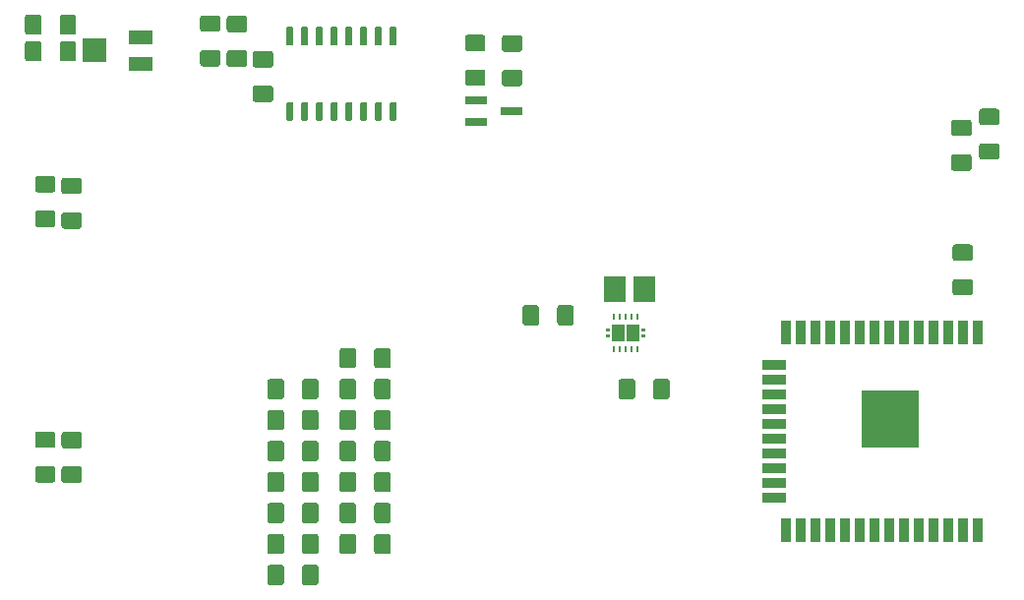
<source format=gtp>
G04 #@! TF.GenerationSoftware,KiCad,Pcbnew,(5.1.2)-1*
G04 #@! TF.CreationDate,2020-06-29T09:09:19+02:00*
G04 #@! TF.ProjectId,projet,70726f6a-6574-42e6-9b69-6361645f7063,rev?*
G04 #@! TF.SameCoordinates,Original*
G04 #@! TF.FileFunction,Paste,Top*
G04 #@! TF.FilePolarity,Positive*
%FSLAX46Y46*%
G04 Gerber Fmt 4.6, Leading zero omitted, Abs format (unit mm)*
G04 Created by KiCad (PCBNEW (5.1.2)-1) date 2020-06-29 09:09:19*
%MOMM*%
%LPD*%
G04 APERTURE LIST*
%ADD10R,0.240000X0.600000*%
%ADD11C,0.100000*%
%ADD12C,0.250000*%
%ADD13C,1.060000*%
%ADD14C,1.425000*%
%ADD15R,1.900000X0.800000*%
%ADD16R,1.825000X2.200000*%
%ADD17C,0.600000*%
%ADD18R,0.900000X2.000000*%
%ADD19R,2.000000X0.900000*%
%ADD20R,5.000000X5.000000*%
%ADD21R,2.000000X1.300000*%
%ADD22R,2.000000X2.000000*%
G04 APERTURE END LIST*
D10*
X113456000Y-55248000D03*
X112956000Y-55248000D03*
X112456000Y-55248000D03*
X111956000Y-55248000D03*
X111456000Y-55248000D03*
X111456000Y-52448000D03*
X111956000Y-52448000D03*
X112456000Y-52448000D03*
X112956000Y-52448000D03*
X113456000Y-52448000D03*
D11*
G36*
X111073450Y-53973120D02*
G01*
X111075877Y-53973480D01*
X111078257Y-53974076D01*
X111080567Y-53974903D01*
X111082785Y-53975952D01*
X111084889Y-53977213D01*
X111086860Y-53978675D01*
X111088678Y-53980322D01*
X111090325Y-53982140D01*
X111091787Y-53984111D01*
X111093048Y-53986215D01*
X111094097Y-53988433D01*
X111094924Y-53990743D01*
X111095520Y-53993123D01*
X111095880Y-53995550D01*
X111096000Y-53998000D01*
X111096000Y-54198000D01*
X111095880Y-54200450D01*
X111095520Y-54202877D01*
X111094924Y-54205257D01*
X111094097Y-54207567D01*
X111093048Y-54209785D01*
X111091787Y-54211889D01*
X111090325Y-54213860D01*
X111088678Y-54215678D01*
X111086860Y-54217325D01*
X111084889Y-54218787D01*
X111082785Y-54220048D01*
X111080567Y-54221097D01*
X111078257Y-54221924D01*
X111075877Y-54222520D01*
X111073450Y-54222880D01*
X111071000Y-54223000D01*
X110781000Y-54223000D01*
X110778550Y-54222880D01*
X110776123Y-54222520D01*
X110773743Y-54221924D01*
X110771433Y-54221097D01*
X110769215Y-54220048D01*
X110767111Y-54218787D01*
X110765140Y-54217325D01*
X110763322Y-54215678D01*
X110761675Y-54213860D01*
X110760213Y-54211889D01*
X110758952Y-54209785D01*
X110757903Y-54207567D01*
X110757076Y-54205257D01*
X110756480Y-54202877D01*
X110756120Y-54200450D01*
X110756000Y-54198000D01*
X110756000Y-53998000D01*
X110756120Y-53995550D01*
X110756480Y-53993123D01*
X110757076Y-53990743D01*
X110757903Y-53988433D01*
X110758952Y-53986215D01*
X110760213Y-53984111D01*
X110761675Y-53982140D01*
X110763322Y-53980322D01*
X110765140Y-53978675D01*
X110767111Y-53977213D01*
X110769215Y-53975952D01*
X110771433Y-53974903D01*
X110773743Y-53974076D01*
X110776123Y-53973480D01*
X110778550Y-53973120D01*
X110781000Y-53973000D01*
X111071000Y-53973000D01*
X111073450Y-53973120D01*
X111073450Y-53973120D01*
G37*
D12*
X110926000Y-54098000D03*
D11*
G36*
X111073450Y-53473120D02*
G01*
X111075877Y-53473480D01*
X111078257Y-53474076D01*
X111080567Y-53474903D01*
X111082785Y-53475952D01*
X111084889Y-53477213D01*
X111086860Y-53478675D01*
X111088678Y-53480322D01*
X111090325Y-53482140D01*
X111091787Y-53484111D01*
X111093048Y-53486215D01*
X111094097Y-53488433D01*
X111094924Y-53490743D01*
X111095520Y-53493123D01*
X111095880Y-53495550D01*
X111096000Y-53498000D01*
X111096000Y-53698000D01*
X111095880Y-53700450D01*
X111095520Y-53702877D01*
X111094924Y-53705257D01*
X111094097Y-53707567D01*
X111093048Y-53709785D01*
X111091787Y-53711889D01*
X111090325Y-53713860D01*
X111088678Y-53715678D01*
X111086860Y-53717325D01*
X111084889Y-53718787D01*
X111082785Y-53720048D01*
X111080567Y-53721097D01*
X111078257Y-53721924D01*
X111075877Y-53722520D01*
X111073450Y-53722880D01*
X111071000Y-53723000D01*
X110781000Y-53723000D01*
X110778550Y-53722880D01*
X110776123Y-53722520D01*
X110773743Y-53721924D01*
X110771433Y-53721097D01*
X110769215Y-53720048D01*
X110767111Y-53718787D01*
X110765140Y-53717325D01*
X110763322Y-53715678D01*
X110761675Y-53713860D01*
X110760213Y-53711889D01*
X110758952Y-53709785D01*
X110757903Y-53707567D01*
X110757076Y-53705257D01*
X110756480Y-53702877D01*
X110756120Y-53700450D01*
X110756000Y-53698000D01*
X110756000Y-53498000D01*
X110756120Y-53495550D01*
X110756480Y-53493123D01*
X110757076Y-53490743D01*
X110757903Y-53488433D01*
X110758952Y-53486215D01*
X110760213Y-53484111D01*
X110761675Y-53482140D01*
X110763322Y-53480322D01*
X110765140Y-53478675D01*
X110767111Y-53477213D01*
X110769215Y-53475952D01*
X110771433Y-53474903D01*
X110773743Y-53474076D01*
X110776123Y-53473480D01*
X110778550Y-53473120D01*
X110781000Y-53473000D01*
X111071000Y-53473000D01*
X111073450Y-53473120D01*
X111073450Y-53473120D01*
G37*
D12*
X110926000Y-53598000D03*
D11*
G36*
X114133450Y-53973120D02*
G01*
X114135877Y-53973480D01*
X114138257Y-53974076D01*
X114140567Y-53974903D01*
X114142785Y-53975952D01*
X114144889Y-53977213D01*
X114146860Y-53978675D01*
X114148678Y-53980322D01*
X114150325Y-53982140D01*
X114151787Y-53984111D01*
X114153048Y-53986215D01*
X114154097Y-53988433D01*
X114154924Y-53990743D01*
X114155520Y-53993123D01*
X114155880Y-53995550D01*
X114156000Y-53998000D01*
X114156000Y-54198000D01*
X114155880Y-54200450D01*
X114155520Y-54202877D01*
X114154924Y-54205257D01*
X114154097Y-54207567D01*
X114153048Y-54209785D01*
X114151787Y-54211889D01*
X114150325Y-54213860D01*
X114148678Y-54215678D01*
X114146860Y-54217325D01*
X114144889Y-54218787D01*
X114142785Y-54220048D01*
X114140567Y-54221097D01*
X114138257Y-54221924D01*
X114135877Y-54222520D01*
X114133450Y-54222880D01*
X114131000Y-54223000D01*
X113841000Y-54223000D01*
X113838550Y-54222880D01*
X113836123Y-54222520D01*
X113833743Y-54221924D01*
X113831433Y-54221097D01*
X113829215Y-54220048D01*
X113827111Y-54218787D01*
X113825140Y-54217325D01*
X113823322Y-54215678D01*
X113821675Y-54213860D01*
X113820213Y-54211889D01*
X113818952Y-54209785D01*
X113817903Y-54207567D01*
X113817076Y-54205257D01*
X113816480Y-54202877D01*
X113816120Y-54200450D01*
X113816000Y-54198000D01*
X113816000Y-53998000D01*
X113816120Y-53995550D01*
X113816480Y-53993123D01*
X113817076Y-53990743D01*
X113817903Y-53988433D01*
X113818952Y-53986215D01*
X113820213Y-53984111D01*
X113821675Y-53982140D01*
X113823322Y-53980322D01*
X113825140Y-53978675D01*
X113827111Y-53977213D01*
X113829215Y-53975952D01*
X113831433Y-53974903D01*
X113833743Y-53974076D01*
X113836123Y-53973480D01*
X113838550Y-53973120D01*
X113841000Y-53973000D01*
X114131000Y-53973000D01*
X114133450Y-53973120D01*
X114133450Y-53973120D01*
G37*
D12*
X113986000Y-54098000D03*
D11*
G36*
X114133450Y-53473120D02*
G01*
X114135877Y-53473480D01*
X114138257Y-53474076D01*
X114140567Y-53474903D01*
X114142785Y-53475952D01*
X114144889Y-53477213D01*
X114146860Y-53478675D01*
X114148678Y-53480322D01*
X114150325Y-53482140D01*
X114151787Y-53484111D01*
X114153048Y-53486215D01*
X114154097Y-53488433D01*
X114154924Y-53490743D01*
X114155520Y-53493123D01*
X114155880Y-53495550D01*
X114156000Y-53498000D01*
X114156000Y-53698000D01*
X114155880Y-53700450D01*
X114155520Y-53702877D01*
X114154924Y-53705257D01*
X114154097Y-53707567D01*
X114153048Y-53709785D01*
X114151787Y-53711889D01*
X114150325Y-53713860D01*
X114148678Y-53715678D01*
X114146860Y-53717325D01*
X114144889Y-53718787D01*
X114142785Y-53720048D01*
X114140567Y-53721097D01*
X114138257Y-53721924D01*
X114135877Y-53722520D01*
X114133450Y-53722880D01*
X114131000Y-53723000D01*
X113841000Y-53723000D01*
X113838550Y-53722880D01*
X113836123Y-53722520D01*
X113833743Y-53721924D01*
X113831433Y-53721097D01*
X113829215Y-53720048D01*
X113827111Y-53718787D01*
X113825140Y-53717325D01*
X113823322Y-53715678D01*
X113821675Y-53713860D01*
X113820213Y-53711889D01*
X113818952Y-53709785D01*
X113817903Y-53707567D01*
X113817076Y-53705257D01*
X113816480Y-53702877D01*
X113816120Y-53700450D01*
X113816000Y-53698000D01*
X113816000Y-53498000D01*
X113816120Y-53495550D01*
X113816480Y-53493123D01*
X113817076Y-53490743D01*
X113817903Y-53488433D01*
X113818952Y-53486215D01*
X113820213Y-53484111D01*
X113821675Y-53482140D01*
X113823322Y-53480322D01*
X113825140Y-53478675D01*
X113827111Y-53477213D01*
X113829215Y-53475952D01*
X113831433Y-53474903D01*
X113833743Y-53474076D01*
X113836123Y-53473480D01*
X113838550Y-53473120D01*
X113841000Y-53473000D01*
X114131000Y-53473000D01*
X114133450Y-53473120D01*
X114133450Y-53473120D01*
G37*
D12*
X113986000Y-53598000D03*
D11*
G36*
X113520390Y-53098510D02*
G01*
X113530680Y-53100037D01*
X113540770Y-53102564D01*
X113550564Y-53106069D01*
X113559968Y-53110516D01*
X113568890Y-53115864D01*
X113577246Y-53122061D01*
X113584953Y-53129047D01*
X113591939Y-53136754D01*
X113598136Y-53145110D01*
X113603484Y-53154032D01*
X113607931Y-53163436D01*
X113611436Y-53173230D01*
X113613963Y-53183320D01*
X113615490Y-53193610D01*
X113616000Y-53204000D01*
X113616000Y-54492000D01*
X113615490Y-54502390D01*
X113613963Y-54512680D01*
X113611436Y-54522770D01*
X113607931Y-54532564D01*
X113603484Y-54541968D01*
X113598136Y-54550890D01*
X113591939Y-54559246D01*
X113584953Y-54566953D01*
X113577246Y-54573939D01*
X113568890Y-54580136D01*
X113559968Y-54585484D01*
X113550564Y-54589931D01*
X113540770Y-54593436D01*
X113530680Y-54595963D01*
X113520390Y-54597490D01*
X113510000Y-54598000D01*
X112662000Y-54598000D01*
X112651610Y-54597490D01*
X112641320Y-54595963D01*
X112631230Y-54593436D01*
X112621436Y-54589931D01*
X112612032Y-54585484D01*
X112603110Y-54580136D01*
X112594754Y-54573939D01*
X112587047Y-54566953D01*
X112580061Y-54559246D01*
X112573864Y-54550890D01*
X112568516Y-54541968D01*
X112564069Y-54532564D01*
X112560564Y-54522770D01*
X112558037Y-54512680D01*
X112556510Y-54502390D01*
X112556000Y-54492000D01*
X112556000Y-53204000D01*
X112556510Y-53193610D01*
X112558037Y-53183320D01*
X112560564Y-53173230D01*
X112564069Y-53163436D01*
X112568516Y-53154032D01*
X112573864Y-53145110D01*
X112580061Y-53136754D01*
X112587047Y-53129047D01*
X112594754Y-53122061D01*
X112603110Y-53115864D01*
X112612032Y-53110516D01*
X112621436Y-53106069D01*
X112631230Y-53102564D01*
X112641320Y-53100037D01*
X112651610Y-53098510D01*
X112662000Y-53098000D01*
X113510000Y-53098000D01*
X113520390Y-53098510D01*
X113520390Y-53098510D01*
G37*
D13*
X113086000Y-53848000D03*
D11*
G36*
X112260390Y-53098510D02*
G01*
X112270680Y-53100037D01*
X112280770Y-53102564D01*
X112290564Y-53106069D01*
X112299968Y-53110516D01*
X112308890Y-53115864D01*
X112317246Y-53122061D01*
X112324953Y-53129047D01*
X112331939Y-53136754D01*
X112338136Y-53145110D01*
X112343484Y-53154032D01*
X112347931Y-53163436D01*
X112351436Y-53173230D01*
X112353963Y-53183320D01*
X112355490Y-53193610D01*
X112356000Y-53204000D01*
X112356000Y-54492000D01*
X112355490Y-54502390D01*
X112353963Y-54512680D01*
X112351436Y-54522770D01*
X112347931Y-54532564D01*
X112343484Y-54541968D01*
X112338136Y-54550890D01*
X112331939Y-54559246D01*
X112324953Y-54566953D01*
X112317246Y-54573939D01*
X112308890Y-54580136D01*
X112299968Y-54585484D01*
X112290564Y-54589931D01*
X112280770Y-54593436D01*
X112270680Y-54595963D01*
X112260390Y-54597490D01*
X112250000Y-54598000D01*
X111402000Y-54598000D01*
X111391610Y-54597490D01*
X111381320Y-54595963D01*
X111371230Y-54593436D01*
X111361436Y-54589931D01*
X111352032Y-54585484D01*
X111343110Y-54580136D01*
X111334754Y-54573939D01*
X111327047Y-54566953D01*
X111320061Y-54559246D01*
X111313864Y-54550890D01*
X111308516Y-54541968D01*
X111304069Y-54532564D01*
X111300564Y-54522770D01*
X111298037Y-54512680D01*
X111296510Y-54502390D01*
X111296000Y-54492000D01*
X111296000Y-53204000D01*
X111296510Y-53193610D01*
X111298037Y-53183320D01*
X111300564Y-53173230D01*
X111304069Y-53163436D01*
X111308516Y-53154032D01*
X111313864Y-53145110D01*
X111320061Y-53136754D01*
X111327047Y-53129047D01*
X111334754Y-53122061D01*
X111343110Y-53115864D01*
X111352032Y-53110516D01*
X111361436Y-53106069D01*
X111371230Y-53102564D01*
X111381320Y-53100037D01*
X111391610Y-53098510D01*
X111402000Y-53098000D01*
X112250000Y-53098000D01*
X112260390Y-53098510D01*
X112260390Y-53098510D01*
G37*
D13*
X111826000Y-53848000D03*
D11*
G36*
X103329004Y-28217704D02*
G01*
X103353273Y-28221304D01*
X103377071Y-28227265D01*
X103400171Y-28235530D01*
X103422349Y-28246020D01*
X103443393Y-28258633D01*
X103463098Y-28273247D01*
X103481277Y-28289723D01*
X103497753Y-28307902D01*
X103512367Y-28327607D01*
X103524980Y-28348651D01*
X103535470Y-28370829D01*
X103543735Y-28393929D01*
X103549696Y-28417727D01*
X103553296Y-28441996D01*
X103554500Y-28466500D01*
X103554500Y-29391500D01*
X103553296Y-29416004D01*
X103549696Y-29440273D01*
X103543735Y-29464071D01*
X103535470Y-29487171D01*
X103524980Y-29509349D01*
X103512367Y-29530393D01*
X103497753Y-29550098D01*
X103481277Y-29568277D01*
X103463098Y-29584753D01*
X103443393Y-29599367D01*
X103422349Y-29611980D01*
X103400171Y-29622470D01*
X103377071Y-29630735D01*
X103353273Y-29636696D01*
X103329004Y-29640296D01*
X103304500Y-29641500D01*
X102054500Y-29641500D01*
X102029996Y-29640296D01*
X102005727Y-29636696D01*
X101981929Y-29630735D01*
X101958829Y-29622470D01*
X101936651Y-29611980D01*
X101915607Y-29599367D01*
X101895902Y-29584753D01*
X101877723Y-29568277D01*
X101861247Y-29550098D01*
X101846633Y-29530393D01*
X101834020Y-29509349D01*
X101823530Y-29487171D01*
X101815265Y-29464071D01*
X101809304Y-29440273D01*
X101805704Y-29416004D01*
X101804500Y-29391500D01*
X101804500Y-28466500D01*
X101805704Y-28441996D01*
X101809304Y-28417727D01*
X101815265Y-28393929D01*
X101823530Y-28370829D01*
X101834020Y-28348651D01*
X101846633Y-28327607D01*
X101861247Y-28307902D01*
X101877723Y-28289723D01*
X101895902Y-28273247D01*
X101915607Y-28258633D01*
X101936651Y-28246020D01*
X101958829Y-28235530D01*
X101981929Y-28227265D01*
X102005727Y-28221304D01*
X102029996Y-28217704D01*
X102054500Y-28216500D01*
X103304500Y-28216500D01*
X103329004Y-28217704D01*
X103329004Y-28217704D01*
G37*
D14*
X102679500Y-28929000D03*
D11*
G36*
X103329004Y-31192704D02*
G01*
X103353273Y-31196304D01*
X103377071Y-31202265D01*
X103400171Y-31210530D01*
X103422349Y-31221020D01*
X103443393Y-31233633D01*
X103463098Y-31248247D01*
X103481277Y-31264723D01*
X103497753Y-31282902D01*
X103512367Y-31302607D01*
X103524980Y-31323651D01*
X103535470Y-31345829D01*
X103543735Y-31368929D01*
X103549696Y-31392727D01*
X103553296Y-31416996D01*
X103554500Y-31441500D01*
X103554500Y-32366500D01*
X103553296Y-32391004D01*
X103549696Y-32415273D01*
X103543735Y-32439071D01*
X103535470Y-32462171D01*
X103524980Y-32484349D01*
X103512367Y-32505393D01*
X103497753Y-32525098D01*
X103481277Y-32543277D01*
X103463098Y-32559753D01*
X103443393Y-32574367D01*
X103422349Y-32586980D01*
X103400171Y-32597470D01*
X103377071Y-32605735D01*
X103353273Y-32611696D01*
X103329004Y-32615296D01*
X103304500Y-32616500D01*
X102054500Y-32616500D01*
X102029996Y-32615296D01*
X102005727Y-32611696D01*
X101981929Y-32605735D01*
X101958829Y-32597470D01*
X101936651Y-32586980D01*
X101915607Y-32574367D01*
X101895902Y-32559753D01*
X101877723Y-32543277D01*
X101861247Y-32525098D01*
X101846633Y-32505393D01*
X101834020Y-32484349D01*
X101823530Y-32462171D01*
X101815265Y-32439071D01*
X101809304Y-32415273D01*
X101805704Y-32391004D01*
X101804500Y-32366500D01*
X101804500Y-31441500D01*
X101805704Y-31416996D01*
X101809304Y-31392727D01*
X101815265Y-31368929D01*
X101823530Y-31345829D01*
X101834020Y-31323651D01*
X101846633Y-31302607D01*
X101861247Y-31282902D01*
X101877723Y-31264723D01*
X101895902Y-31248247D01*
X101915607Y-31233633D01*
X101936651Y-31221020D01*
X101958829Y-31210530D01*
X101981929Y-31202265D01*
X102005727Y-31196304D01*
X102029996Y-31192704D01*
X102054500Y-31191500D01*
X103304500Y-31191500D01*
X103329004Y-31192704D01*
X103329004Y-31192704D01*
G37*
D14*
X102679500Y-31904000D03*
D11*
G36*
X100154004Y-28181204D02*
G01*
X100178273Y-28184804D01*
X100202071Y-28190765D01*
X100225171Y-28199030D01*
X100247349Y-28209520D01*
X100268393Y-28222133D01*
X100288098Y-28236747D01*
X100306277Y-28253223D01*
X100322753Y-28271402D01*
X100337367Y-28291107D01*
X100349980Y-28312151D01*
X100360470Y-28334329D01*
X100368735Y-28357429D01*
X100374696Y-28381227D01*
X100378296Y-28405496D01*
X100379500Y-28430000D01*
X100379500Y-29355000D01*
X100378296Y-29379504D01*
X100374696Y-29403773D01*
X100368735Y-29427571D01*
X100360470Y-29450671D01*
X100349980Y-29472849D01*
X100337367Y-29493893D01*
X100322753Y-29513598D01*
X100306277Y-29531777D01*
X100288098Y-29548253D01*
X100268393Y-29562867D01*
X100247349Y-29575480D01*
X100225171Y-29585970D01*
X100202071Y-29594235D01*
X100178273Y-29600196D01*
X100154004Y-29603796D01*
X100129500Y-29605000D01*
X98879500Y-29605000D01*
X98854996Y-29603796D01*
X98830727Y-29600196D01*
X98806929Y-29594235D01*
X98783829Y-29585970D01*
X98761651Y-29575480D01*
X98740607Y-29562867D01*
X98720902Y-29548253D01*
X98702723Y-29531777D01*
X98686247Y-29513598D01*
X98671633Y-29493893D01*
X98659020Y-29472849D01*
X98648530Y-29450671D01*
X98640265Y-29427571D01*
X98634304Y-29403773D01*
X98630704Y-29379504D01*
X98629500Y-29355000D01*
X98629500Y-28430000D01*
X98630704Y-28405496D01*
X98634304Y-28381227D01*
X98640265Y-28357429D01*
X98648530Y-28334329D01*
X98659020Y-28312151D01*
X98671633Y-28291107D01*
X98686247Y-28271402D01*
X98702723Y-28253223D01*
X98720902Y-28236747D01*
X98740607Y-28222133D01*
X98761651Y-28209520D01*
X98783829Y-28199030D01*
X98806929Y-28190765D01*
X98830727Y-28184804D01*
X98854996Y-28181204D01*
X98879500Y-28180000D01*
X100129500Y-28180000D01*
X100154004Y-28181204D01*
X100154004Y-28181204D01*
G37*
D14*
X99504500Y-28892500D03*
D11*
G36*
X100154004Y-31156204D02*
G01*
X100178273Y-31159804D01*
X100202071Y-31165765D01*
X100225171Y-31174030D01*
X100247349Y-31184520D01*
X100268393Y-31197133D01*
X100288098Y-31211747D01*
X100306277Y-31228223D01*
X100322753Y-31246402D01*
X100337367Y-31266107D01*
X100349980Y-31287151D01*
X100360470Y-31309329D01*
X100368735Y-31332429D01*
X100374696Y-31356227D01*
X100378296Y-31380496D01*
X100379500Y-31405000D01*
X100379500Y-32330000D01*
X100378296Y-32354504D01*
X100374696Y-32378773D01*
X100368735Y-32402571D01*
X100360470Y-32425671D01*
X100349980Y-32447849D01*
X100337367Y-32468893D01*
X100322753Y-32488598D01*
X100306277Y-32506777D01*
X100288098Y-32523253D01*
X100268393Y-32537867D01*
X100247349Y-32550480D01*
X100225171Y-32560970D01*
X100202071Y-32569235D01*
X100178273Y-32575196D01*
X100154004Y-32578796D01*
X100129500Y-32580000D01*
X98879500Y-32580000D01*
X98854996Y-32578796D01*
X98830727Y-32575196D01*
X98806929Y-32569235D01*
X98783829Y-32560970D01*
X98761651Y-32550480D01*
X98740607Y-32537867D01*
X98720902Y-32523253D01*
X98702723Y-32506777D01*
X98686247Y-32488598D01*
X98671633Y-32468893D01*
X98659020Y-32447849D01*
X98648530Y-32425671D01*
X98640265Y-32402571D01*
X98634304Y-32378773D01*
X98630704Y-32354504D01*
X98629500Y-32330000D01*
X98629500Y-31405000D01*
X98630704Y-31380496D01*
X98634304Y-31356227D01*
X98640265Y-31332429D01*
X98648530Y-31309329D01*
X98659020Y-31287151D01*
X98671633Y-31266107D01*
X98686247Y-31246402D01*
X98702723Y-31228223D01*
X98720902Y-31211747D01*
X98740607Y-31197133D01*
X98761651Y-31184520D01*
X98783829Y-31174030D01*
X98806929Y-31165765D01*
X98830727Y-31159804D01*
X98854996Y-31156204D01*
X98879500Y-31155000D01*
X100129500Y-31155000D01*
X100154004Y-31156204D01*
X100154004Y-31156204D01*
G37*
D14*
X99504500Y-31867500D03*
D15*
X102592000Y-34734500D03*
X99592000Y-35684500D03*
X99592000Y-33784500D03*
D16*
X114081000Y-50038000D03*
X111506000Y-50038000D03*
D11*
G36*
X116020504Y-57800204D02*
G01*
X116044773Y-57803804D01*
X116068571Y-57809765D01*
X116091671Y-57818030D01*
X116113849Y-57828520D01*
X116134893Y-57841133D01*
X116154598Y-57855747D01*
X116172777Y-57872223D01*
X116189253Y-57890402D01*
X116203867Y-57910107D01*
X116216480Y-57931151D01*
X116226970Y-57953329D01*
X116235235Y-57976429D01*
X116241196Y-58000227D01*
X116244796Y-58024496D01*
X116246000Y-58049000D01*
X116246000Y-59299000D01*
X116244796Y-59323504D01*
X116241196Y-59347773D01*
X116235235Y-59371571D01*
X116226970Y-59394671D01*
X116216480Y-59416849D01*
X116203867Y-59437893D01*
X116189253Y-59457598D01*
X116172777Y-59475777D01*
X116154598Y-59492253D01*
X116134893Y-59506867D01*
X116113849Y-59519480D01*
X116091671Y-59529970D01*
X116068571Y-59538235D01*
X116044773Y-59544196D01*
X116020504Y-59547796D01*
X115996000Y-59549000D01*
X115071000Y-59549000D01*
X115046496Y-59547796D01*
X115022227Y-59544196D01*
X114998429Y-59538235D01*
X114975329Y-59529970D01*
X114953151Y-59519480D01*
X114932107Y-59506867D01*
X114912402Y-59492253D01*
X114894223Y-59475777D01*
X114877747Y-59457598D01*
X114863133Y-59437893D01*
X114850520Y-59416849D01*
X114840030Y-59394671D01*
X114831765Y-59371571D01*
X114825804Y-59347773D01*
X114822204Y-59323504D01*
X114821000Y-59299000D01*
X114821000Y-58049000D01*
X114822204Y-58024496D01*
X114825804Y-58000227D01*
X114831765Y-57976429D01*
X114840030Y-57953329D01*
X114850520Y-57931151D01*
X114863133Y-57910107D01*
X114877747Y-57890402D01*
X114894223Y-57872223D01*
X114912402Y-57855747D01*
X114932107Y-57841133D01*
X114953151Y-57828520D01*
X114975329Y-57818030D01*
X114998429Y-57809765D01*
X115022227Y-57803804D01*
X115046496Y-57800204D01*
X115071000Y-57799000D01*
X115996000Y-57799000D01*
X116020504Y-57800204D01*
X116020504Y-57800204D01*
G37*
D14*
X115533500Y-58674000D03*
D11*
G36*
X113045504Y-57800204D02*
G01*
X113069773Y-57803804D01*
X113093571Y-57809765D01*
X113116671Y-57818030D01*
X113138849Y-57828520D01*
X113159893Y-57841133D01*
X113179598Y-57855747D01*
X113197777Y-57872223D01*
X113214253Y-57890402D01*
X113228867Y-57910107D01*
X113241480Y-57931151D01*
X113251970Y-57953329D01*
X113260235Y-57976429D01*
X113266196Y-58000227D01*
X113269796Y-58024496D01*
X113271000Y-58049000D01*
X113271000Y-59299000D01*
X113269796Y-59323504D01*
X113266196Y-59347773D01*
X113260235Y-59371571D01*
X113251970Y-59394671D01*
X113241480Y-59416849D01*
X113228867Y-59437893D01*
X113214253Y-59457598D01*
X113197777Y-59475777D01*
X113179598Y-59492253D01*
X113159893Y-59506867D01*
X113138849Y-59519480D01*
X113116671Y-59529970D01*
X113093571Y-59538235D01*
X113069773Y-59544196D01*
X113045504Y-59547796D01*
X113021000Y-59549000D01*
X112096000Y-59549000D01*
X112071496Y-59547796D01*
X112047227Y-59544196D01*
X112023429Y-59538235D01*
X112000329Y-59529970D01*
X111978151Y-59519480D01*
X111957107Y-59506867D01*
X111937402Y-59492253D01*
X111919223Y-59475777D01*
X111902747Y-59457598D01*
X111888133Y-59437893D01*
X111875520Y-59416849D01*
X111865030Y-59394671D01*
X111856765Y-59371571D01*
X111850804Y-59347773D01*
X111847204Y-59323504D01*
X111846000Y-59299000D01*
X111846000Y-58049000D01*
X111847204Y-58024496D01*
X111850804Y-58000227D01*
X111856765Y-57976429D01*
X111865030Y-57953329D01*
X111875520Y-57931151D01*
X111888133Y-57910107D01*
X111902747Y-57890402D01*
X111919223Y-57872223D01*
X111937402Y-57855747D01*
X111957107Y-57841133D01*
X111978151Y-57828520D01*
X112000329Y-57818030D01*
X112023429Y-57809765D01*
X112047227Y-57803804D01*
X112071496Y-57800204D01*
X112096000Y-57799000D01*
X113021000Y-57799000D01*
X113045504Y-57800204D01*
X113045504Y-57800204D01*
G37*
D14*
X112558500Y-58674000D03*
D11*
G36*
X104790504Y-51450204D02*
G01*
X104814773Y-51453804D01*
X104838571Y-51459765D01*
X104861671Y-51468030D01*
X104883849Y-51478520D01*
X104904893Y-51491133D01*
X104924598Y-51505747D01*
X104942777Y-51522223D01*
X104959253Y-51540402D01*
X104973867Y-51560107D01*
X104986480Y-51581151D01*
X104996970Y-51603329D01*
X105005235Y-51626429D01*
X105011196Y-51650227D01*
X105014796Y-51674496D01*
X105016000Y-51699000D01*
X105016000Y-52949000D01*
X105014796Y-52973504D01*
X105011196Y-52997773D01*
X105005235Y-53021571D01*
X104996970Y-53044671D01*
X104986480Y-53066849D01*
X104973867Y-53087893D01*
X104959253Y-53107598D01*
X104942777Y-53125777D01*
X104924598Y-53142253D01*
X104904893Y-53156867D01*
X104883849Y-53169480D01*
X104861671Y-53179970D01*
X104838571Y-53188235D01*
X104814773Y-53194196D01*
X104790504Y-53197796D01*
X104766000Y-53199000D01*
X103841000Y-53199000D01*
X103816496Y-53197796D01*
X103792227Y-53194196D01*
X103768429Y-53188235D01*
X103745329Y-53179970D01*
X103723151Y-53169480D01*
X103702107Y-53156867D01*
X103682402Y-53142253D01*
X103664223Y-53125777D01*
X103647747Y-53107598D01*
X103633133Y-53087893D01*
X103620520Y-53066849D01*
X103610030Y-53044671D01*
X103601765Y-53021571D01*
X103595804Y-52997773D01*
X103592204Y-52973504D01*
X103591000Y-52949000D01*
X103591000Y-51699000D01*
X103592204Y-51674496D01*
X103595804Y-51650227D01*
X103601765Y-51626429D01*
X103610030Y-51603329D01*
X103620520Y-51581151D01*
X103633133Y-51560107D01*
X103647747Y-51540402D01*
X103664223Y-51522223D01*
X103682402Y-51505747D01*
X103702107Y-51491133D01*
X103723151Y-51478520D01*
X103745329Y-51468030D01*
X103768429Y-51459765D01*
X103792227Y-51453804D01*
X103816496Y-51450204D01*
X103841000Y-51449000D01*
X104766000Y-51449000D01*
X104790504Y-51450204D01*
X104790504Y-51450204D01*
G37*
D14*
X104303500Y-52324000D03*
D11*
G36*
X107765504Y-51450204D02*
G01*
X107789773Y-51453804D01*
X107813571Y-51459765D01*
X107836671Y-51468030D01*
X107858849Y-51478520D01*
X107879893Y-51491133D01*
X107899598Y-51505747D01*
X107917777Y-51522223D01*
X107934253Y-51540402D01*
X107948867Y-51560107D01*
X107961480Y-51581151D01*
X107971970Y-51603329D01*
X107980235Y-51626429D01*
X107986196Y-51650227D01*
X107989796Y-51674496D01*
X107991000Y-51699000D01*
X107991000Y-52949000D01*
X107989796Y-52973504D01*
X107986196Y-52997773D01*
X107980235Y-53021571D01*
X107971970Y-53044671D01*
X107961480Y-53066849D01*
X107948867Y-53087893D01*
X107934253Y-53107598D01*
X107917777Y-53125777D01*
X107899598Y-53142253D01*
X107879893Y-53156867D01*
X107858849Y-53169480D01*
X107836671Y-53179970D01*
X107813571Y-53188235D01*
X107789773Y-53194196D01*
X107765504Y-53197796D01*
X107741000Y-53199000D01*
X106816000Y-53199000D01*
X106791496Y-53197796D01*
X106767227Y-53194196D01*
X106743429Y-53188235D01*
X106720329Y-53179970D01*
X106698151Y-53169480D01*
X106677107Y-53156867D01*
X106657402Y-53142253D01*
X106639223Y-53125777D01*
X106622747Y-53107598D01*
X106608133Y-53087893D01*
X106595520Y-53066849D01*
X106585030Y-53044671D01*
X106576765Y-53021571D01*
X106570804Y-52997773D01*
X106567204Y-52973504D01*
X106566000Y-52949000D01*
X106566000Y-51699000D01*
X106567204Y-51674496D01*
X106570804Y-51650227D01*
X106576765Y-51626429D01*
X106585030Y-51603329D01*
X106595520Y-51581151D01*
X106608133Y-51560107D01*
X106622747Y-51540402D01*
X106639223Y-51522223D01*
X106657402Y-51505747D01*
X106677107Y-51491133D01*
X106698151Y-51478520D01*
X106720329Y-51468030D01*
X106743429Y-51459765D01*
X106767227Y-51453804D01*
X106791496Y-51450204D01*
X106816000Y-51449000D01*
X107741000Y-51449000D01*
X107765504Y-51450204D01*
X107765504Y-51450204D01*
G37*
D14*
X107278500Y-52324000D03*
D11*
G36*
X64930004Y-28717204D02*
G01*
X64954273Y-28720804D01*
X64978071Y-28726765D01*
X65001171Y-28735030D01*
X65023349Y-28745520D01*
X65044393Y-28758133D01*
X65064098Y-28772747D01*
X65082277Y-28789223D01*
X65098753Y-28807402D01*
X65113367Y-28827107D01*
X65125980Y-28848151D01*
X65136470Y-28870329D01*
X65144735Y-28893429D01*
X65150696Y-28917227D01*
X65154296Y-28941496D01*
X65155500Y-28966000D01*
X65155500Y-30216000D01*
X65154296Y-30240504D01*
X65150696Y-30264773D01*
X65144735Y-30288571D01*
X65136470Y-30311671D01*
X65125980Y-30333849D01*
X65113367Y-30354893D01*
X65098753Y-30374598D01*
X65082277Y-30392777D01*
X65064098Y-30409253D01*
X65044393Y-30423867D01*
X65023349Y-30436480D01*
X65001171Y-30446970D01*
X64978071Y-30455235D01*
X64954273Y-30461196D01*
X64930004Y-30464796D01*
X64905500Y-30466000D01*
X63980500Y-30466000D01*
X63955996Y-30464796D01*
X63931727Y-30461196D01*
X63907929Y-30455235D01*
X63884829Y-30446970D01*
X63862651Y-30436480D01*
X63841607Y-30423867D01*
X63821902Y-30409253D01*
X63803723Y-30392777D01*
X63787247Y-30374598D01*
X63772633Y-30354893D01*
X63760020Y-30333849D01*
X63749530Y-30311671D01*
X63741265Y-30288571D01*
X63735304Y-30264773D01*
X63731704Y-30240504D01*
X63730500Y-30216000D01*
X63730500Y-28966000D01*
X63731704Y-28941496D01*
X63735304Y-28917227D01*
X63741265Y-28893429D01*
X63749530Y-28870329D01*
X63760020Y-28848151D01*
X63772633Y-28827107D01*
X63787247Y-28807402D01*
X63803723Y-28789223D01*
X63821902Y-28772747D01*
X63841607Y-28758133D01*
X63862651Y-28745520D01*
X63884829Y-28735030D01*
X63907929Y-28726765D01*
X63931727Y-28720804D01*
X63955996Y-28717204D01*
X63980500Y-28716000D01*
X64905500Y-28716000D01*
X64930004Y-28717204D01*
X64930004Y-28717204D01*
G37*
D14*
X64443000Y-29591000D03*
D11*
G36*
X61955004Y-28717204D02*
G01*
X61979273Y-28720804D01*
X62003071Y-28726765D01*
X62026171Y-28735030D01*
X62048349Y-28745520D01*
X62069393Y-28758133D01*
X62089098Y-28772747D01*
X62107277Y-28789223D01*
X62123753Y-28807402D01*
X62138367Y-28827107D01*
X62150980Y-28848151D01*
X62161470Y-28870329D01*
X62169735Y-28893429D01*
X62175696Y-28917227D01*
X62179296Y-28941496D01*
X62180500Y-28966000D01*
X62180500Y-30216000D01*
X62179296Y-30240504D01*
X62175696Y-30264773D01*
X62169735Y-30288571D01*
X62161470Y-30311671D01*
X62150980Y-30333849D01*
X62138367Y-30354893D01*
X62123753Y-30374598D01*
X62107277Y-30392777D01*
X62089098Y-30409253D01*
X62069393Y-30423867D01*
X62048349Y-30436480D01*
X62026171Y-30446970D01*
X62003071Y-30455235D01*
X61979273Y-30461196D01*
X61955004Y-30464796D01*
X61930500Y-30466000D01*
X61005500Y-30466000D01*
X60980996Y-30464796D01*
X60956727Y-30461196D01*
X60932929Y-30455235D01*
X60909829Y-30446970D01*
X60887651Y-30436480D01*
X60866607Y-30423867D01*
X60846902Y-30409253D01*
X60828723Y-30392777D01*
X60812247Y-30374598D01*
X60797633Y-30354893D01*
X60785020Y-30333849D01*
X60774530Y-30311671D01*
X60766265Y-30288571D01*
X60760304Y-30264773D01*
X60756704Y-30240504D01*
X60755500Y-30216000D01*
X60755500Y-28966000D01*
X60756704Y-28941496D01*
X60760304Y-28917227D01*
X60766265Y-28893429D01*
X60774530Y-28870329D01*
X60785020Y-28848151D01*
X60797633Y-28827107D01*
X60812247Y-28807402D01*
X60828723Y-28789223D01*
X60846902Y-28772747D01*
X60866607Y-28758133D01*
X60887651Y-28745520D01*
X60909829Y-28735030D01*
X60932929Y-28726765D01*
X60956727Y-28720804D01*
X60980996Y-28717204D01*
X61005500Y-28716000D01*
X61930500Y-28716000D01*
X61955004Y-28717204D01*
X61955004Y-28717204D01*
G37*
D14*
X61468000Y-29591000D03*
D11*
G36*
X92017504Y-55133204D02*
G01*
X92041773Y-55136804D01*
X92065571Y-55142765D01*
X92088671Y-55151030D01*
X92110849Y-55161520D01*
X92131893Y-55174133D01*
X92151598Y-55188747D01*
X92169777Y-55205223D01*
X92186253Y-55223402D01*
X92200867Y-55243107D01*
X92213480Y-55264151D01*
X92223970Y-55286329D01*
X92232235Y-55309429D01*
X92238196Y-55333227D01*
X92241796Y-55357496D01*
X92243000Y-55382000D01*
X92243000Y-56632000D01*
X92241796Y-56656504D01*
X92238196Y-56680773D01*
X92232235Y-56704571D01*
X92223970Y-56727671D01*
X92213480Y-56749849D01*
X92200867Y-56770893D01*
X92186253Y-56790598D01*
X92169777Y-56808777D01*
X92151598Y-56825253D01*
X92131893Y-56839867D01*
X92110849Y-56852480D01*
X92088671Y-56862970D01*
X92065571Y-56871235D01*
X92041773Y-56877196D01*
X92017504Y-56880796D01*
X91993000Y-56882000D01*
X91068000Y-56882000D01*
X91043496Y-56880796D01*
X91019227Y-56877196D01*
X90995429Y-56871235D01*
X90972329Y-56862970D01*
X90950151Y-56852480D01*
X90929107Y-56839867D01*
X90909402Y-56825253D01*
X90891223Y-56808777D01*
X90874747Y-56790598D01*
X90860133Y-56770893D01*
X90847520Y-56749849D01*
X90837030Y-56727671D01*
X90828765Y-56704571D01*
X90822804Y-56680773D01*
X90819204Y-56656504D01*
X90818000Y-56632000D01*
X90818000Y-55382000D01*
X90819204Y-55357496D01*
X90822804Y-55333227D01*
X90828765Y-55309429D01*
X90837030Y-55286329D01*
X90847520Y-55264151D01*
X90860133Y-55243107D01*
X90874747Y-55223402D01*
X90891223Y-55205223D01*
X90909402Y-55188747D01*
X90929107Y-55174133D01*
X90950151Y-55161520D01*
X90972329Y-55151030D01*
X90995429Y-55142765D01*
X91019227Y-55136804D01*
X91043496Y-55133204D01*
X91068000Y-55132000D01*
X91993000Y-55132000D01*
X92017504Y-55133204D01*
X92017504Y-55133204D01*
G37*
D14*
X91530500Y-56007000D03*
D11*
G36*
X89042504Y-55133204D02*
G01*
X89066773Y-55136804D01*
X89090571Y-55142765D01*
X89113671Y-55151030D01*
X89135849Y-55161520D01*
X89156893Y-55174133D01*
X89176598Y-55188747D01*
X89194777Y-55205223D01*
X89211253Y-55223402D01*
X89225867Y-55243107D01*
X89238480Y-55264151D01*
X89248970Y-55286329D01*
X89257235Y-55309429D01*
X89263196Y-55333227D01*
X89266796Y-55357496D01*
X89268000Y-55382000D01*
X89268000Y-56632000D01*
X89266796Y-56656504D01*
X89263196Y-56680773D01*
X89257235Y-56704571D01*
X89248970Y-56727671D01*
X89238480Y-56749849D01*
X89225867Y-56770893D01*
X89211253Y-56790598D01*
X89194777Y-56808777D01*
X89176598Y-56825253D01*
X89156893Y-56839867D01*
X89135849Y-56852480D01*
X89113671Y-56862970D01*
X89090571Y-56871235D01*
X89066773Y-56877196D01*
X89042504Y-56880796D01*
X89018000Y-56882000D01*
X88093000Y-56882000D01*
X88068496Y-56880796D01*
X88044227Y-56877196D01*
X88020429Y-56871235D01*
X87997329Y-56862970D01*
X87975151Y-56852480D01*
X87954107Y-56839867D01*
X87934402Y-56825253D01*
X87916223Y-56808777D01*
X87899747Y-56790598D01*
X87885133Y-56770893D01*
X87872520Y-56749849D01*
X87862030Y-56727671D01*
X87853765Y-56704571D01*
X87847804Y-56680773D01*
X87844204Y-56656504D01*
X87843000Y-56632000D01*
X87843000Y-55382000D01*
X87844204Y-55357496D01*
X87847804Y-55333227D01*
X87853765Y-55309429D01*
X87862030Y-55286329D01*
X87872520Y-55264151D01*
X87885133Y-55243107D01*
X87899747Y-55223402D01*
X87916223Y-55205223D01*
X87934402Y-55188747D01*
X87954107Y-55174133D01*
X87975151Y-55161520D01*
X87997329Y-55151030D01*
X88020429Y-55142765D01*
X88044227Y-55136804D01*
X88068496Y-55133204D01*
X88093000Y-55132000D01*
X89018000Y-55132000D01*
X89042504Y-55133204D01*
X89042504Y-55133204D01*
G37*
D14*
X88555500Y-56007000D03*
D11*
G36*
X92017504Y-57800204D02*
G01*
X92041773Y-57803804D01*
X92065571Y-57809765D01*
X92088671Y-57818030D01*
X92110849Y-57828520D01*
X92131893Y-57841133D01*
X92151598Y-57855747D01*
X92169777Y-57872223D01*
X92186253Y-57890402D01*
X92200867Y-57910107D01*
X92213480Y-57931151D01*
X92223970Y-57953329D01*
X92232235Y-57976429D01*
X92238196Y-58000227D01*
X92241796Y-58024496D01*
X92243000Y-58049000D01*
X92243000Y-59299000D01*
X92241796Y-59323504D01*
X92238196Y-59347773D01*
X92232235Y-59371571D01*
X92223970Y-59394671D01*
X92213480Y-59416849D01*
X92200867Y-59437893D01*
X92186253Y-59457598D01*
X92169777Y-59475777D01*
X92151598Y-59492253D01*
X92131893Y-59506867D01*
X92110849Y-59519480D01*
X92088671Y-59529970D01*
X92065571Y-59538235D01*
X92041773Y-59544196D01*
X92017504Y-59547796D01*
X91993000Y-59549000D01*
X91068000Y-59549000D01*
X91043496Y-59547796D01*
X91019227Y-59544196D01*
X90995429Y-59538235D01*
X90972329Y-59529970D01*
X90950151Y-59519480D01*
X90929107Y-59506867D01*
X90909402Y-59492253D01*
X90891223Y-59475777D01*
X90874747Y-59457598D01*
X90860133Y-59437893D01*
X90847520Y-59416849D01*
X90837030Y-59394671D01*
X90828765Y-59371571D01*
X90822804Y-59347773D01*
X90819204Y-59323504D01*
X90818000Y-59299000D01*
X90818000Y-58049000D01*
X90819204Y-58024496D01*
X90822804Y-58000227D01*
X90828765Y-57976429D01*
X90837030Y-57953329D01*
X90847520Y-57931151D01*
X90860133Y-57910107D01*
X90874747Y-57890402D01*
X90891223Y-57872223D01*
X90909402Y-57855747D01*
X90929107Y-57841133D01*
X90950151Y-57828520D01*
X90972329Y-57818030D01*
X90995429Y-57809765D01*
X91019227Y-57803804D01*
X91043496Y-57800204D01*
X91068000Y-57799000D01*
X91993000Y-57799000D01*
X92017504Y-57800204D01*
X92017504Y-57800204D01*
G37*
D14*
X91530500Y-58674000D03*
D11*
G36*
X89042504Y-57800204D02*
G01*
X89066773Y-57803804D01*
X89090571Y-57809765D01*
X89113671Y-57818030D01*
X89135849Y-57828520D01*
X89156893Y-57841133D01*
X89176598Y-57855747D01*
X89194777Y-57872223D01*
X89211253Y-57890402D01*
X89225867Y-57910107D01*
X89238480Y-57931151D01*
X89248970Y-57953329D01*
X89257235Y-57976429D01*
X89263196Y-58000227D01*
X89266796Y-58024496D01*
X89268000Y-58049000D01*
X89268000Y-59299000D01*
X89266796Y-59323504D01*
X89263196Y-59347773D01*
X89257235Y-59371571D01*
X89248970Y-59394671D01*
X89238480Y-59416849D01*
X89225867Y-59437893D01*
X89211253Y-59457598D01*
X89194777Y-59475777D01*
X89176598Y-59492253D01*
X89156893Y-59506867D01*
X89135849Y-59519480D01*
X89113671Y-59529970D01*
X89090571Y-59538235D01*
X89066773Y-59544196D01*
X89042504Y-59547796D01*
X89018000Y-59549000D01*
X88093000Y-59549000D01*
X88068496Y-59547796D01*
X88044227Y-59544196D01*
X88020429Y-59538235D01*
X87997329Y-59529970D01*
X87975151Y-59519480D01*
X87954107Y-59506867D01*
X87934402Y-59492253D01*
X87916223Y-59475777D01*
X87899747Y-59457598D01*
X87885133Y-59437893D01*
X87872520Y-59416849D01*
X87862030Y-59394671D01*
X87853765Y-59371571D01*
X87847804Y-59347773D01*
X87844204Y-59323504D01*
X87843000Y-59299000D01*
X87843000Y-58049000D01*
X87844204Y-58024496D01*
X87847804Y-58000227D01*
X87853765Y-57976429D01*
X87862030Y-57953329D01*
X87872520Y-57931151D01*
X87885133Y-57910107D01*
X87899747Y-57890402D01*
X87916223Y-57872223D01*
X87934402Y-57855747D01*
X87954107Y-57841133D01*
X87975151Y-57828520D01*
X87997329Y-57818030D01*
X88020429Y-57809765D01*
X88044227Y-57803804D01*
X88068496Y-57800204D01*
X88093000Y-57799000D01*
X89018000Y-57799000D01*
X89042504Y-57800204D01*
X89042504Y-57800204D01*
G37*
D14*
X88555500Y-58674000D03*
D11*
G36*
X92017504Y-60467204D02*
G01*
X92041773Y-60470804D01*
X92065571Y-60476765D01*
X92088671Y-60485030D01*
X92110849Y-60495520D01*
X92131893Y-60508133D01*
X92151598Y-60522747D01*
X92169777Y-60539223D01*
X92186253Y-60557402D01*
X92200867Y-60577107D01*
X92213480Y-60598151D01*
X92223970Y-60620329D01*
X92232235Y-60643429D01*
X92238196Y-60667227D01*
X92241796Y-60691496D01*
X92243000Y-60716000D01*
X92243000Y-61966000D01*
X92241796Y-61990504D01*
X92238196Y-62014773D01*
X92232235Y-62038571D01*
X92223970Y-62061671D01*
X92213480Y-62083849D01*
X92200867Y-62104893D01*
X92186253Y-62124598D01*
X92169777Y-62142777D01*
X92151598Y-62159253D01*
X92131893Y-62173867D01*
X92110849Y-62186480D01*
X92088671Y-62196970D01*
X92065571Y-62205235D01*
X92041773Y-62211196D01*
X92017504Y-62214796D01*
X91993000Y-62216000D01*
X91068000Y-62216000D01*
X91043496Y-62214796D01*
X91019227Y-62211196D01*
X90995429Y-62205235D01*
X90972329Y-62196970D01*
X90950151Y-62186480D01*
X90929107Y-62173867D01*
X90909402Y-62159253D01*
X90891223Y-62142777D01*
X90874747Y-62124598D01*
X90860133Y-62104893D01*
X90847520Y-62083849D01*
X90837030Y-62061671D01*
X90828765Y-62038571D01*
X90822804Y-62014773D01*
X90819204Y-61990504D01*
X90818000Y-61966000D01*
X90818000Y-60716000D01*
X90819204Y-60691496D01*
X90822804Y-60667227D01*
X90828765Y-60643429D01*
X90837030Y-60620329D01*
X90847520Y-60598151D01*
X90860133Y-60577107D01*
X90874747Y-60557402D01*
X90891223Y-60539223D01*
X90909402Y-60522747D01*
X90929107Y-60508133D01*
X90950151Y-60495520D01*
X90972329Y-60485030D01*
X90995429Y-60476765D01*
X91019227Y-60470804D01*
X91043496Y-60467204D01*
X91068000Y-60466000D01*
X91993000Y-60466000D01*
X92017504Y-60467204D01*
X92017504Y-60467204D01*
G37*
D14*
X91530500Y-61341000D03*
D11*
G36*
X89042504Y-60467204D02*
G01*
X89066773Y-60470804D01*
X89090571Y-60476765D01*
X89113671Y-60485030D01*
X89135849Y-60495520D01*
X89156893Y-60508133D01*
X89176598Y-60522747D01*
X89194777Y-60539223D01*
X89211253Y-60557402D01*
X89225867Y-60577107D01*
X89238480Y-60598151D01*
X89248970Y-60620329D01*
X89257235Y-60643429D01*
X89263196Y-60667227D01*
X89266796Y-60691496D01*
X89268000Y-60716000D01*
X89268000Y-61966000D01*
X89266796Y-61990504D01*
X89263196Y-62014773D01*
X89257235Y-62038571D01*
X89248970Y-62061671D01*
X89238480Y-62083849D01*
X89225867Y-62104893D01*
X89211253Y-62124598D01*
X89194777Y-62142777D01*
X89176598Y-62159253D01*
X89156893Y-62173867D01*
X89135849Y-62186480D01*
X89113671Y-62196970D01*
X89090571Y-62205235D01*
X89066773Y-62211196D01*
X89042504Y-62214796D01*
X89018000Y-62216000D01*
X88093000Y-62216000D01*
X88068496Y-62214796D01*
X88044227Y-62211196D01*
X88020429Y-62205235D01*
X87997329Y-62196970D01*
X87975151Y-62186480D01*
X87954107Y-62173867D01*
X87934402Y-62159253D01*
X87916223Y-62142777D01*
X87899747Y-62124598D01*
X87885133Y-62104893D01*
X87872520Y-62083849D01*
X87862030Y-62061671D01*
X87853765Y-62038571D01*
X87847804Y-62014773D01*
X87844204Y-61990504D01*
X87843000Y-61966000D01*
X87843000Y-60716000D01*
X87844204Y-60691496D01*
X87847804Y-60667227D01*
X87853765Y-60643429D01*
X87862030Y-60620329D01*
X87872520Y-60598151D01*
X87885133Y-60577107D01*
X87899747Y-60557402D01*
X87916223Y-60539223D01*
X87934402Y-60522747D01*
X87954107Y-60508133D01*
X87975151Y-60495520D01*
X87997329Y-60485030D01*
X88020429Y-60476765D01*
X88044227Y-60470804D01*
X88068496Y-60467204D01*
X88093000Y-60466000D01*
X89018000Y-60466000D01*
X89042504Y-60467204D01*
X89042504Y-60467204D01*
G37*
D14*
X88555500Y-61341000D03*
D11*
G36*
X92017504Y-63134204D02*
G01*
X92041773Y-63137804D01*
X92065571Y-63143765D01*
X92088671Y-63152030D01*
X92110849Y-63162520D01*
X92131893Y-63175133D01*
X92151598Y-63189747D01*
X92169777Y-63206223D01*
X92186253Y-63224402D01*
X92200867Y-63244107D01*
X92213480Y-63265151D01*
X92223970Y-63287329D01*
X92232235Y-63310429D01*
X92238196Y-63334227D01*
X92241796Y-63358496D01*
X92243000Y-63383000D01*
X92243000Y-64633000D01*
X92241796Y-64657504D01*
X92238196Y-64681773D01*
X92232235Y-64705571D01*
X92223970Y-64728671D01*
X92213480Y-64750849D01*
X92200867Y-64771893D01*
X92186253Y-64791598D01*
X92169777Y-64809777D01*
X92151598Y-64826253D01*
X92131893Y-64840867D01*
X92110849Y-64853480D01*
X92088671Y-64863970D01*
X92065571Y-64872235D01*
X92041773Y-64878196D01*
X92017504Y-64881796D01*
X91993000Y-64883000D01*
X91068000Y-64883000D01*
X91043496Y-64881796D01*
X91019227Y-64878196D01*
X90995429Y-64872235D01*
X90972329Y-64863970D01*
X90950151Y-64853480D01*
X90929107Y-64840867D01*
X90909402Y-64826253D01*
X90891223Y-64809777D01*
X90874747Y-64791598D01*
X90860133Y-64771893D01*
X90847520Y-64750849D01*
X90837030Y-64728671D01*
X90828765Y-64705571D01*
X90822804Y-64681773D01*
X90819204Y-64657504D01*
X90818000Y-64633000D01*
X90818000Y-63383000D01*
X90819204Y-63358496D01*
X90822804Y-63334227D01*
X90828765Y-63310429D01*
X90837030Y-63287329D01*
X90847520Y-63265151D01*
X90860133Y-63244107D01*
X90874747Y-63224402D01*
X90891223Y-63206223D01*
X90909402Y-63189747D01*
X90929107Y-63175133D01*
X90950151Y-63162520D01*
X90972329Y-63152030D01*
X90995429Y-63143765D01*
X91019227Y-63137804D01*
X91043496Y-63134204D01*
X91068000Y-63133000D01*
X91993000Y-63133000D01*
X92017504Y-63134204D01*
X92017504Y-63134204D01*
G37*
D14*
X91530500Y-64008000D03*
D11*
G36*
X89042504Y-63134204D02*
G01*
X89066773Y-63137804D01*
X89090571Y-63143765D01*
X89113671Y-63152030D01*
X89135849Y-63162520D01*
X89156893Y-63175133D01*
X89176598Y-63189747D01*
X89194777Y-63206223D01*
X89211253Y-63224402D01*
X89225867Y-63244107D01*
X89238480Y-63265151D01*
X89248970Y-63287329D01*
X89257235Y-63310429D01*
X89263196Y-63334227D01*
X89266796Y-63358496D01*
X89268000Y-63383000D01*
X89268000Y-64633000D01*
X89266796Y-64657504D01*
X89263196Y-64681773D01*
X89257235Y-64705571D01*
X89248970Y-64728671D01*
X89238480Y-64750849D01*
X89225867Y-64771893D01*
X89211253Y-64791598D01*
X89194777Y-64809777D01*
X89176598Y-64826253D01*
X89156893Y-64840867D01*
X89135849Y-64853480D01*
X89113671Y-64863970D01*
X89090571Y-64872235D01*
X89066773Y-64878196D01*
X89042504Y-64881796D01*
X89018000Y-64883000D01*
X88093000Y-64883000D01*
X88068496Y-64881796D01*
X88044227Y-64878196D01*
X88020429Y-64872235D01*
X87997329Y-64863970D01*
X87975151Y-64853480D01*
X87954107Y-64840867D01*
X87934402Y-64826253D01*
X87916223Y-64809777D01*
X87899747Y-64791598D01*
X87885133Y-64771893D01*
X87872520Y-64750849D01*
X87862030Y-64728671D01*
X87853765Y-64705571D01*
X87847804Y-64681773D01*
X87844204Y-64657504D01*
X87843000Y-64633000D01*
X87843000Y-63383000D01*
X87844204Y-63358496D01*
X87847804Y-63334227D01*
X87853765Y-63310429D01*
X87862030Y-63287329D01*
X87872520Y-63265151D01*
X87885133Y-63244107D01*
X87899747Y-63224402D01*
X87916223Y-63206223D01*
X87934402Y-63189747D01*
X87954107Y-63175133D01*
X87975151Y-63162520D01*
X87997329Y-63152030D01*
X88020429Y-63143765D01*
X88044227Y-63137804D01*
X88068496Y-63134204D01*
X88093000Y-63133000D01*
X89018000Y-63133000D01*
X89042504Y-63134204D01*
X89042504Y-63134204D01*
G37*
D14*
X88555500Y-64008000D03*
D11*
G36*
X92017504Y-65801204D02*
G01*
X92041773Y-65804804D01*
X92065571Y-65810765D01*
X92088671Y-65819030D01*
X92110849Y-65829520D01*
X92131893Y-65842133D01*
X92151598Y-65856747D01*
X92169777Y-65873223D01*
X92186253Y-65891402D01*
X92200867Y-65911107D01*
X92213480Y-65932151D01*
X92223970Y-65954329D01*
X92232235Y-65977429D01*
X92238196Y-66001227D01*
X92241796Y-66025496D01*
X92243000Y-66050000D01*
X92243000Y-67300000D01*
X92241796Y-67324504D01*
X92238196Y-67348773D01*
X92232235Y-67372571D01*
X92223970Y-67395671D01*
X92213480Y-67417849D01*
X92200867Y-67438893D01*
X92186253Y-67458598D01*
X92169777Y-67476777D01*
X92151598Y-67493253D01*
X92131893Y-67507867D01*
X92110849Y-67520480D01*
X92088671Y-67530970D01*
X92065571Y-67539235D01*
X92041773Y-67545196D01*
X92017504Y-67548796D01*
X91993000Y-67550000D01*
X91068000Y-67550000D01*
X91043496Y-67548796D01*
X91019227Y-67545196D01*
X90995429Y-67539235D01*
X90972329Y-67530970D01*
X90950151Y-67520480D01*
X90929107Y-67507867D01*
X90909402Y-67493253D01*
X90891223Y-67476777D01*
X90874747Y-67458598D01*
X90860133Y-67438893D01*
X90847520Y-67417849D01*
X90837030Y-67395671D01*
X90828765Y-67372571D01*
X90822804Y-67348773D01*
X90819204Y-67324504D01*
X90818000Y-67300000D01*
X90818000Y-66050000D01*
X90819204Y-66025496D01*
X90822804Y-66001227D01*
X90828765Y-65977429D01*
X90837030Y-65954329D01*
X90847520Y-65932151D01*
X90860133Y-65911107D01*
X90874747Y-65891402D01*
X90891223Y-65873223D01*
X90909402Y-65856747D01*
X90929107Y-65842133D01*
X90950151Y-65829520D01*
X90972329Y-65819030D01*
X90995429Y-65810765D01*
X91019227Y-65804804D01*
X91043496Y-65801204D01*
X91068000Y-65800000D01*
X91993000Y-65800000D01*
X92017504Y-65801204D01*
X92017504Y-65801204D01*
G37*
D14*
X91530500Y-66675000D03*
D11*
G36*
X89042504Y-65801204D02*
G01*
X89066773Y-65804804D01*
X89090571Y-65810765D01*
X89113671Y-65819030D01*
X89135849Y-65829520D01*
X89156893Y-65842133D01*
X89176598Y-65856747D01*
X89194777Y-65873223D01*
X89211253Y-65891402D01*
X89225867Y-65911107D01*
X89238480Y-65932151D01*
X89248970Y-65954329D01*
X89257235Y-65977429D01*
X89263196Y-66001227D01*
X89266796Y-66025496D01*
X89268000Y-66050000D01*
X89268000Y-67300000D01*
X89266796Y-67324504D01*
X89263196Y-67348773D01*
X89257235Y-67372571D01*
X89248970Y-67395671D01*
X89238480Y-67417849D01*
X89225867Y-67438893D01*
X89211253Y-67458598D01*
X89194777Y-67476777D01*
X89176598Y-67493253D01*
X89156893Y-67507867D01*
X89135849Y-67520480D01*
X89113671Y-67530970D01*
X89090571Y-67539235D01*
X89066773Y-67545196D01*
X89042504Y-67548796D01*
X89018000Y-67550000D01*
X88093000Y-67550000D01*
X88068496Y-67548796D01*
X88044227Y-67545196D01*
X88020429Y-67539235D01*
X87997329Y-67530970D01*
X87975151Y-67520480D01*
X87954107Y-67507867D01*
X87934402Y-67493253D01*
X87916223Y-67476777D01*
X87899747Y-67458598D01*
X87885133Y-67438893D01*
X87872520Y-67417849D01*
X87862030Y-67395671D01*
X87853765Y-67372571D01*
X87847804Y-67348773D01*
X87844204Y-67324504D01*
X87843000Y-67300000D01*
X87843000Y-66050000D01*
X87844204Y-66025496D01*
X87847804Y-66001227D01*
X87853765Y-65977429D01*
X87862030Y-65954329D01*
X87872520Y-65932151D01*
X87885133Y-65911107D01*
X87899747Y-65891402D01*
X87916223Y-65873223D01*
X87934402Y-65856747D01*
X87954107Y-65842133D01*
X87975151Y-65829520D01*
X87997329Y-65819030D01*
X88020429Y-65810765D01*
X88044227Y-65804804D01*
X88068496Y-65801204D01*
X88093000Y-65800000D01*
X89018000Y-65800000D01*
X89042504Y-65801204D01*
X89042504Y-65801204D01*
G37*
D14*
X88555500Y-66675000D03*
D11*
G36*
X92017504Y-68468204D02*
G01*
X92041773Y-68471804D01*
X92065571Y-68477765D01*
X92088671Y-68486030D01*
X92110849Y-68496520D01*
X92131893Y-68509133D01*
X92151598Y-68523747D01*
X92169777Y-68540223D01*
X92186253Y-68558402D01*
X92200867Y-68578107D01*
X92213480Y-68599151D01*
X92223970Y-68621329D01*
X92232235Y-68644429D01*
X92238196Y-68668227D01*
X92241796Y-68692496D01*
X92243000Y-68717000D01*
X92243000Y-69967000D01*
X92241796Y-69991504D01*
X92238196Y-70015773D01*
X92232235Y-70039571D01*
X92223970Y-70062671D01*
X92213480Y-70084849D01*
X92200867Y-70105893D01*
X92186253Y-70125598D01*
X92169777Y-70143777D01*
X92151598Y-70160253D01*
X92131893Y-70174867D01*
X92110849Y-70187480D01*
X92088671Y-70197970D01*
X92065571Y-70206235D01*
X92041773Y-70212196D01*
X92017504Y-70215796D01*
X91993000Y-70217000D01*
X91068000Y-70217000D01*
X91043496Y-70215796D01*
X91019227Y-70212196D01*
X90995429Y-70206235D01*
X90972329Y-70197970D01*
X90950151Y-70187480D01*
X90929107Y-70174867D01*
X90909402Y-70160253D01*
X90891223Y-70143777D01*
X90874747Y-70125598D01*
X90860133Y-70105893D01*
X90847520Y-70084849D01*
X90837030Y-70062671D01*
X90828765Y-70039571D01*
X90822804Y-70015773D01*
X90819204Y-69991504D01*
X90818000Y-69967000D01*
X90818000Y-68717000D01*
X90819204Y-68692496D01*
X90822804Y-68668227D01*
X90828765Y-68644429D01*
X90837030Y-68621329D01*
X90847520Y-68599151D01*
X90860133Y-68578107D01*
X90874747Y-68558402D01*
X90891223Y-68540223D01*
X90909402Y-68523747D01*
X90929107Y-68509133D01*
X90950151Y-68496520D01*
X90972329Y-68486030D01*
X90995429Y-68477765D01*
X91019227Y-68471804D01*
X91043496Y-68468204D01*
X91068000Y-68467000D01*
X91993000Y-68467000D01*
X92017504Y-68468204D01*
X92017504Y-68468204D01*
G37*
D14*
X91530500Y-69342000D03*
D11*
G36*
X89042504Y-68468204D02*
G01*
X89066773Y-68471804D01*
X89090571Y-68477765D01*
X89113671Y-68486030D01*
X89135849Y-68496520D01*
X89156893Y-68509133D01*
X89176598Y-68523747D01*
X89194777Y-68540223D01*
X89211253Y-68558402D01*
X89225867Y-68578107D01*
X89238480Y-68599151D01*
X89248970Y-68621329D01*
X89257235Y-68644429D01*
X89263196Y-68668227D01*
X89266796Y-68692496D01*
X89268000Y-68717000D01*
X89268000Y-69967000D01*
X89266796Y-69991504D01*
X89263196Y-70015773D01*
X89257235Y-70039571D01*
X89248970Y-70062671D01*
X89238480Y-70084849D01*
X89225867Y-70105893D01*
X89211253Y-70125598D01*
X89194777Y-70143777D01*
X89176598Y-70160253D01*
X89156893Y-70174867D01*
X89135849Y-70187480D01*
X89113671Y-70197970D01*
X89090571Y-70206235D01*
X89066773Y-70212196D01*
X89042504Y-70215796D01*
X89018000Y-70217000D01*
X88093000Y-70217000D01*
X88068496Y-70215796D01*
X88044227Y-70212196D01*
X88020429Y-70206235D01*
X87997329Y-70197970D01*
X87975151Y-70187480D01*
X87954107Y-70174867D01*
X87934402Y-70160253D01*
X87916223Y-70143777D01*
X87899747Y-70125598D01*
X87885133Y-70105893D01*
X87872520Y-70084849D01*
X87862030Y-70062671D01*
X87853765Y-70039571D01*
X87847804Y-70015773D01*
X87844204Y-69991504D01*
X87843000Y-69967000D01*
X87843000Y-68717000D01*
X87844204Y-68692496D01*
X87847804Y-68668227D01*
X87853765Y-68644429D01*
X87862030Y-68621329D01*
X87872520Y-68599151D01*
X87885133Y-68578107D01*
X87899747Y-68558402D01*
X87916223Y-68540223D01*
X87934402Y-68523747D01*
X87954107Y-68509133D01*
X87975151Y-68496520D01*
X87997329Y-68486030D01*
X88020429Y-68477765D01*
X88044227Y-68471804D01*
X88068496Y-68468204D01*
X88093000Y-68467000D01*
X89018000Y-68467000D01*
X89042504Y-68468204D01*
X89042504Y-68468204D01*
G37*
D14*
X88555500Y-69342000D03*
D11*
G36*
X144413504Y-34540704D02*
G01*
X144437773Y-34544304D01*
X144461571Y-34550265D01*
X144484671Y-34558530D01*
X144506849Y-34569020D01*
X144527893Y-34581633D01*
X144547598Y-34596247D01*
X144565777Y-34612723D01*
X144582253Y-34630902D01*
X144596867Y-34650607D01*
X144609480Y-34671651D01*
X144619970Y-34693829D01*
X144628235Y-34716929D01*
X144634196Y-34740727D01*
X144637796Y-34764996D01*
X144639000Y-34789500D01*
X144639000Y-35714500D01*
X144637796Y-35739004D01*
X144634196Y-35763273D01*
X144628235Y-35787071D01*
X144619970Y-35810171D01*
X144609480Y-35832349D01*
X144596867Y-35853393D01*
X144582253Y-35873098D01*
X144565777Y-35891277D01*
X144547598Y-35907753D01*
X144527893Y-35922367D01*
X144506849Y-35934980D01*
X144484671Y-35945470D01*
X144461571Y-35953735D01*
X144437773Y-35959696D01*
X144413504Y-35963296D01*
X144389000Y-35964500D01*
X143139000Y-35964500D01*
X143114496Y-35963296D01*
X143090227Y-35959696D01*
X143066429Y-35953735D01*
X143043329Y-35945470D01*
X143021151Y-35934980D01*
X143000107Y-35922367D01*
X142980402Y-35907753D01*
X142962223Y-35891277D01*
X142945747Y-35873098D01*
X142931133Y-35853393D01*
X142918520Y-35832349D01*
X142908030Y-35810171D01*
X142899765Y-35787071D01*
X142893804Y-35763273D01*
X142890204Y-35739004D01*
X142889000Y-35714500D01*
X142889000Y-34789500D01*
X142890204Y-34764996D01*
X142893804Y-34740727D01*
X142899765Y-34716929D01*
X142908030Y-34693829D01*
X142918520Y-34671651D01*
X142931133Y-34650607D01*
X142945747Y-34630902D01*
X142962223Y-34612723D01*
X142980402Y-34596247D01*
X143000107Y-34581633D01*
X143021151Y-34569020D01*
X143043329Y-34558530D01*
X143066429Y-34550265D01*
X143090227Y-34544304D01*
X143114496Y-34540704D01*
X143139000Y-34539500D01*
X144389000Y-34539500D01*
X144413504Y-34540704D01*
X144413504Y-34540704D01*
G37*
D14*
X143764000Y-35252000D03*
D11*
G36*
X144413504Y-37515704D02*
G01*
X144437773Y-37519304D01*
X144461571Y-37525265D01*
X144484671Y-37533530D01*
X144506849Y-37544020D01*
X144527893Y-37556633D01*
X144547598Y-37571247D01*
X144565777Y-37587723D01*
X144582253Y-37605902D01*
X144596867Y-37625607D01*
X144609480Y-37646651D01*
X144619970Y-37668829D01*
X144628235Y-37691929D01*
X144634196Y-37715727D01*
X144637796Y-37739996D01*
X144639000Y-37764500D01*
X144639000Y-38689500D01*
X144637796Y-38714004D01*
X144634196Y-38738273D01*
X144628235Y-38762071D01*
X144619970Y-38785171D01*
X144609480Y-38807349D01*
X144596867Y-38828393D01*
X144582253Y-38848098D01*
X144565777Y-38866277D01*
X144547598Y-38882753D01*
X144527893Y-38897367D01*
X144506849Y-38909980D01*
X144484671Y-38920470D01*
X144461571Y-38928735D01*
X144437773Y-38934696D01*
X144413504Y-38938296D01*
X144389000Y-38939500D01*
X143139000Y-38939500D01*
X143114496Y-38938296D01*
X143090227Y-38934696D01*
X143066429Y-38928735D01*
X143043329Y-38920470D01*
X143021151Y-38909980D01*
X143000107Y-38897367D01*
X142980402Y-38882753D01*
X142962223Y-38866277D01*
X142945747Y-38848098D01*
X142931133Y-38828393D01*
X142918520Y-38807349D01*
X142908030Y-38785171D01*
X142899765Y-38762071D01*
X142893804Y-38738273D01*
X142890204Y-38714004D01*
X142889000Y-38689500D01*
X142889000Y-37764500D01*
X142890204Y-37739996D01*
X142893804Y-37715727D01*
X142899765Y-37691929D01*
X142908030Y-37668829D01*
X142918520Y-37646651D01*
X142931133Y-37625607D01*
X142945747Y-37605902D01*
X142962223Y-37587723D01*
X142980402Y-37571247D01*
X143000107Y-37556633D01*
X143021151Y-37544020D01*
X143043329Y-37533530D01*
X143066429Y-37525265D01*
X143090227Y-37519304D01*
X143114496Y-37515704D01*
X143139000Y-37514500D01*
X144389000Y-37514500D01*
X144413504Y-37515704D01*
X144413504Y-37515704D01*
G37*
D14*
X143764000Y-38227000D03*
D11*
G36*
X92017504Y-71135204D02*
G01*
X92041773Y-71138804D01*
X92065571Y-71144765D01*
X92088671Y-71153030D01*
X92110849Y-71163520D01*
X92131893Y-71176133D01*
X92151598Y-71190747D01*
X92169777Y-71207223D01*
X92186253Y-71225402D01*
X92200867Y-71245107D01*
X92213480Y-71266151D01*
X92223970Y-71288329D01*
X92232235Y-71311429D01*
X92238196Y-71335227D01*
X92241796Y-71359496D01*
X92243000Y-71384000D01*
X92243000Y-72634000D01*
X92241796Y-72658504D01*
X92238196Y-72682773D01*
X92232235Y-72706571D01*
X92223970Y-72729671D01*
X92213480Y-72751849D01*
X92200867Y-72772893D01*
X92186253Y-72792598D01*
X92169777Y-72810777D01*
X92151598Y-72827253D01*
X92131893Y-72841867D01*
X92110849Y-72854480D01*
X92088671Y-72864970D01*
X92065571Y-72873235D01*
X92041773Y-72879196D01*
X92017504Y-72882796D01*
X91993000Y-72884000D01*
X91068000Y-72884000D01*
X91043496Y-72882796D01*
X91019227Y-72879196D01*
X90995429Y-72873235D01*
X90972329Y-72864970D01*
X90950151Y-72854480D01*
X90929107Y-72841867D01*
X90909402Y-72827253D01*
X90891223Y-72810777D01*
X90874747Y-72792598D01*
X90860133Y-72772893D01*
X90847520Y-72751849D01*
X90837030Y-72729671D01*
X90828765Y-72706571D01*
X90822804Y-72682773D01*
X90819204Y-72658504D01*
X90818000Y-72634000D01*
X90818000Y-71384000D01*
X90819204Y-71359496D01*
X90822804Y-71335227D01*
X90828765Y-71311429D01*
X90837030Y-71288329D01*
X90847520Y-71266151D01*
X90860133Y-71245107D01*
X90874747Y-71225402D01*
X90891223Y-71207223D01*
X90909402Y-71190747D01*
X90929107Y-71176133D01*
X90950151Y-71163520D01*
X90972329Y-71153030D01*
X90995429Y-71144765D01*
X91019227Y-71138804D01*
X91043496Y-71135204D01*
X91068000Y-71134000D01*
X91993000Y-71134000D01*
X92017504Y-71135204D01*
X92017504Y-71135204D01*
G37*
D14*
X91530500Y-72009000D03*
D11*
G36*
X89042504Y-71135204D02*
G01*
X89066773Y-71138804D01*
X89090571Y-71144765D01*
X89113671Y-71153030D01*
X89135849Y-71163520D01*
X89156893Y-71176133D01*
X89176598Y-71190747D01*
X89194777Y-71207223D01*
X89211253Y-71225402D01*
X89225867Y-71245107D01*
X89238480Y-71266151D01*
X89248970Y-71288329D01*
X89257235Y-71311429D01*
X89263196Y-71335227D01*
X89266796Y-71359496D01*
X89268000Y-71384000D01*
X89268000Y-72634000D01*
X89266796Y-72658504D01*
X89263196Y-72682773D01*
X89257235Y-72706571D01*
X89248970Y-72729671D01*
X89238480Y-72751849D01*
X89225867Y-72772893D01*
X89211253Y-72792598D01*
X89194777Y-72810777D01*
X89176598Y-72827253D01*
X89156893Y-72841867D01*
X89135849Y-72854480D01*
X89113671Y-72864970D01*
X89090571Y-72873235D01*
X89066773Y-72879196D01*
X89042504Y-72882796D01*
X89018000Y-72884000D01*
X88093000Y-72884000D01*
X88068496Y-72882796D01*
X88044227Y-72879196D01*
X88020429Y-72873235D01*
X87997329Y-72864970D01*
X87975151Y-72854480D01*
X87954107Y-72841867D01*
X87934402Y-72827253D01*
X87916223Y-72810777D01*
X87899747Y-72792598D01*
X87885133Y-72772893D01*
X87872520Y-72751849D01*
X87862030Y-72729671D01*
X87853765Y-72706571D01*
X87847804Y-72682773D01*
X87844204Y-72658504D01*
X87843000Y-72634000D01*
X87843000Y-71384000D01*
X87844204Y-71359496D01*
X87847804Y-71335227D01*
X87853765Y-71311429D01*
X87862030Y-71288329D01*
X87872520Y-71266151D01*
X87885133Y-71245107D01*
X87899747Y-71225402D01*
X87916223Y-71207223D01*
X87934402Y-71190747D01*
X87954107Y-71176133D01*
X87975151Y-71163520D01*
X87997329Y-71153030D01*
X88020429Y-71144765D01*
X88044227Y-71138804D01*
X88068496Y-71135204D01*
X88093000Y-71134000D01*
X89018000Y-71134000D01*
X89042504Y-71135204D01*
X89042504Y-71135204D01*
G37*
D14*
X88555500Y-72009000D03*
D11*
G36*
X85794504Y-57800204D02*
G01*
X85818773Y-57803804D01*
X85842571Y-57809765D01*
X85865671Y-57818030D01*
X85887849Y-57828520D01*
X85908893Y-57841133D01*
X85928598Y-57855747D01*
X85946777Y-57872223D01*
X85963253Y-57890402D01*
X85977867Y-57910107D01*
X85990480Y-57931151D01*
X86000970Y-57953329D01*
X86009235Y-57976429D01*
X86015196Y-58000227D01*
X86018796Y-58024496D01*
X86020000Y-58049000D01*
X86020000Y-59299000D01*
X86018796Y-59323504D01*
X86015196Y-59347773D01*
X86009235Y-59371571D01*
X86000970Y-59394671D01*
X85990480Y-59416849D01*
X85977867Y-59437893D01*
X85963253Y-59457598D01*
X85946777Y-59475777D01*
X85928598Y-59492253D01*
X85908893Y-59506867D01*
X85887849Y-59519480D01*
X85865671Y-59529970D01*
X85842571Y-59538235D01*
X85818773Y-59544196D01*
X85794504Y-59547796D01*
X85770000Y-59549000D01*
X84845000Y-59549000D01*
X84820496Y-59547796D01*
X84796227Y-59544196D01*
X84772429Y-59538235D01*
X84749329Y-59529970D01*
X84727151Y-59519480D01*
X84706107Y-59506867D01*
X84686402Y-59492253D01*
X84668223Y-59475777D01*
X84651747Y-59457598D01*
X84637133Y-59437893D01*
X84624520Y-59416849D01*
X84614030Y-59394671D01*
X84605765Y-59371571D01*
X84599804Y-59347773D01*
X84596204Y-59323504D01*
X84595000Y-59299000D01*
X84595000Y-58049000D01*
X84596204Y-58024496D01*
X84599804Y-58000227D01*
X84605765Y-57976429D01*
X84614030Y-57953329D01*
X84624520Y-57931151D01*
X84637133Y-57910107D01*
X84651747Y-57890402D01*
X84668223Y-57872223D01*
X84686402Y-57855747D01*
X84706107Y-57841133D01*
X84727151Y-57828520D01*
X84749329Y-57818030D01*
X84772429Y-57809765D01*
X84796227Y-57803804D01*
X84820496Y-57800204D01*
X84845000Y-57799000D01*
X85770000Y-57799000D01*
X85794504Y-57800204D01*
X85794504Y-57800204D01*
G37*
D14*
X85307500Y-58674000D03*
D11*
G36*
X82819504Y-57800204D02*
G01*
X82843773Y-57803804D01*
X82867571Y-57809765D01*
X82890671Y-57818030D01*
X82912849Y-57828520D01*
X82933893Y-57841133D01*
X82953598Y-57855747D01*
X82971777Y-57872223D01*
X82988253Y-57890402D01*
X83002867Y-57910107D01*
X83015480Y-57931151D01*
X83025970Y-57953329D01*
X83034235Y-57976429D01*
X83040196Y-58000227D01*
X83043796Y-58024496D01*
X83045000Y-58049000D01*
X83045000Y-59299000D01*
X83043796Y-59323504D01*
X83040196Y-59347773D01*
X83034235Y-59371571D01*
X83025970Y-59394671D01*
X83015480Y-59416849D01*
X83002867Y-59437893D01*
X82988253Y-59457598D01*
X82971777Y-59475777D01*
X82953598Y-59492253D01*
X82933893Y-59506867D01*
X82912849Y-59519480D01*
X82890671Y-59529970D01*
X82867571Y-59538235D01*
X82843773Y-59544196D01*
X82819504Y-59547796D01*
X82795000Y-59549000D01*
X81870000Y-59549000D01*
X81845496Y-59547796D01*
X81821227Y-59544196D01*
X81797429Y-59538235D01*
X81774329Y-59529970D01*
X81752151Y-59519480D01*
X81731107Y-59506867D01*
X81711402Y-59492253D01*
X81693223Y-59475777D01*
X81676747Y-59457598D01*
X81662133Y-59437893D01*
X81649520Y-59416849D01*
X81639030Y-59394671D01*
X81630765Y-59371571D01*
X81624804Y-59347773D01*
X81621204Y-59323504D01*
X81620000Y-59299000D01*
X81620000Y-58049000D01*
X81621204Y-58024496D01*
X81624804Y-58000227D01*
X81630765Y-57976429D01*
X81639030Y-57953329D01*
X81649520Y-57931151D01*
X81662133Y-57910107D01*
X81676747Y-57890402D01*
X81693223Y-57872223D01*
X81711402Y-57855747D01*
X81731107Y-57841133D01*
X81752151Y-57828520D01*
X81774329Y-57818030D01*
X81797429Y-57809765D01*
X81821227Y-57803804D01*
X81845496Y-57800204D01*
X81870000Y-57799000D01*
X82795000Y-57799000D01*
X82819504Y-57800204D01*
X82819504Y-57800204D01*
G37*
D14*
X82332500Y-58674000D03*
D11*
G36*
X85794504Y-60467204D02*
G01*
X85818773Y-60470804D01*
X85842571Y-60476765D01*
X85865671Y-60485030D01*
X85887849Y-60495520D01*
X85908893Y-60508133D01*
X85928598Y-60522747D01*
X85946777Y-60539223D01*
X85963253Y-60557402D01*
X85977867Y-60577107D01*
X85990480Y-60598151D01*
X86000970Y-60620329D01*
X86009235Y-60643429D01*
X86015196Y-60667227D01*
X86018796Y-60691496D01*
X86020000Y-60716000D01*
X86020000Y-61966000D01*
X86018796Y-61990504D01*
X86015196Y-62014773D01*
X86009235Y-62038571D01*
X86000970Y-62061671D01*
X85990480Y-62083849D01*
X85977867Y-62104893D01*
X85963253Y-62124598D01*
X85946777Y-62142777D01*
X85928598Y-62159253D01*
X85908893Y-62173867D01*
X85887849Y-62186480D01*
X85865671Y-62196970D01*
X85842571Y-62205235D01*
X85818773Y-62211196D01*
X85794504Y-62214796D01*
X85770000Y-62216000D01*
X84845000Y-62216000D01*
X84820496Y-62214796D01*
X84796227Y-62211196D01*
X84772429Y-62205235D01*
X84749329Y-62196970D01*
X84727151Y-62186480D01*
X84706107Y-62173867D01*
X84686402Y-62159253D01*
X84668223Y-62142777D01*
X84651747Y-62124598D01*
X84637133Y-62104893D01*
X84624520Y-62083849D01*
X84614030Y-62061671D01*
X84605765Y-62038571D01*
X84599804Y-62014773D01*
X84596204Y-61990504D01*
X84595000Y-61966000D01*
X84595000Y-60716000D01*
X84596204Y-60691496D01*
X84599804Y-60667227D01*
X84605765Y-60643429D01*
X84614030Y-60620329D01*
X84624520Y-60598151D01*
X84637133Y-60577107D01*
X84651747Y-60557402D01*
X84668223Y-60539223D01*
X84686402Y-60522747D01*
X84706107Y-60508133D01*
X84727151Y-60495520D01*
X84749329Y-60485030D01*
X84772429Y-60476765D01*
X84796227Y-60470804D01*
X84820496Y-60467204D01*
X84845000Y-60466000D01*
X85770000Y-60466000D01*
X85794504Y-60467204D01*
X85794504Y-60467204D01*
G37*
D14*
X85307500Y-61341000D03*
D11*
G36*
X82819504Y-60467204D02*
G01*
X82843773Y-60470804D01*
X82867571Y-60476765D01*
X82890671Y-60485030D01*
X82912849Y-60495520D01*
X82933893Y-60508133D01*
X82953598Y-60522747D01*
X82971777Y-60539223D01*
X82988253Y-60557402D01*
X83002867Y-60577107D01*
X83015480Y-60598151D01*
X83025970Y-60620329D01*
X83034235Y-60643429D01*
X83040196Y-60667227D01*
X83043796Y-60691496D01*
X83045000Y-60716000D01*
X83045000Y-61966000D01*
X83043796Y-61990504D01*
X83040196Y-62014773D01*
X83034235Y-62038571D01*
X83025970Y-62061671D01*
X83015480Y-62083849D01*
X83002867Y-62104893D01*
X82988253Y-62124598D01*
X82971777Y-62142777D01*
X82953598Y-62159253D01*
X82933893Y-62173867D01*
X82912849Y-62186480D01*
X82890671Y-62196970D01*
X82867571Y-62205235D01*
X82843773Y-62211196D01*
X82819504Y-62214796D01*
X82795000Y-62216000D01*
X81870000Y-62216000D01*
X81845496Y-62214796D01*
X81821227Y-62211196D01*
X81797429Y-62205235D01*
X81774329Y-62196970D01*
X81752151Y-62186480D01*
X81731107Y-62173867D01*
X81711402Y-62159253D01*
X81693223Y-62142777D01*
X81676747Y-62124598D01*
X81662133Y-62104893D01*
X81649520Y-62083849D01*
X81639030Y-62061671D01*
X81630765Y-62038571D01*
X81624804Y-62014773D01*
X81621204Y-61990504D01*
X81620000Y-61966000D01*
X81620000Y-60716000D01*
X81621204Y-60691496D01*
X81624804Y-60667227D01*
X81630765Y-60643429D01*
X81639030Y-60620329D01*
X81649520Y-60598151D01*
X81662133Y-60577107D01*
X81676747Y-60557402D01*
X81693223Y-60539223D01*
X81711402Y-60522747D01*
X81731107Y-60508133D01*
X81752151Y-60495520D01*
X81774329Y-60485030D01*
X81797429Y-60476765D01*
X81821227Y-60470804D01*
X81845496Y-60467204D01*
X81870000Y-60466000D01*
X82795000Y-60466000D01*
X82819504Y-60467204D01*
X82819504Y-60467204D01*
G37*
D14*
X82332500Y-61341000D03*
D11*
G36*
X85794504Y-63134204D02*
G01*
X85818773Y-63137804D01*
X85842571Y-63143765D01*
X85865671Y-63152030D01*
X85887849Y-63162520D01*
X85908893Y-63175133D01*
X85928598Y-63189747D01*
X85946777Y-63206223D01*
X85963253Y-63224402D01*
X85977867Y-63244107D01*
X85990480Y-63265151D01*
X86000970Y-63287329D01*
X86009235Y-63310429D01*
X86015196Y-63334227D01*
X86018796Y-63358496D01*
X86020000Y-63383000D01*
X86020000Y-64633000D01*
X86018796Y-64657504D01*
X86015196Y-64681773D01*
X86009235Y-64705571D01*
X86000970Y-64728671D01*
X85990480Y-64750849D01*
X85977867Y-64771893D01*
X85963253Y-64791598D01*
X85946777Y-64809777D01*
X85928598Y-64826253D01*
X85908893Y-64840867D01*
X85887849Y-64853480D01*
X85865671Y-64863970D01*
X85842571Y-64872235D01*
X85818773Y-64878196D01*
X85794504Y-64881796D01*
X85770000Y-64883000D01*
X84845000Y-64883000D01*
X84820496Y-64881796D01*
X84796227Y-64878196D01*
X84772429Y-64872235D01*
X84749329Y-64863970D01*
X84727151Y-64853480D01*
X84706107Y-64840867D01*
X84686402Y-64826253D01*
X84668223Y-64809777D01*
X84651747Y-64791598D01*
X84637133Y-64771893D01*
X84624520Y-64750849D01*
X84614030Y-64728671D01*
X84605765Y-64705571D01*
X84599804Y-64681773D01*
X84596204Y-64657504D01*
X84595000Y-64633000D01*
X84595000Y-63383000D01*
X84596204Y-63358496D01*
X84599804Y-63334227D01*
X84605765Y-63310429D01*
X84614030Y-63287329D01*
X84624520Y-63265151D01*
X84637133Y-63244107D01*
X84651747Y-63224402D01*
X84668223Y-63206223D01*
X84686402Y-63189747D01*
X84706107Y-63175133D01*
X84727151Y-63162520D01*
X84749329Y-63152030D01*
X84772429Y-63143765D01*
X84796227Y-63137804D01*
X84820496Y-63134204D01*
X84845000Y-63133000D01*
X85770000Y-63133000D01*
X85794504Y-63134204D01*
X85794504Y-63134204D01*
G37*
D14*
X85307500Y-64008000D03*
D11*
G36*
X82819504Y-63134204D02*
G01*
X82843773Y-63137804D01*
X82867571Y-63143765D01*
X82890671Y-63152030D01*
X82912849Y-63162520D01*
X82933893Y-63175133D01*
X82953598Y-63189747D01*
X82971777Y-63206223D01*
X82988253Y-63224402D01*
X83002867Y-63244107D01*
X83015480Y-63265151D01*
X83025970Y-63287329D01*
X83034235Y-63310429D01*
X83040196Y-63334227D01*
X83043796Y-63358496D01*
X83045000Y-63383000D01*
X83045000Y-64633000D01*
X83043796Y-64657504D01*
X83040196Y-64681773D01*
X83034235Y-64705571D01*
X83025970Y-64728671D01*
X83015480Y-64750849D01*
X83002867Y-64771893D01*
X82988253Y-64791598D01*
X82971777Y-64809777D01*
X82953598Y-64826253D01*
X82933893Y-64840867D01*
X82912849Y-64853480D01*
X82890671Y-64863970D01*
X82867571Y-64872235D01*
X82843773Y-64878196D01*
X82819504Y-64881796D01*
X82795000Y-64883000D01*
X81870000Y-64883000D01*
X81845496Y-64881796D01*
X81821227Y-64878196D01*
X81797429Y-64872235D01*
X81774329Y-64863970D01*
X81752151Y-64853480D01*
X81731107Y-64840867D01*
X81711402Y-64826253D01*
X81693223Y-64809777D01*
X81676747Y-64791598D01*
X81662133Y-64771893D01*
X81649520Y-64750849D01*
X81639030Y-64728671D01*
X81630765Y-64705571D01*
X81624804Y-64681773D01*
X81621204Y-64657504D01*
X81620000Y-64633000D01*
X81620000Y-63383000D01*
X81621204Y-63358496D01*
X81624804Y-63334227D01*
X81630765Y-63310429D01*
X81639030Y-63287329D01*
X81649520Y-63265151D01*
X81662133Y-63244107D01*
X81676747Y-63224402D01*
X81693223Y-63206223D01*
X81711402Y-63189747D01*
X81731107Y-63175133D01*
X81752151Y-63162520D01*
X81774329Y-63152030D01*
X81797429Y-63143765D01*
X81821227Y-63137804D01*
X81845496Y-63134204D01*
X81870000Y-63133000D01*
X82795000Y-63133000D01*
X82819504Y-63134204D01*
X82819504Y-63134204D01*
G37*
D14*
X82332500Y-64008000D03*
D11*
G36*
X85794504Y-65801204D02*
G01*
X85818773Y-65804804D01*
X85842571Y-65810765D01*
X85865671Y-65819030D01*
X85887849Y-65829520D01*
X85908893Y-65842133D01*
X85928598Y-65856747D01*
X85946777Y-65873223D01*
X85963253Y-65891402D01*
X85977867Y-65911107D01*
X85990480Y-65932151D01*
X86000970Y-65954329D01*
X86009235Y-65977429D01*
X86015196Y-66001227D01*
X86018796Y-66025496D01*
X86020000Y-66050000D01*
X86020000Y-67300000D01*
X86018796Y-67324504D01*
X86015196Y-67348773D01*
X86009235Y-67372571D01*
X86000970Y-67395671D01*
X85990480Y-67417849D01*
X85977867Y-67438893D01*
X85963253Y-67458598D01*
X85946777Y-67476777D01*
X85928598Y-67493253D01*
X85908893Y-67507867D01*
X85887849Y-67520480D01*
X85865671Y-67530970D01*
X85842571Y-67539235D01*
X85818773Y-67545196D01*
X85794504Y-67548796D01*
X85770000Y-67550000D01*
X84845000Y-67550000D01*
X84820496Y-67548796D01*
X84796227Y-67545196D01*
X84772429Y-67539235D01*
X84749329Y-67530970D01*
X84727151Y-67520480D01*
X84706107Y-67507867D01*
X84686402Y-67493253D01*
X84668223Y-67476777D01*
X84651747Y-67458598D01*
X84637133Y-67438893D01*
X84624520Y-67417849D01*
X84614030Y-67395671D01*
X84605765Y-67372571D01*
X84599804Y-67348773D01*
X84596204Y-67324504D01*
X84595000Y-67300000D01*
X84595000Y-66050000D01*
X84596204Y-66025496D01*
X84599804Y-66001227D01*
X84605765Y-65977429D01*
X84614030Y-65954329D01*
X84624520Y-65932151D01*
X84637133Y-65911107D01*
X84651747Y-65891402D01*
X84668223Y-65873223D01*
X84686402Y-65856747D01*
X84706107Y-65842133D01*
X84727151Y-65829520D01*
X84749329Y-65819030D01*
X84772429Y-65810765D01*
X84796227Y-65804804D01*
X84820496Y-65801204D01*
X84845000Y-65800000D01*
X85770000Y-65800000D01*
X85794504Y-65801204D01*
X85794504Y-65801204D01*
G37*
D14*
X85307500Y-66675000D03*
D11*
G36*
X82819504Y-65801204D02*
G01*
X82843773Y-65804804D01*
X82867571Y-65810765D01*
X82890671Y-65819030D01*
X82912849Y-65829520D01*
X82933893Y-65842133D01*
X82953598Y-65856747D01*
X82971777Y-65873223D01*
X82988253Y-65891402D01*
X83002867Y-65911107D01*
X83015480Y-65932151D01*
X83025970Y-65954329D01*
X83034235Y-65977429D01*
X83040196Y-66001227D01*
X83043796Y-66025496D01*
X83045000Y-66050000D01*
X83045000Y-67300000D01*
X83043796Y-67324504D01*
X83040196Y-67348773D01*
X83034235Y-67372571D01*
X83025970Y-67395671D01*
X83015480Y-67417849D01*
X83002867Y-67438893D01*
X82988253Y-67458598D01*
X82971777Y-67476777D01*
X82953598Y-67493253D01*
X82933893Y-67507867D01*
X82912849Y-67520480D01*
X82890671Y-67530970D01*
X82867571Y-67539235D01*
X82843773Y-67545196D01*
X82819504Y-67548796D01*
X82795000Y-67550000D01*
X81870000Y-67550000D01*
X81845496Y-67548796D01*
X81821227Y-67545196D01*
X81797429Y-67539235D01*
X81774329Y-67530970D01*
X81752151Y-67520480D01*
X81731107Y-67507867D01*
X81711402Y-67493253D01*
X81693223Y-67476777D01*
X81676747Y-67458598D01*
X81662133Y-67438893D01*
X81649520Y-67417849D01*
X81639030Y-67395671D01*
X81630765Y-67372571D01*
X81624804Y-67348773D01*
X81621204Y-67324504D01*
X81620000Y-67300000D01*
X81620000Y-66050000D01*
X81621204Y-66025496D01*
X81624804Y-66001227D01*
X81630765Y-65977429D01*
X81639030Y-65954329D01*
X81649520Y-65932151D01*
X81662133Y-65911107D01*
X81676747Y-65891402D01*
X81693223Y-65873223D01*
X81711402Y-65856747D01*
X81731107Y-65842133D01*
X81752151Y-65829520D01*
X81774329Y-65819030D01*
X81797429Y-65810765D01*
X81821227Y-65804804D01*
X81845496Y-65801204D01*
X81870000Y-65800000D01*
X82795000Y-65800000D01*
X82819504Y-65801204D01*
X82819504Y-65801204D01*
G37*
D14*
X82332500Y-66675000D03*
D11*
G36*
X85794504Y-68468204D02*
G01*
X85818773Y-68471804D01*
X85842571Y-68477765D01*
X85865671Y-68486030D01*
X85887849Y-68496520D01*
X85908893Y-68509133D01*
X85928598Y-68523747D01*
X85946777Y-68540223D01*
X85963253Y-68558402D01*
X85977867Y-68578107D01*
X85990480Y-68599151D01*
X86000970Y-68621329D01*
X86009235Y-68644429D01*
X86015196Y-68668227D01*
X86018796Y-68692496D01*
X86020000Y-68717000D01*
X86020000Y-69967000D01*
X86018796Y-69991504D01*
X86015196Y-70015773D01*
X86009235Y-70039571D01*
X86000970Y-70062671D01*
X85990480Y-70084849D01*
X85977867Y-70105893D01*
X85963253Y-70125598D01*
X85946777Y-70143777D01*
X85928598Y-70160253D01*
X85908893Y-70174867D01*
X85887849Y-70187480D01*
X85865671Y-70197970D01*
X85842571Y-70206235D01*
X85818773Y-70212196D01*
X85794504Y-70215796D01*
X85770000Y-70217000D01*
X84845000Y-70217000D01*
X84820496Y-70215796D01*
X84796227Y-70212196D01*
X84772429Y-70206235D01*
X84749329Y-70197970D01*
X84727151Y-70187480D01*
X84706107Y-70174867D01*
X84686402Y-70160253D01*
X84668223Y-70143777D01*
X84651747Y-70125598D01*
X84637133Y-70105893D01*
X84624520Y-70084849D01*
X84614030Y-70062671D01*
X84605765Y-70039571D01*
X84599804Y-70015773D01*
X84596204Y-69991504D01*
X84595000Y-69967000D01*
X84595000Y-68717000D01*
X84596204Y-68692496D01*
X84599804Y-68668227D01*
X84605765Y-68644429D01*
X84614030Y-68621329D01*
X84624520Y-68599151D01*
X84637133Y-68578107D01*
X84651747Y-68558402D01*
X84668223Y-68540223D01*
X84686402Y-68523747D01*
X84706107Y-68509133D01*
X84727151Y-68496520D01*
X84749329Y-68486030D01*
X84772429Y-68477765D01*
X84796227Y-68471804D01*
X84820496Y-68468204D01*
X84845000Y-68467000D01*
X85770000Y-68467000D01*
X85794504Y-68468204D01*
X85794504Y-68468204D01*
G37*
D14*
X85307500Y-69342000D03*
D11*
G36*
X82819504Y-68468204D02*
G01*
X82843773Y-68471804D01*
X82867571Y-68477765D01*
X82890671Y-68486030D01*
X82912849Y-68496520D01*
X82933893Y-68509133D01*
X82953598Y-68523747D01*
X82971777Y-68540223D01*
X82988253Y-68558402D01*
X83002867Y-68578107D01*
X83015480Y-68599151D01*
X83025970Y-68621329D01*
X83034235Y-68644429D01*
X83040196Y-68668227D01*
X83043796Y-68692496D01*
X83045000Y-68717000D01*
X83045000Y-69967000D01*
X83043796Y-69991504D01*
X83040196Y-70015773D01*
X83034235Y-70039571D01*
X83025970Y-70062671D01*
X83015480Y-70084849D01*
X83002867Y-70105893D01*
X82988253Y-70125598D01*
X82971777Y-70143777D01*
X82953598Y-70160253D01*
X82933893Y-70174867D01*
X82912849Y-70187480D01*
X82890671Y-70197970D01*
X82867571Y-70206235D01*
X82843773Y-70212196D01*
X82819504Y-70215796D01*
X82795000Y-70217000D01*
X81870000Y-70217000D01*
X81845496Y-70215796D01*
X81821227Y-70212196D01*
X81797429Y-70206235D01*
X81774329Y-70197970D01*
X81752151Y-70187480D01*
X81731107Y-70174867D01*
X81711402Y-70160253D01*
X81693223Y-70143777D01*
X81676747Y-70125598D01*
X81662133Y-70105893D01*
X81649520Y-70084849D01*
X81639030Y-70062671D01*
X81630765Y-70039571D01*
X81624804Y-70015773D01*
X81621204Y-69991504D01*
X81620000Y-69967000D01*
X81620000Y-68717000D01*
X81621204Y-68692496D01*
X81624804Y-68668227D01*
X81630765Y-68644429D01*
X81639030Y-68621329D01*
X81649520Y-68599151D01*
X81662133Y-68578107D01*
X81676747Y-68558402D01*
X81693223Y-68540223D01*
X81711402Y-68523747D01*
X81731107Y-68509133D01*
X81752151Y-68496520D01*
X81774329Y-68486030D01*
X81797429Y-68477765D01*
X81821227Y-68471804D01*
X81845496Y-68468204D01*
X81870000Y-68467000D01*
X82795000Y-68467000D01*
X82819504Y-68468204D01*
X82819504Y-68468204D01*
G37*
D14*
X82332500Y-69342000D03*
D11*
G36*
X85794504Y-71135204D02*
G01*
X85818773Y-71138804D01*
X85842571Y-71144765D01*
X85865671Y-71153030D01*
X85887849Y-71163520D01*
X85908893Y-71176133D01*
X85928598Y-71190747D01*
X85946777Y-71207223D01*
X85963253Y-71225402D01*
X85977867Y-71245107D01*
X85990480Y-71266151D01*
X86000970Y-71288329D01*
X86009235Y-71311429D01*
X86015196Y-71335227D01*
X86018796Y-71359496D01*
X86020000Y-71384000D01*
X86020000Y-72634000D01*
X86018796Y-72658504D01*
X86015196Y-72682773D01*
X86009235Y-72706571D01*
X86000970Y-72729671D01*
X85990480Y-72751849D01*
X85977867Y-72772893D01*
X85963253Y-72792598D01*
X85946777Y-72810777D01*
X85928598Y-72827253D01*
X85908893Y-72841867D01*
X85887849Y-72854480D01*
X85865671Y-72864970D01*
X85842571Y-72873235D01*
X85818773Y-72879196D01*
X85794504Y-72882796D01*
X85770000Y-72884000D01*
X84845000Y-72884000D01*
X84820496Y-72882796D01*
X84796227Y-72879196D01*
X84772429Y-72873235D01*
X84749329Y-72864970D01*
X84727151Y-72854480D01*
X84706107Y-72841867D01*
X84686402Y-72827253D01*
X84668223Y-72810777D01*
X84651747Y-72792598D01*
X84637133Y-72772893D01*
X84624520Y-72751849D01*
X84614030Y-72729671D01*
X84605765Y-72706571D01*
X84599804Y-72682773D01*
X84596204Y-72658504D01*
X84595000Y-72634000D01*
X84595000Y-71384000D01*
X84596204Y-71359496D01*
X84599804Y-71335227D01*
X84605765Y-71311429D01*
X84614030Y-71288329D01*
X84624520Y-71266151D01*
X84637133Y-71245107D01*
X84651747Y-71225402D01*
X84668223Y-71207223D01*
X84686402Y-71190747D01*
X84706107Y-71176133D01*
X84727151Y-71163520D01*
X84749329Y-71153030D01*
X84772429Y-71144765D01*
X84796227Y-71138804D01*
X84820496Y-71135204D01*
X84845000Y-71134000D01*
X85770000Y-71134000D01*
X85794504Y-71135204D01*
X85794504Y-71135204D01*
G37*
D14*
X85307500Y-72009000D03*
D11*
G36*
X82819504Y-71135204D02*
G01*
X82843773Y-71138804D01*
X82867571Y-71144765D01*
X82890671Y-71153030D01*
X82912849Y-71163520D01*
X82933893Y-71176133D01*
X82953598Y-71190747D01*
X82971777Y-71207223D01*
X82988253Y-71225402D01*
X83002867Y-71245107D01*
X83015480Y-71266151D01*
X83025970Y-71288329D01*
X83034235Y-71311429D01*
X83040196Y-71335227D01*
X83043796Y-71359496D01*
X83045000Y-71384000D01*
X83045000Y-72634000D01*
X83043796Y-72658504D01*
X83040196Y-72682773D01*
X83034235Y-72706571D01*
X83025970Y-72729671D01*
X83015480Y-72751849D01*
X83002867Y-72772893D01*
X82988253Y-72792598D01*
X82971777Y-72810777D01*
X82953598Y-72827253D01*
X82933893Y-72841867D01*
X82912849Y-72854480D01*
X82890671Y-72864970D01*
X82867571Y-72873235D01*
X82843773Y-72879196D01*
X82819504Y-72882796D01*
X82795000Y-72884000D01*
X81870000Y-72884000D01*
X81845496Y-72882796D01*
X81821227Y-72879196D01*
X81797429Y-72873235D01*
X81774329Y-72864970D01*
X81752151Y-72854480D01*
X81731107Y-72841867D01*
X81711402Y-72827253D01*
X81693223Y-72810777D01*
X81676747Y-72792598D01*
X81662133Y-72772893D01*
X81649520Y-72751849D01*
X81639030Y-72729671D01*
X81630765Y-72706571D01*
X81624804Y-72682773D01*
X81621204Y-72658504D01*
X81620000Y-72634000D01*
X81620000Y-71384000D01*
X81621204Y-71359496D01*
X81624804Y-71335227D01*
X81630765Y-71311429D01*
X81639030Y-71288329D01*
X81649520Y-71266151D01*
X81662133Y-71245107D01*
X81676747Y-71225402D01*
X81693223Y-71207223D01*
X81711402Y-71190747D01*
X81731107Y-71176133D01*
X81752151Y-71163520D01*
X81774329Y-71153030D01*
X81797429Y-71144765D01*
X81821227Y-71138804D01*
X81845496Y-71135204D01*
X81870000Y-71134000D01*
X82795000Y-71134000D01*
X82819504Y-71135204D01*
X82819504Y-71135204D01*
G37*
D14*
X82332500Y-72009000D03*
D11*
G36*
X142127504Y-49199704D02*
G01*
X142151773Y-49203304D01*
X142175571Y-49209265D01*
X142198671Y-49217530D01*
X142220849Y-49228020D01*
X142241893Y-49240633D01*
X142261598Y-49255247D01*
X142279777Y-49271723D01*
X142296253Y-49289902D01*
X142310867Y-49309607D01*
X142323480Y-49330651D01*
X142333970Y-49352829D01*
X142342235Y-49375929D01*
X142348196Y-49399727D01*
X142351796Y-49423996D01*
X142353000Y-49448500D01*
X142353000Y-50373500D01*
X142351796Y-50398004D01*
X142348196Y-50422273D01*
X142342235Y-50446071D01*
X142333970Y-50469171D01*
X142323480Y-50491349D01*
X142310867Y-50512393D01*
X142296253Y-50532098D01*
X142279777Y-50550277D01*
X142261598Y-50566753D01*
X142241893Y-50581367D01*
X142220849Y-50593980D01*
X142198671Y-50604470D01*
X142175571Y-50612735D01*
X142151773Y-50618696D01*
X142127504Y-50622296D01*
X142103000Y-50623500D01*
X140853000Y-50623500D01*
X140828496Y-50622296D01*
X140804227Y-50618696D01*
X140780429Y-50612735D01*
X140757329Y-50604470D01*
X140735151Y-50593980D01*
X140714107Y-50581367D01*
X140694402Y-50566753D01*
X140676223Y-50550277D01*
X140659747Y-50532098D01*
X140645133Y-50512393D01*
X140632520Y-50491349D01*
X140622030Y-50469171D01*
X140613765Y-50446071D01*
X140607804Y-50422273D01*
X140604204Y-50398004D01*
X140603000Y-50373500D01*
X140603000Y-49448500D01*
X140604204Y-49423996D01*
X140607804Y-49399727D01*
X140613765Y-49375929D01*
X140622030Y-49352829D01*
X140632520Y-49330651D01*
X140645133Y-49309607D01*
X140659747Y-49289902D01*
X140676223Y-49271723D01*
X140694402Y-49255247D01*
X140714107Y-49240633D01*
X140735151Y-49228020D01*
X140757329Y-49217530D01*
X140780429Y-49209265D01*
X140804227Y-49203304D01*
X140828496Y-49199704D01*
X140853000Y-49198500D01*
X142103000Y-49198500D01*
X142127504Y-49199704D01*
X142127504Y-49199704D01*
G37*
D14*
X141478000Y-49911000D03*
D11*
G36*
X142127504Y-46224704D02*
G01*
X142151773Y-46228304D01*
X142175571Y-46234265D01*
X142198671Y-46242530D01*
X142220849Y-46253020D01*
X142241893Y-46265633D01*
X142261598Y-46280247D01*
X142279777Y-46296723D01*
X142296253Y-46314902D01*
X142310867Y-46334607D01*
X142323480Y-46355651D01*
X142333970Y-46377829D01*
X142342235Y-46400929D01*
X142348196Y-46424727D01*
X142351796Y-46448996D01*
X142353000Y-46473500D01*
X142353000Y-47398500D01*
X142351796Y-47423004D01*
X142348196Y-47447273D01*
X142342235Y-47471071D01*
X142333970Y-47494171D01*
X142323480Y-47516349D01*
X142310867Y-47537393D01*
X142296253Y-47557098D01*
X142279777Y-47575277D01*
X142261598Y-47591753D01*
X142241893Y-47606367D01*
X142220849Y-47618980D01*
X142198671Y-47629470D01*
X142175571Y-47637735D01*
X142151773Y-47643696D01*
X142127504Y-47647296D01*
X142103000Y-47648500D01*
X140853000Y-47648500D01*
X140828496Y-47647296D01*
X140804227Y-47643696D01*
X140780429Y-47637735D01*
X140757329Y-47629470D01*
X140735151Y-47618980D01*
X140714107Y-47606367D01*
X140694402Y-47591753D01*
X140676223Y-47575277D01*
X140659747Y-47557098D01*
X140645133Y-47537393D01*
X140632520Y-47516349D01*
X140622030Y-47494171D01*
X140613765Y-47471071D01*
X140607804Y-47447273D01*
X140604204Y-47423004D01*
X140603000Y-47398500D01*
X140603000Y-46473500D01*
X140604204Y-46448996D01*
X140607804Y-46424727D01*
X140613765Y-46400929D01*
X140622030Y-46377829D01*
X140632520Y-46355651D01*
X140645133Y-46334607D01*
X140659747Y-46314902D01*
X140676223Y-46296723D01*
X140694402Y-46280247D01*
X140714107Y-46265633D01*
X140735151Y-46253020D01*
X140757329Y-46242530D01*
X140780429Y-46234265D01*
X140804227Y-46228304D01*
X140828496Y-46224704D01*
X140853000Y-46223500D01*
X142103000Y-46223500D01*
X142127504Y-46224704D01*
X142127504Y-46224704D01*
G37*
D14*
X141478000Y-46936000D03*
D11*
G36*
X85794504Y-73802204D02*
G01*
X85818773Y-73805804D01*
X85842571Y-73811765D01*
X85865671Y-73820030D01*
X85887849Y-73830520D01*
X85908893Y-73843133D01*
X85928598Y-73857747D01*
X85946777Y-73874223D01*
X85963253Y-73892402D01*
X85977867Y-73912107D01*
X85990480Y-73933151D01*
X86000970Y-73955329D01*
X86009235Y-73978429D01*
X86015196Y-74002227D01*
X86018796Y-74026496D01*
X86020000Y-74051000D01*
X86020000Y-75301000D01*
X86018796Y-75325504D01*
X86015196Y-75349773D01*
X86009235Y-75373571D01*
X86000970Y-75396671D01*
X85990480Y-75418849D01*
X85977867Y-75439893D01*
X85963253Y-75459598D01*
X85946777Y-75477777D01*
X85928598Y-75494253D01*
X85908893Y-75508867D01*
X85887849Y-75521480D01*
X85865671Y-75531970D01*
X85842571Y-75540235D01*
X85818773Y-75546196D01*
X85794504Y-75549796D01*
X85770000Y-75551000D01*
X84845000Y-75551000D01*
X84820496Y-75549796D01*
X84796227Y-75546196D01*
X84772429Y-75540235D01*
X84749329Y-75531970D01*
X84727151Y-75521480D01*
X84706107Y-75508867D01*
X84686402Y-75494253D01*
X84668223Y-75477777D01*
X84651747Y-75459598D01*
X84637133Y-75439893D01*
X84624520Y-75418849D01*
X84614030Y-75396671D01*
X84605765Y-75373571D01*
X84599804Y-75349773D01*
X84596204Y-75325504D01*
X84595000Y-75301000D01*
X84595000Y-74051000D01*
X84596204Y-74026496D01*
X84599804Y-74002227D01*
X84605765Y-73978429D01*
X84614030Y-73955329D01*
X84624520Y-73933151D01*
X84637133Y-73912107D01*
X84651747Y-73892402D01*
X84668223Y-73874223D01*
X84686402Y-73857747D01*
X84706107Y-73843133D01*
X84727151Y-73830520D01*
X84749329Y-73820030D01*
X84772429Y-73811765D01*
X84796227Y-73805804D01*
X84820496Y-73802204D01*
X84845000Y-73801000D01*
X85770000Y-73801000D01*
X85794504Y-73802204D01*
X85794504Y-73802204D01*
G37*
D14*
X85307500Y-74676000D03*
D11*
G36*
X82819504Y-73802204D02*
G01*
X82843773Y-73805804D01*
X82867571Y-73811765D01*
X82890671Y-73820030D01*
X82912849Y-73830520D01*
X82933893Y-73843133D01*
X82953598Y-73857747D01*
X82971777Y-73874223D01*
X82988253Y-73892402D01*
X83002867Y-73912107D01*
X83015480Y-73933151D01*
X83025970Y-73955329D01*
X83034235Y-73978429D01*
X83040196Y-74002227D01*
X83043796Y-74026496D01*
X83045000Y-74051000D01*
X83045000Y-75301000D01*
X83043796Y-75325504D01*
X83040196Y-75349773D01*
X83034235Y-75373571D01*
X83025970Y-75396671D01*
X83015480Y-75418849D01*
X83002867Y-75439893D01*
X82988253Y-75459598D01*
X82971777Y-75477777D01*
X82953598Y-75494253D01*
X82933893Y-75508867D01*
X82912849Y-75521480D01*
X82890671Y-75531970D01*
X82867571Y-75540235D01*
X82843773Y-75546196D01*
X82819504Y-75549796D01*
X82795000Y-75551000D01*
X81870000Y-75551000D01*
X81845496Y-75549796D01*
X81821227Y-75546196D01*
X81797429Y-75540235D01*
X81774329Y-75531970D01*
X81752151Y-75521480D01*
X81731107Y-75508867D01*
X81711402Y-75494253D01*
X81693223Y-75477777D01*
X81676747Y-75459598D01*
X81662133Y-75439893D01*
X81649520Y-75418849D01*
X81639030Y-75396671D01*
X81630765Y-75373571D01*
X81624804Y-75349773D01*
X81621204Y-75325504D01*
X81620000Y-75301000D01*
X81620000Y-74051000D01*
X81621204Y-74026496D01*
X81624804Y-74002227D01*
X81630765Y-73978429D01*
X81639030Y-73955329D01*
X81649520Y-73933151D01*
X81662133Y-73912107D01*
X81676747Y-73892402D01*
X81693223Y-73874223D01*
X81711402Y-73857747D01*
X81731107Y-73843133D01*
X81752151Y-73830520D01*
X81774329Y-73820030D01*
X81797429Y-73811765D01*
X81821227Y-73805804D01*
X81845496Y-73802204D01*
X81870000Y-73801000D01*
X82795000Y-73801000D01*
X82819504Y-73802204D01*
X82819504Y-73802204D01*
G37*
D14*
X82332500Y-74676000D03*
D11*
G36*
X142000504Y-35483704D02*
G01*
X142024773Y-35487304D01*
X142048571Y-35493265D01*
X142071671Y-35501530D01*
X142093849Y-35512020D01*
X142114893Y-35524633D01*
X142134598Y-35539247D01*
X142152777Y-35555723D01*
X142169253Y-35573902D01*
X142183867Y-35593607D01*
X142196480Y-35614651D01*
X142206970Y-35636829D01*
X142215235Y-35659929D01*
X142221196Y-35683727D01*
X142224796Y-35707996D01*
X142226000Y-35732500D01*
X142226000Y-36657500D01*
X142224796Y-36682004D01*
X142221196Y-36706273D01*
X142215235Y-36730071D01*
X142206970Y-36753171D01*
X142196480Y-36775349D01*
X142183867Y-36796393D01*
X142169253Y-36816098D01*
X142152777Y-36834277D01*
X142134598Y-36850753D01*
X142114893Y-36865367D01*
X142093849Y-36877980D01*
X142071671Y-36888470D01*
X142048571Y-36896735D01*
X142024773Y-36902696D01*
X142000504Y-36906296D01*
X141976000Y-36907500D01*
X140726000Y-36907500D01*
X140701496Y-36906296D01*
X140677227Y-36902696D01*
X140653429Y-36896735D01*
X140630329Y-36888470D01*
X140608151Y-36877980D01*
X140587107Y-36865367D01*
X140567402Y-36850753D01*
X140549223Y-36834277D01*
X140532747Y-36816098D01*
X140518133Y-36796393D01*
X140505520Y-36775349D01*
X140495030Y-36753171D01*
X140486765Y-36730071D01*
X140480804Y-36706273D01*
X140477204Y-36682004D01*
X140476000Y-36657500D01*
X140476000Y-35732500D01*
X140477204Y-35707996D01*
X140480804Y-35683727D01*
X140486765Y-35659929D01*
X140495030Y-35636829D01*
X140505520Y-35614651D01*
X140518133Y-35593607D01*
X140532747Y-35573902D01*
X140549223Y-35555723D01*
X140567402Y-35539247D01*
X140587107Y-35524633D01*
X140608151Y-35512020D01*
X140630329Y-35501530D01*
X140653429Y-35493265D01*
X140677227Y-35487304D01*
X140701496Y-35483704D01*
X140726000Y-35482500D01*
X141976000Y-35482500D01*
X142000504Y-35483704D01*
X142000504Y-35483704D01*
G37*
D14*
X141351000Y-36195000D03*
D11*
G36*
X142000504Y-38458704D02*
G01*
X142024773Y-38462304D01*
X142048571Y-38468265D01*
X142071671Y-38476530D01*
X142093849Y-38487020D01*
X142114893Y-38499633D01*
X142134598Y-38514247D01*
X142152777Y-38530723D01*
X142169253Y-38548902D01*
X142183867Y-38568607D01*
X142196480Y-38589651D01*
X142206970Y-38611829D01*
X142215235Y-38634929D01*
X142221196Y-38658727D01*
X142224796Y-38682996D01*
X142226000Y-38707500D01*
X142226000Y-39632500D01*
X142224796Y-39657004D01*
X142221196Y-39681273D01*
X142215235Y-39705071D01*
X142206970Y-39728171D01*
X142196480Y-39750349D01*
X142183867Y-39771393D01*
X142169253Y-39791098D01*
X142152777Y-39809277D01*
X142134598Y-39825753D01*
X142114893Y-39840367D01*
X142093849Y-39852980D01*
X142071671Y-39863470D01*
X142048571Y-39871735D01*
X142024773Y-39877696D01*
X142000504Y-39881296D01*
X141976000Y-39882500D01*
X140726000Y-39882500D01*
X140701496Y-39881296D01*
X140677227Y-39877696D01*
X140653429Y-39871735D01*
X140630329Y-39863470D01*
X140608151Y-39852980D01*
X140587107Y-39840367D01*
X140567402Y-39825753D01*
X140549223Y-39809277D01*
X140532747Y-39791098D01*
X140518133Y-39771393D01*
X140505520Y-39750349D01*
X140495030Y-39728171D01*
X140486765Y-39705071D01*
X140480804Y-39681273D01*
X140477204Y-39657004D01*
X140476000Y-39632500D01*
X140476000Y-38707500D01*
X140477204Y-38682996D01*
X140480804Y-38658727D01*
X140486765Y-38634929D01*
X140495030Y-38611829D01*
X140505520Y-38589651D01*
X140518133Y-38568607D01*
X140532747Y-38548902D01*
X140549223Y-38530723D01*
X140567402Y-38514247D01*
X140587107Y-38499633D01*
X140608151Y-38487020D01*
X140630329Y-38476530D01*
X140653429Y-38468265D01*
X140677227Y-38462304D01*
X140701496Y-38458704D01*
X140726000Y-38457500D01*
X141976000Y-38457500D01*
X142000504Y-38458704D01*
X142000504Y-38458704D01*
G37*
D14*
X141351000Y-39170000D03*
D11*
G36*
X64930004Y-26431204D02*
G01*
X64954273Y-26434804D01*
X64978071Y-26440765D01*
X65001171Y-26449030D01*
X65023349Y-26459520D01*
X65044393Y-26472133D01*
X65064098Y-26486747D01*
X65082277Y-26503223D01*
X65098753Y-26521402D01*
X65113367Y-26541107D01*
X65125980Y-26562151D01*
X65136470Y-26584329D01*
X65144735Y-26607429D01*
X65150696Y-26631227D01*
X65154296Y-26655496D01*
X65155500Y-26680000D01*
X65155500Y-27930000D01*
X65154296Y-27954504D01*
X65150696Y-27978773D01*
X65144735Y-28002571D01*
X65136470Y-28025671D01*
X65125980Y-28047849D01*
X65113367Y-28068893D01*
X65098753Y-28088598D01*
X65082277Y-28106777D01*
X65064098Y-28123253D01*
X65044393Y-28137867D01*
X65023349Y-28150480D01*
X65001171Y-28160970D01*
X64978071Y-28169235D01*
X64954273Y-28175196D01*
X64930004Y-28178796D01*
X64905500Y-28180000D01*
X63980500Y-28180000D01*
X63955996Y-28178796D01*
X63931727Y-28175196D01*
X63907929Y-28169235D01*
X63884829Y-28160970D01*
X63862651Y-28150480D01*
X63841607Y-28137867D01*
X63821902Y-28123253D01*
X63803723Y-28106777D01*
X63787247Y-28088598D01*
X63772633Y-28068893D01*
X63760020Y-28047849D01*
X63749530Y-28025671D01*
X63741265Y-28002571D01*
X63735304Y-27978773D01*
X63731704Y-27954504D01*
X63730500Y-27930000D01*
X63730500Y-26680000D01*
X63731704Y-26655496D01*
X63735304Y-26631227D01*
X63741265Y-26607429D01*
X63749530Y-26584329D01*
X63760020Y-26562151D01*
X63772633Y-26541107D01*
X63787247Y-26521402D01*
X63803723Y-26503223D01*
X63821902Y-26486747D01*
X63841607Y-26472133D01*
X63862651Y-26459520D01*
X63884829Y-26449030D01*
X63907929Y-26440765D01*
X63931727Y-26434804D01*
X63955996Y-26431204D01*
X63980500Y-26430000D01*
X64905500Y-26430000D01*
X64930004Y-26431204D01*
X64930004Y-26431204D01*
G37*
D14*
X64443000Y-27305000D03*
D11*
G36*
X61955004Y-26431204D02*
G01*
X61979273Y-26434804D01*
X62003071Y-26440765D01*
X62026171Y-26449030D01*
X62048349Y-26459520D01*
X62069393Y-26472133D01*
X62089098Y-26486747D01*
X62107277Y-26503223D01*
X62123753Y-26521402D01*
X62138367Y-26541107D01*
X62150980Y-26562151D01*
X62161470Y-26584329D01*
X62169735Y-26607429D01*
X62175696Y-26631227D01*
X62179296Y-26655496D01*
X62180500Y-26680000D01*
X62180500Y-27930000D01*
X62179296Y-27954504D01*
X62175696Y-27978773D01*
X62169735Y-28002571D01*
X62161470Y-28025671D01*
X62150980Y-28047849D01*
X62138367Y-28068893D01*
X62123753Y-28088598D01*
X62107277Y-28106777D01*
X62089098Y-28123253D01*
X62069393Y-28137867D01*
X62048349Y-28150480D01*
X62026171Y-28160970D01*
X62003071Y-28169235D01*
X61979273Y-28175196D01*
X61955004Y-28178796D01*
X61930500Y-28180000D01*
X61005500Y-28180000D01*
X60980996Y-28178796D01*
X60956727Y-28175196D01*
X60932929Y-28169235D01*
X60909829Y-28160970D01*
X60887651Y-28150480D01*
X60866607Y-28137867D01*
X60846902Y-28123253D01*
X60828723Y-28106777D01*
X60812247Y-28088598D01*
X60797633Y-28068893D01*
X60785020Y-28047849D01*
X60774530Y-28025671D01*
X60766265Y-28002571D01*
X60760304Y-27978773D01*
X60756704Y-27954504D01*
X60755500Y-27930000D01*
X60755500Y-26680000D01*
X60756704Y-26655496D01*
X60760304Y-26631227D01*
X60766265Y-26607429D01*
X60774530Y-26584329D01*
X60785020Y-26562151D01*
X60797633Y-26541107D01*
X60812247Y-26521402D01*
X60828723Y-26503223D01*
X60846902Y-26486747D01*
X60866607Y-26472133D01*
X60887651Y-26459520D01*
X60909829Y-26449030D01*
X60932929Y-26440765D01*
X60956727Y-26434804D01*
X60980996Y-26431204D01*
X61005500Y-26430000D01*
X61930500Y-26430000D01*
X61955004Y-26431204D01*
X61955004Y-26431204D01*
G37*
D14*
X61468000Y-27305000D03*
D11*
G36*
X83707703Y-27484722D02*
G01*
X83722264Y-27486882D01*
X83736543Y-27490459D01*
X83750403Y-27495418D01*
X83763710Y-27501712D01*
X83776336Y-27509280D01*
X83788159Y-27518048D01*
X83799066Y-27527934D01*
X83808952Y-27538841D01*
X83817720Y-27550664D01*
X83825288Y-27563290D01*
X83831582Y-27576597D01*
X83836541Y-27590457D01*
X83840118Y-27604736D01*
X83842278Y-27619297D01*
X83843000Y-27634000D01*
X83843000Y-28934000D01*
X83842278Y-28948703D01*
X83840118Y-28963264D01*
X83836541Y-28977543D01*
X83831582Y-28991403D01*
X83825288Y-29004710D01*
X83817720Y-29017336D01*
X83808952Y-29029159D01*
X83799066Y-29040066D01*
X83788159Y-29049952D01*
X83776336Y-29058720D01*
X83763710Y-29066288D01*
X83750403Y-29072582D01*
X83736543Y-29077541D01*
X83722264Y-29081118D01*
X83707703Y-29083278D01*
X83693000Y-29084000D01*
X83393000Y-29084000D01*
X83378297Y-29083278D01*
X83363736Y-29081118D01*
X83349457Y-29077541D01*
X83335597Y-29072582D01*
X83322290Y-29066288D01*
X83309664Y-29058720D01*
X83297841Y-29049952D01*
X83286934Y-29040066D01*
X83277048Y-29029159D01*
X83268280Y-29017336D01*
X83260712Y-29004710D01*
X83254418Y-28991403D01*
X83249459Y-28977543D01*
X83245882Y-28963264D01*
X83243722Y-28948703D01*
X83243000Y-28934000D01*
X83243000Y-27634000D01*
X83243722Y-27619297D01*
X83245882Y-27604736D01*
X83249459Y-27590457D01*
X83254418Y-27576597D01*
X83260712Y-27563290D01*
X83268280Y-27550664D01*
X83277048Y-27538841D01*
X83286934Y-27527934D01*
X83297841Y-27518048D01*
X83309664Y-27509280D01*
X83322290Y-27501712D01*
X83335597Y-27495418D01*
X83349457Y-27490459D01*
X83363736Y-27486882D01*
X83378297Y-27484722D01*
X83393000Y-27484000D01*
X83693000Y-27484000D01*
X83707703Y-27484722D01*
X83707703Y-27484722D01*
G37*
D17*
X83543000Y-28284000D03*
D11*
G36*
X84977703Y-27484722D02*
G01*
X84992264Y-27486882D01*
X85006543Y-27490459D01*
X85020403Y-27495418D01*
X85033710Y-27501712D01*
X85046336Y-27509280D01*
X85058159Y-27518048D01*
X85069066Y-27527934D01*
X85078952Y-27538841D01*
X85087720Y-27550664D01*
X85095288Y-27563290D01*
X85101582Y-27576597D01*
X85106541Y-27590457D01*
X85110118Y-27604736D01*
X85112278Y-27619297D01*
X85113000Y-27634000D01*
X85113000Y-28934000D01*
X85112278Y-28948703D01*
X85110118Y-28963264D01*
X85106541Y-28977543D01*
X85101582Y-28991403D01*
X85095288Y-29004710D01*
X85087720Y-29017336D01*
X85078952Y-29029159D01*
X85069066Y-29040066D01*
X85058159Y-29049952D01*
X85046336Y-29058720D01*
X85033710Y-29066288D01*
X85020403Y-29072582D01*
X85006543Y-29077541D01*
X84992264Y-29081118D01*
X84977703Y-29083278D01*
X84963000Y-29084000D01*
X84663000Y-29084000D01*
X84648297Y-29083278D01*
X84633736Y-29081118D01*
X84619457Y-29077541D01*
X84605597Y-29072582D01*
X84592290Y-29066288D01*
X84579664Y-29058720D01*
X84567841Y-29049952D01*
X84556934Y-29040066D01*
X84547048Y-29029159D01*
X84538280Y-29017336D01*
X84530712Y-29004710D01*
X84524418Y-28991403D01*
X84519459Y-28977543D01*
X84515882Y-28963264D01*
X84513722Y-28948703D01*
X84513000Y-28934000D01*
X84513000Y-27634000D01*
X84513722Y-27619297D01*
X84515882Y-27604736D01*
X84519459Y-27590457D01*
X84524418Y-27576597D01*
X84530712Y-27563290D01*
X84538280Y-27550664D01*
X84547048Y-27538841D01*
X84556934Y-27527934D01*
X84567841Y-27518048D01*
X84579664Y-27509280D01*
X84592290Y-27501712D01*
X84605597Y-27495418D01*
X84619457Y-27490459D01*
X84633736Y-27486882D01*
X84648297Y-27484722D01*
X84663000Y-27484000D01*
X84963000Y-27484000D01*
X84977703Y-27484722D01*
X84977703Y-27484722D01*
G37*
D17*
X84813000Y-28284000D03*
D11*
G36*
X86247703Y-27484722D02*
G01*
X86262264Y-27486882D01*
X86276543Y-27490459D01*
X86290403Y-27495418D01*
X86303710Y-27501712D01*
X86316336Y-27509280D01*
X86328159Y-27518048D01*
X86339066Y-27527934D01*
X86348952Y-27538841D01*
X86357720Y-27550664D01*
X86365288Y-27563290D01*
X86371582Y-27576597D01*
X86376541Y-27590457D01*
X86380118Y-27604736D01*
X86382278Y-27619297D01*
X86383000Y-27634000D01*
X86383000Y-28934000D01*
X86382278Y-28948703D01*
X86380118Y-28963264D01*
X86376541Y-28977543D01*
X86371582Y-28991403D01*
X86365288Y-29004710D01*
X86357720Y-29017336D01*
X86348952Y-29029159D01*
X86339066Y-29040066D01*
X86328159Y-29049952D01*
X86316336Y-29058720D01*
X86303710Y-29066288D01*
X86290403Y-29072582D01*
X86276543Y-29077541D01*
X86262264Y-29081118D01*
X86247703Y-29083278D01*
X86233000Y-29084000D01*
X85933000Y-29084000D01*
X85918297Y-29083278D01*
X85903736Y-29081118D01*
X85889457Y-29077541D01*
X85875597Y-29072582D01*
X85862290Y-29066288D01*
X85849664Y-29058720D01*
X85837841Y-29049952D01*
X85826934Y-29040066D01*
X85817048Y-29029159D01*
X85808280Y-29017336D01*
X85800712Y-29004710D01*
X85794418Y-28991403D01*
X85789459Y-28977543D01*
X85785882Y-28963264D01*
X85783722Y-28948703D01*
X85783000Y-28934000D01*
X85783000Y-27634000D01*
X85783722Y-27619297D01*
X85785882Y-27604736D01*
X85789459Y-27590457D01*
X85794418Y-27576597D01*
X85800712Y-27563290D01*
X85808280Y-27550664D01*
X85817048Y-27538841D01*
X85826934Y-27527934D01*
X85837841Y-27518048D01*
X85849664Y-27509280D01*
X85862290Y-27501712D01*
X85875597Y-27495418D01*
X85889457Y-27490459D01*
X85903736Y-27486882D01*
X85918297Y-27484722D01*
X85933000Y-27484000D01*
X86233000Y-27484000D01*
X86247703Y-27484722D01*
X86247703Y-27484722D01*
G37*
D17*
X86083000Y-28284000D03*
D11*
G36*
X87517703Y-27484722D02*
G01*
X87532264Y-27486882D01*
X87546543Y-27490459D01*
X87560403Y-27495418D01*
X87573710Y-27501712D01*
X87586336Y-27509280D01*
X87598159Y-27518048D01*
X87609066Y-27527934D01*
X87618952Y-27538841D01*
X87627720Y-27550664D01*
X87635288Y-27563290D01*
X87641582Y-27576597D01*
X87646541Y-27590457D01*
X87650118Y-27604736D01*
X87652278Y-27619297D01*
X87653000Y-27634000D01*
X87653000Y-28934000D01*
X87652278Y-28948703D01*
X87650118Y-28963264D01*
X87646541Y-28977543D01*
X87641582Y-28991403D01*
X87635288Y-29004710D01*
X87627720Y-29017336D01*
X87618952Y-29029159D01*
X87609066Y-29040066D01*
X87598159Y-29049952D01*
X87586336Y-29058720D01*
X87573710Y-29066288D01*
X87560403Y-29072582D01*
X87546543Y-29077541D01*
X87532264Y-29081118D01*
X87517703Y-29083278D01*
X87503000Y-29084000D01*
X87203000Y-29084000D01*
X87188297Y-29083278D01*
X87173736Y-29081118D01*
X87159457Y-29077541D01*
X87145597Y-29072582D01*
X87132290Y-29066288D01*
X87119664Y-29058720D01*
X87107841Y-29049952D01*
X87096934Y-29040066D01*
X87087048Y-29029159D01*
X87078280Y-29017336D01*
X87070712Y-29004710D01*
X87064418Y-28991403D01*
X87059459Y-28977543D01*
X87055882Y-28963264D01*
X87053722Y-28948703D01*
X87053000Y-28934000D01*
X87053000Y-27634000D01*
X87053722Y-27619297D01*
X87055882Y-27604736D01*
X87059459Y-27590457D01*
X87064418Y-27576597D01*
X87070712Y-27563290D01*
X87078280Y-27550664D01*
X87087048Y-27538841D01*
X87096934Y-27527934D01*
X87107841Y-27518048D01*
X87119664Y-27509280D01*
X87132290Y-27501712D01*
X87145597Y-27495418D01*
X87159457Y-27490459D01*
X87173736Y-27486882D01*
X87188297Y-27484722D01*
X87203000Y-27484000D01*
X87503000Y-27484000D01*
X87517703Y-27484722D01*
X87517703Y-27484722D01*
G37*
D17*
X87353000Y-28284000D03*
D11*
G36*
X88787703Y-27484722D02*
G01*
X88802264Y-27486882D01*
X88816543Y-27490459D01*
X88830403Y-27495418D01*
X88843710Y-27501712D01*
X88856336Y-27509280D01*
X88868159Y-27518048D01*
X88879066Y-27527934D01*
X88888952Y-27538841D01*
X88897720Y-27550664D01*
X88905288Y-27563290D01*
X88911582Y-27576597D01*
X88916541Y-27590457D01*
X88920118Y-27604736D01*
X88922278Y-27619297D01*
X88923000Y-27634000D01*
X88923000Y-28934000D01*
X88922278Y-28948703D01*
X88920118Y-28963264D01*
X88916541Y-28977543D01*
X88911582Y-28991403D01*
X88905288Y-29004710D01*
X88897720Y-29017336D01*
X88888952Y-29029159D01*
X88879066Y-29040066D01*
X88868159Y-29049952D01*
X88856336Y-29058720D01*
X88843710Y-29066288D01*
X88830403Y-29072582D01*
X88816543Y-29077541D01*
X88802264Y-29081118D01*
X88787703Y-29083278D01*
X88773000Y-29084000D01*
X88473000Y-29084000D01*
X88458297Y-29083278D01*
X88443736Y-29081118D01*
X88429457Y-29077541D01*
X88415597Y-29072582D01*
X88402290Y-29066288D01*
X88389664Y-29058720D01*
X88377841Y-29049952D01*
X88366934Y-29040066D01*
X88357048Y-29029159D01*
X88348280Y-29017336D01*
X88340712Y-29004710D01*
X88334418Y-28991403D01*
X88329459Y-28977543D01*
X88325882Y-28963264D01*
X88323722Y-28948703D01*
X88323000Y-28934000D01*
X88323000Y-27634000D01*
X88323722Y-27619297D01*
X88325882Y-27604736D01*
X88329459Y-27590457D01*
X88334418Y-27576597D01*
X88340712Y-27563290D01*
X88348280Y-27550664D01*
X88357048Y-27538841D01*
X88366934Y-27527934D01*
X88377841Y-27518048D01*
X88389664Y-27509280D01*
X88402290Y-27501712D01*
X88415597Y-27495418D01*
X88429457Y-27490459D01*
X88443736Y-27486882D01*
X88458297Y-27484722D01*
X88473000Y-27484000D01*
X88773000Y-27484000D01*
X88787703Y-27484722D01*
X88787703Y-27484722D01*
G37*
D17*
X88623000Y-28284000D03*
D11*
G36*
X90057703Y-27484722D02*
G01*
X90072264Y-27486882D01*
X90086543Y-27490459D01*
X90100403Y-27495418D01*
X90113710Y-27501712D01*
X90126336Y-27509280D01*
X90138159Y-27518048D01*
X90149066Y-27527934D01*
X90158952Y-27538841D01*
X90167720Y-27550664D01*
X90175288Y-27563290D01*
X90181582Y-27576597D01*
X90186541Y-27590457D01*
X90190118Y-27604736D01*
X90192278Y-27619297D01*
X90193000Y-27634000D01*
X90193000Y-28934000D01*
X90192278Y-28948703D01*
X90190118Y-28963264D01*
X90186541Y-28977543D01*
X90181582Y-28991403D01*
X90175288Y-29004710D01*
X90167720Y-29017336D01*
X90158952Y-29029159D01*
X90149066Y-29040066D01*
X90138159Y-29049952D01*
X90126336Y-29058720D01*
X90113710Y-29066288D01*
X90100403Y-29072582D01*
X90086543Y-29077541D01*
X90072264Y-29081118D01*
X90057703Y-29083278D01*
X90043000Y-29084000D01*
X89743000Y-29084000D01*
X89728297Y-29083278D01*
X89713736Y-29081118D01*
X89699457Y-29077541D01*
X89685597Y-29072582D01*
X89672290Y-29066288D01*
X89659664Y-29058720D01*
X89647841Y-29049952D01*
X89636934Y-29040066D01*
X89627048Y-29029159D01*
X89618280Y-29017336D01*
X89610712Y-29004710D01*
X89604418Y-28991403D01*
X89599459Y-28977543D01*
X89595882Y-28963264D01*
X89593722Y-28948703D01*
X89593000Y-28934000D01*
X89593000Y-27634000D01*
X89593722Y-27619297D01*
X89595882Y-27604736D01*
X89599459Y-27590457D01*
X89604418Y-27576597D01*
X89610712Y-27563290D01*
X89618280Y-27550664D01*
X89627048Y-27538841D01*
X89636934Y-27527934D01*
X89647841Y-27518048D01*
X89659664Y-27509280D01*
X89672290Y-27501712D01*
X89685597Y-27495418D01*
X89699457Y-27490459D01*
X89713736Y-27486882D01*
X89728297Y-27484722D01*
X89743000Y-27484000D01*
X90043000Y-27484000D01*
X90057703Y-27484722D01*
X90057703Y-27484722D01*
G37*
D17*
X89893000Y-28284000D03*
D11*
G36*
X91327703Y-27484722D02*
G01*
X91342264Y-27486882D01*
X91356543Y-27490459D01*
X91370403Y-27495418D01*
X91383710Y-27501712D01*
X91396336Y-27509280D01*
X91408159Y-27518048D01*
X91419066Y-27527934D01*
X91428952Y-27538841D01*
X91437720Y-27550664D01*
X91445288Y-27563290D01*
X91451582Y-27576597D01*
X91456541Y-27590457D01*
X91460118Y-27604736D01*
X91462278Y-27619297D01*
X91463000Y-27634000D01*
X91463000Y-28934000D01*
X91462278Y-28948703D01*
X91460118Y-28963264D01*
X91456541Y-28977543D01*
X91451582Y-28991403D01*
X91445288Y-29004710D01*
X91437720Y-29017336D01*
X91428952Y-29029159D01*
X91419066Y-29040066D01*
X91408159Y-29049952D01*
X91396336Y-29058720D01*
X91383710Y-29066288D01*
X91370403Y-29072582D01*
X91356543Y-29077541D01*
X91342264Y-29081118D01*
X91327703Y-29083278D01*
X91313000Y-29084000D01*
X91013000Y-29084000D01*
X90998297Y-29083278D01*
X90983736Y-29081118D01*
X90969457Y-29077541D01*
X90955597Y-29072582D01*
X90942290Y-29066288D01*
X90929664Y-29058720D01*
X90917841Y-29049952D01*
X90906934Y-29040066D01*
X90897048Y-29029159D01*
X90888280Y-29017336D01*
X90880712Y-29004710D01*
X90874418Y-28991403D01*
X90869459Y-28977543D01*
X90865882Y-28963264D01*
X90863722Y-28948703D01*
X90863000Y-28934000D01*
X90863000Y-27634000D01*
X90863722Y-27619297D01*
X90865882Y-27604736D01*
X90869459Y-27590457D01*
X90874418Y-27576597D01*
X90880712Y-27563290D01*
X90888280Y-27550664D01*
X90897048Y-27538841D01*
X90906934Y-27527934D01*
X90917841Y-27518048D01*
X90929664Y-27509280D01*
X90942290Y-27501712D01*
X90955597Y-27495418D01*
X90969457Y-27490459D01*
X90983736Y-27486882D01*
X90998297Y-27484722D01*
X91013000Y-27484000D01*
X91313000Y-27484000D01*
X91327703Y-27484722D01*
X91327703Y-27484722D01*
G37*
D17*
X91163000Y-28284000D03*
D11*
G36*
X92597703Y-27484722D02*
G01*
X92612264Y-27486882D01*
X92626543Y-27490459D01*
X92640403Y-27495418D01*
X92653710Y-27501712D01*
X92666336Y-27509280D01*
X92678159Y-27518048D01*
X92689066Y-27527934D01*
X92698952Y-27538841D01*
X92707720Y-27550664D01*
X92715288Y-27563290D01*
X92721582Y-27576597D01*
X92726541Y-27590457D01*
X92730118Y-27604736D01*
X92732278Y-27619297D01*
X92733000Y-27634000D01*
X92733000Y-28934000D01*
X92732278Y-28948703D01*
X92730118Y-28963264D01*
X92726541Y-28977543D01*
X92721582Y-28991403D01*
X92715288Y-29004710D01*
X92707720Y-29017336D01*
X92698952Y-29029159D01*
X92689066Y-29040066D01*
X92678159Y-29049952D01*
X92666336Y-29058720D01*
X92653710Y-29066288D01*
X92640403Y-29072582D01*
X92626543Y-29077541D01*
X92612264Y-29081118D01*
X92597703Y-29083278D01*
X92583000Y-29084000D01*
X92283000Y-29084000D01*
X92268297Y-29083278D01*
X92253736Y-29081118D01*
X92239457Y-29077541D01*
X92225597Y-29072582D01*
X92212290Y-29066288D01*
X92199664Y-29058720D01*
X92187841Y-29049952D01*
X92176934Y-29040066D01*
X92167048Y-29029159D01*
X92158280Y-29017336D01*
X92150712Y-29004710D01*
X92144418Y-28991403D01*
X92139459Y-28977543D01*
X92135882Y-28963264D01*
X92133722Y-28948703D01*
X92133000Y-28934000D01*
X92133000Y-27634000D01*
X92133722Y-27619297D01*
X92135882Y-27604736D01*
X92139459Y-27590457D01*
X92144418Y-27576597D01*
X92150712Y-27563290D01*
X92158280Y-27550664D01*
X92167048Y-27538841D01*
X92176934Y-27527934D01*
X92187841Y-27518048D01*
X92199664Y-27509280D01*
X92212290Y-27501712D01*
X92225597Y-27495418D01*
X92239457Y-27490459D01*
X92253736Y-27486882D01*
X92268297Y-27484722D01*
X92283000Y-27484000D01*
X92583000Y-27484000D01*
X92597703Y-27484722D01*
X92597703Y-27484722D01*
G37*
D17*
X92433000Y-28284000D03*
D11*
G36*
X92597703Y-33984722D02*
G01*
X92612264Y-33986882D01*
X92626543Y-33990459D01*
X92640403Y-33995418D01*
X92653710Y-34001712D01*
X92666336Y-34009280D01*
X92678159Y-34018048D01*
X92689066Y-34027934D01*
X92698952Y-34038841D01*
X92707720Y-34050664D01*
X92715288Y-34063290D01*
X92721582Y-34076597D01*
X92726541Y-34090457D01*
X92730118Y-34104736D01*
X92732278Y-34119297D01*
X92733000Y-34134000D01*
X92733000Y-35434000D01*
X92732278Y-35448703D01*
X92730118Y-35463264D01*
X92726541Y-35477543D01*
X92721582Y-35491403D01*
X92715288Y-35504710D01*
X92707720Y-35517336D01*
X92698952Y-35529159D01*
X92689066Y-35540066D01*
X92678159Y-35549952D01*
X92666336Y-35558720D01*
X92653710Y-35566288D01*
X92640403Y-35572582D01*
X92626543Y-35577541D01*
X92612264Y-35581118D01*
X92597703Y-35583278D01*
X92583000Y-35584000D01*
X92283000Y-35584000D01*
X92268297Y-35583278D01*
X92253736Y-35581118D01*
X92239457Y-35577541D01*
X92225597Y-35572582D01*
X92212290Y-35566288D01*
X92199664Y-35558720D01*
X92187841Y-35549952D01*
X92176934Y-35540066D01*
X92167048Y-35529159D01*
X92158280Y-35517336D01*
X92150712Y-35504710D01*
X92144418Y-35491403D01*
X92139459Y-35477543D01*
X92135882Y-35463264D01*
X92133722Y-35448703D01*
X92133000Y-35434000D01*
X92133000Y-34134000D01*
X92133722Y-34119297D01*
X92135882Y-34104736D01*
X92139459Y-34090457D01*
X92144418Y-34076597D01*
X92150712Y-34063290D01*
X92158280Y-34050664D01*
X92167048Y-34038841D01*
X92176934Y-34027934D01*
X92187841Y-34018048D01*
X92199664Y-34009280D01*
X92212290Y-34001712D01*
X92225597Y-33995418D01*
X92239457Y-33990459D01*
X92253736Y-33986882D01*
X92268297Y-33984722D01*
X92283000Y-33984000D01*
X92583000Y-33984000D01*
X92597703Y-33984722D01*
X92597703Y-33984722D01*
G37*
D17*
X92433000Y-34784000D03*
D11*
G36*
X91327703Y-33984722D02*
G01*
X91342264Y-33986882D01*
X91356543Y-33990459D01*
X91370403Y-33995418D01*
X91383710Y-34001712D01*
X91396336Y-34009280D01*
X91408159Y-34018048D01*
X91419066Y-34027934D01*
X91428952Y-34038841D01*
X91437720Y-34050664D01*
X91445288Y-34063290D01*
X91451582Y-34076597D01*
X91456541Y-34090457D01*
X91460118Y-34104736D01*
X91462278Y-34119297D01*
X91463000Y-34134000D01*
X91463000Y-35434000D01*
X91462278Y-35448703D01*
X91460118Y-35463264D01*
X91456541Y-35477543D01*
X91451582Y-35491403D01*
X91445288Y-35504710D01*
X91437720Y-35517336D01*
X91428952Y-35529159D01*
X91419066Y-35540066D01*
X91408159Y-35549952D01*
X91396336Y-35558720D01*
X91383710Y-35566288D01*
X91370403Y-35572582D01*
X91356543Y-35577541D01*
X91342264Y-35581118D01*
X91327703Y-35583278D01*
X91313000Y-35584000D01*
X91013000Y-35584000D01*
X90998297Y-35583278D01*
X90983736Y-35581118D01*
X90969457Y-35577541D01*
X90955597Y-35572582D01*
X90942290Y-35566288D01*
X90929664Y-35558720D01*
X90917841Y-35549952D01*
X90906934Y-35540066D01*
X90897048Y-35529159D01*
X90888280Y-35517336D01*
X90880712Y-35504710D01*
X90874418Y-35491403D01*
X90869459Y-35477543D01*
X90865882Y-35463264D01*
X90863722Y-35448703D01*
X90863000Y-35434000D01*
X90863000Y-34134000D01*
X90863722Y-34119297D01*
X90865882Y-34104736D01*
X90869459Y-34090457D01*
X90874418Y-34076597D01*
X90880712Y-34063290D01*
X90888280Y-34050664D01*
X90897048Y-34038841D01*
X90906934Y-34027934D01*
X90917841Y-34018048D01*
X90929664Y-34009280D01*
X90942290Y-34001712D01*
X90955597Y-33995418D01*
X90969457Y-33990459D01*
X90983736Y-33986882D01*
X90998297Y-33984722D01*
X91013000Y-33984000D01*
X91313000Y-33984000D01*
X91327703Y-33984722D01*
X91327703Y-33984722D01*
G37*
D17*
X91163000Y-34784000D03*
D11*
G36*
X90057703Y-33984722D02*
G01*
X90072264Y-33986882D01*
X90086543Y-33990459D01*
X90100403Y-33995418D01*
X90113710Y-34001712D01*
X90126336Y-34009280D01*
X90138159Y-34018048D01*
X90149066Y-34027934D01*
X90158952Y-34038841D01*
X90167720Y-34050664D01*
X90175288Y-34063290D01*
X90181582Y-34076597D01*
X90186541Y-34090457D01*
X90190118Y-34104736D01*
X90192278Y-34119297D01*
X90193000Y-34134000D01*
X90193000Y-35434000D01*
X90192278Y-35448703D01*
X90190118Y-35463264D01*
X90186541Y-35477543D01*
X90181582Y-35491403D01*
X90175288Y-35504710D01*
X90167720Y-35517336D01*
X90158952Y-35529159D01*
X90149066Y-35540066D01*
X90138159Y-35549952D01*
X90126336Y-35558720D01*
X90113710Y-35566288D01*
X90100403Y-35572582D01*
X90086543Y-35577541D01*
X90072264Y-35581118D01*
X90057703Y-35583278D01*
X90043000Y-35584000D01*
X89743000Y-35584000D01*
X89728297Y-35583278D01*
X89713736Y-35581118D01*
X89699457Y-35577541D01*
X89685597Y-35572582D01*
X89672290Y-35566288D01*
X89659664Y-35558720D01*
X89647841Y-35549952D01*
X89636934Y-35540066D01*
X89627048Y-35529159D01*
X89618280Y-35517336D01*
X89610712Y-35504710D01*
X89604418Y-35491403D01*
X89599459Y-35477543D01*
X89595882Y-35463264D01*
X89593722Y-35448703D01*
X89593000Y-35434000D01*
X89593000Y-34134000D01*
X89593722Y-34119297D01*
X89595882Y-34104736D01*
X89599459Y-34090457D01*
X89604418Y-34076597D01*
X89610712Y-34063290D01*
X89618280Y-34050664D01*
X89627048Y-34038841D01*
X89636934Y-34027934D01*
X89647841Y-34018048D01*
X89659664Y-34009280D01*
X89672290Y-34001712D01*
X89685597Y-33995418D01*
X89699457Y-33990459D01*
X89713736Y-33986882D01*
X89728297Y-33984722D01*
X89743000Y-33984000D01*
X90043000Y-33984000D01*
X90057703Y-33984722D01*
X90057703Y-33984722D01*
G37*
D17*
X89893000Y-34784000D03*
D11*
G36*
X88787703Y-33984722D02*
G01*
X88802264Y-33986882D01*
X88816543Y-33990459D01*
X88830403Y-33995418D01*
X88843710Y-34001712D01*
X88856336Y-34009280D01*
X88868159Y-34018048D01*
X88879066Y-34027934D01*
X88888952Y-34038841D01*
X88897720Y-34050664D01*
X88905288Y-34063290D01*
X88911582Y-34076597D01*
X88916541Y-34090457D01*
X88920118Y-34104736D01*
X88922278Y-34119297D01*
X88923000Y-34134000D01*
X88923000Y-35434000D01*
X88922278Y-35448703D01*
X88920118Y-35463264D01*
X88916541Y-35477543D01*
X88911582Y-35491403D01*
X88905288Y-35504710D01*
X88897720Y-35517336D01*
X88888952Y-35529159D01*
X88879066Y-35540066D01*
X88868159Y-35549952D01*
X88856336Y-35558720D01*
X88843710Y-35566288D01*
X88830403Y-35572582D01*
X88816543Y-35577541D01*
X88802264Y-35581118D01*
X88787703Y-35583278D01*
X88773000Y-35584000D01*
X88473000Y-35584000D01*
X88458297Y-35583278D01*
X88443736Y-35581118D01*
X88429457Y-35577541D01*
X88415597Y-35572582D01*
X88402290Y-35566288D01*
X88389664Y-35558720D01*
X88377841Y-35549952D01*
X88366934Y-35540066D01*
X88357048Y-35529159D01*
X88348280Y-35517336D01*
X88340712Y-35504710D01*
X88334418Y-35491403D01*
X88329459Y-35477543D01*
X88325882Y-35463264D01*
X88323722Y-35448703D01*
X88323000Y-35434000D01*
X88323000Y-34134000D01*
X88323722Y-34119297D01*
X88325882Y-34104736D01*
X88329459Y-34090457D01*
X88334418Y-34076597D01*
X88340712Y-34063290D01*
X88348280Y-34050664D01*
X88357048Y-34038841D01*
X88366934Y-34027934D01*
X88377841Y-34018048D01*
X88389664Y-34009280D01*
X88402290Y-34001712D01*
X88415597Y-33995418D01*
X88429457Y-33990459D01*
X88443736Y-33986882D01*
X88458297Y-33984722D01*
X88473000Y-33984000D01*
X88773000Y-33984000D01*
X88787703Y-33984722D01*
X88787703Y-33984722D01*
G37*
D17*
X88623000Y-34784000D03*
D11*
G36*
X87517703Y-33984722D02*
G01*
X87532264Y-33986882D01*
X87546543Y-33990459D01*
X87560403Y-33995418D01*
X87573710Y-34001712D01*
X87586336Y-34009280D01*
X87598159Y-34018048D01*
X87609066Y-34027934D01*
X87618952Y-34038841D01*
X87627720Y-34050664D01*
X87635288Y-34063290D01*
X87641582Y-34076597D01*
X87646541Y-34090457D01*
X87650118Y-34104736D01*
X87652278Y-34119297D01*
X87653000Y-34134000D01*
X87653000Y-35434000D01*
X87652278Y-35448703D01*
X87650118Y-35463264D01*
X87646541Y-35477543D01*
X87641582Y-35491403D01*
X87635288Y-35504710D01*
X87627720Y-35517336D01*
X87618952Y-35529159D01*
X87609066Y-35540066D01*
X87598159Y-35549952D01*
X87586336Y-35558720D01*
X87573710Y-35566288D01*
X87560403Y-35572582D01*
X87546543Y-35577541D01*
X87532264Y-35581118D01*
X87517703Y-35583278D01*
X87503000Y-35584000D01*
X87203000Y-35584000D01*
X87188297Y-35583278D01*
X87173736Y-35581118D01*
X87159457Y-35577541D01*
X87145597Y-35572582D01*
X87132290Y-35566288D01*
X87119664Y-35558720D01*
X87107841Y-35549952D01*
X87096934Y-35540066D01*
X87087048Y-35529159D01*
X87078280Y-35517336D01*
X87070712Y-35504710D01*
X87064418Y-35491403D01*
X87059459Y-35477543D01*
X87055882Y-35463264D01*
X87053722Y-35448703D01*
X87053000Y-35434000D01*
X87053000Y-34134000D01*
X87053722Y-34119297D01*
X87055882Y-34104736D01*
X87059459Y-34090457D01*
X87064418Y-34076597D01*
X87070712Y-34063290D01*
X87078280Y-34050664D01*
X87087048Y-34038841D01*
X87096934Y-34027934D01*
X87107841Y-34018048D01*
X87119664Y-34009280D01*
X87132290Y-34001712D01*
X87145597Y-33995418D01*
X87159457Y-33990459D01*
X87173736Y-33986882D01*
X87188297Y-33984722D01*
X87203000Y-33984000D01*
X87503000Y-33984000D01*
X87517703Y-33984722D01*
X87517703Y-33984722D01*
G37*
D17*
X87353000Y-34784000D03*
D11*
G36*
X86247703Y-33984722D02*
G01*
X86262264Y-33986882D01*
X86276543Y-33990459D01*
X86290403Y-33995418D01*
X86303710Y-34001712D01*
X86316336Y-34009280D01*
X86328159Y-34018048D01*
X86339066Y-34027934D01*
X86348952Y-34038841D01*
X86357720Y-34050664D01*
X86365288Y-34063290D01*
X86371582Y-34076597D01*
X86376541Y-34090457D01*
X86380118Y-34104736D01*
X86382278Y-34119297D01*
X86383000Y-34134000D01*
X86383000Y-35434000D01*
X86382278Y-35448703D01*
X86380118Y-35463264D01*
X86376541Y-35477543D01*
X86371582Y-35491403D01*
X86365288Y-35504710D01*
X86357720Y-35517336D01*
X86348952Y-35529159D01*
X86339066Y-35540066D01*
X86328159Y-35549952D01*
X86316336Y-35558720D01*
X86303710Y-35566288D01*
X86290403Y-35572582D01*
X86276543Y-35577541D01*
X86262264Y-35581118D01*
X86247703Y-35583278D01*
X86233000Y-35584000D01*
X85933000Y-35584000D01*
X85918297Y-35583278D01*
X85903736Y-35581118D01*
X85889457Y-35577541D01*
X85875597Y-35572582D01*
X85862290Y-35566288D01*
X85849664Y-35558720D01*
X85837841Y-35549952D01*
X85826934Y-35540066D01*
X85817048Y-35529159D01*
X85808280Y-35517336D01*
X85800712Y-35504710D01*
X85794418Y-35491403D01*
X85789459Y-35477543D01*
X85785882Y-35463264D01*
X85783722Y-35448703D01*
X85783000Y-35434000D01*
X85783000Y-34134000D01*
X85783722Y-34119297D01*
X85785882Y-34104736D01*
X85789459Y-34090457D01*
X85794418Y-34076597D01*
X85800712Y-34063290D01*
X85808280Y-34050664D01*
X85817048Y-34038841D01*
X85826934Y-34027934D01*
X85837841Y-34018048D01*
X85849664Y-34009280D01*
X85862290Y-34001712D01*
X85875597Y-33995418D01*
X85889457Y-33990459D01*
X85903736Y-33986882D01*
X85918297Y-33984722D01*
X85933000Y-33984000D01*
X86233000Y-33984000D01*
X86247703Y-33984722D01*
X86247703Y-33984722D01*
G37*
D17*
X86083000Y-34784000D03*
D11*
G36*
X84977703Y-33984722D02*
G01*
X84992264Y-33986882D01*
X85006543Y-33990459D01*
X85020403Y-33995418D01*
X85033710Y-34001712D01*
X85046336Y-34009280D01*
X85058159Y-34018048D01*
X85069066Y-34027934D01*
X85078952Y-34038841D01*
X85087720Y-34050664D01*
X85095288Y-34063290D01*
X85101582Y-34076597D01*
X85106541Y-34090457D01*
X85110118Y-34104736D01*
X85112278Y-34119297D01*
X85113000Y-34134000D01*
X85113000Y-35434000D01*
X85112278Y-35448703D01*
X85110118Y-35463264D01*
X85106541Y-35477543D01*
X85101582Y-35491403D01*
X85095288Y-35504710D01*
X85087720Y-35517336D01*
X85078952Y-35529159D01*
X85069066Y-35540066D01*
X85058159Y-35549952D01*
X85046336Y-35558720D01*
X85033710Y-35566288D01*
X85020403Y-35572582D01*
X85006543Y-35577541D01*
X84992264Y-35581118D01*
X84977703Y-35583278D01*
X84963000Y-35584000D01*
X84663000Y-35584000D01*
X84648297Y-35583278D01*
X84633736Y-35581118D01*
X84619457Y-35577541D01*
X84605597Y-35572582D01*
X84592290Y-35566288D01*
X84579664Y-35558720D01*
X84567841Y-35549952D01*
X84556934Y-35540066D01*
X84547048Y-35529159D01*
X84538280Y-35517336D01*
X84530712Y-35504710D01*
X84524418Y-35491403D01*
X84519459Y-35477543D01*
X84515882Y-35463264D01*
X84513722Y-35448703D01*
X84513000Y-35434000D01*
X84513000Y-34134000D01*
X84513722Y-34119297D01*
X84515882Y-34104736D01*
X84519459Y-34090457D01*
X84524418Y-34076597D01*
X84530712Y-34063290D01*
X84538280Y-34050664D01*
X84547048Y-34038841D01*
X84556934Y-34027934D01*
X84567841Y-34018048D01*
X84579664Y-34009280D01*
X84592290Y-34001712D01*
X84605597Y-33995418D01*
X84619457Y-33990459D01*
X84633736Y-33986882D01*
X84648297Y-33984722D01*
X84663000Y-33984000D01*
X84963000Y-33984000D01*
X84977703Y-33984722D01*
X84977703Y-33984722D01*
G37*
D17*
X84813000Y-34784000D03*
D11*
G36*
X83707703Y-33984722D02*
G01*
X83722264Y-33986882D01*
X83736543Y-33990459D01*
X83750403Y-33995418D01*
X83763710Y-34001712D01*
X83776336Y-34009280D01*
X83788159Y-34018048D01*
X83799066Y-34027934D01*
X83808952Y-34038841D01*
X83817720Y-34050664D01*
X83825288Y-34063290D01*
X83831582Y-34076597D01*
X83836541Y-34090457D01*
X83840118Y-34104736D01*
X83842278Y-34119297D01*
X83843000Y-34134000D01*
X83843000Y-35434000D01*
X83842278Y-35448703D01*
X83840118Y-35463264D01*
X83836541Y-35477543D01*
X83831582Y-35491403D01*
X83825288Y-35504710D01*
X83817720Y-35517336D01*
X83808952Y-35529159D01*
X83799066Y-35540066D01*
X83788159Y-35549952D01*
X83776336Y-35558720D01*
X83763710Y-35566288D01*
X83750403Y-35572582D01*
X83736543Y-35577541D01*
X83722264Y-35581118D01*
X83707703Y-35583278D01*
X83693000Y-35584000D01*
X83393000Y-35584000D01*
X83378297Y-35583278D01*
X83363736Y-35581118D01*
X83349457Y-35577541D01*
X83335597Y-35572582D01*
X83322290Y-35566288D01*
X83309664Y-35558720D01*
X83297841Y-35549952D01*
X83286934Y-35540066D01*
X83277048Y-35529159D01*
X83268280Y-35517336D01*
X83260712Y-35504710D01*
X83254418Y-35491403D01*
X83249459Y-35477543D01*
X83245882Y-35463264D01*
X83243722Y-35448703D01*
X83243000Y-35434000D01*
X83243000Y-34134000D01*
X83243722Y-34119297D01*
X83245882Y-34104736D01*
X83249459Y-34090457D01*
X83254418Y-34076597D01*
X83260712Y-34063290D01*
X83268280Y-34050664D01*
X83277048Y-34038841D01*
X83286934Y-34027934D01*
X83297841Y-34018048D01*
X83309664Y-34009280D01*
X83322290Y-34001712D01*
X83335597Y-33995418D01*
X83349457Y-33990459D01*
X83363736Y-33986882D01*
X83378297Y-33984722D01*
X83393000Y-33984000D01*
X83693000Y-33984000D01*
X83707703Y-33984722D01*
X83707703Y-33984722D01*
G37*
D17*
X83543000Y-34784000D03*
D18*
X142743000Y-70784000D03*
X141473000Y-70784000D03*
X140203000Y-70784000D03*
X138933000Y-70784000D03*
X137663000Y-70784000D03*
X136393000Y-70784000D03*
X135123000Y-70784000D03*
X133853000Y-70784000D03*
X132583000Y-70784000D03*
X131313000Y-70784000D03*
X130043000Y-70784000D03*
X128773000Y-70784000D03*
X127503000Y-70784000D03*
X126233000Y-70784000D03*
D19*
X125233000Y-67999000D03*
X125233000Y-66729000D03*
X125233000Y-65459000D03*
X125233000Y-64189000D03*
X125233000Y-62919000D03*
X125233000Y-61649000D03*
X125233000Y-60379000D03*
X125233000Y-59109000D03*
X125233000Y-57839000D03*
X125233000Y-56569000D03*
D18*
X126233000Y-53784000D03*
X127503000Y-53784000D03*
X128773000Y-53784000D03*
X130043000Y-53784000D03*
X131313000Y-53784000D03*
X132583000Y-53784000D03*
X133853000Y-53784000D03*
X135123000Y-53784000D03*
X136393000Y-53784000D03*
X137663000Y-53784000D03*
X138933000Y-53784000D03*
X140203000Y-53784000D03*
X141473000Y-53784000D03*
X142743000Y-53784000D03*
D20*
X135243000Y-61284000D03*
D21*
X70738000Y-30684000D03*
D22*
X66738000Y-29534000D03*
D21*
X70738000Y-28384000D03*
D11*
G36*
X77357504Y-26503204D02*
G01*
X77381773Y-26506804D01*
X77405571Y-26512765D01*
X77428671Y-26521030D01*
X77450849Y-26531520D01*
X77471893Y-26544133D01*
X77491598Y-26558747D01*
X77509777Y-26575223D01*
X77526253Y-26593402D01*
X77540867Y-26613107D01*
X77553480Y-26634151D01*
X77563970Y-26656329D01*
X77572235Y-26679429D01*
X77578196Y-26703227D01*
X77581796Y-26727496D01*
X77583000Y-26752000D01*
X77583000Y-27677000D01*
X77581796Y-27701504D01*
X77578196Y-27725773D01*
X77572235Y-27749571D01*
X77563970Y-27772671D01*
X77553480Y-27794849D01*
X77540867Y-27815893D01*
X77526253Y-27835598D01*
X77509777Y-27853777D01*
X77491598Y-27870253D01*
X77471893Y-27884867D01*
X77450849Y-27897480D01*
X77428671Y-27907970D01*
X77405571Y-27916235D01*
X77381773Y-27922196D01*
X77357504Y-27925796D01*
X77333000Y-27927000D01*
X76083000Y-27927000D01*
X76058496Y-27925796D01*
X76034227Y-27922196D01*
X76010429Y-27916235D01*
X75987329Y-27907970D01*
X75965151Y-27897480D01*
X75944107Y-27884867D01*
X75924402Y-27870253D01*
X75906223Y-27853777D01*
X75889747Y-27835598D01*
X75875133Y-27815893D01*
X75862520Y-27794849D01*
X75852030Y-27772671D01*
X75843765Y-27749571D01*
X75837804Y-27725773D01*
X75834204Y-27701504D01*
X75833000Y-27677000D01*
X75833000Y-26752000D01*
X75834204Y-26727496D01*
X75837804Y-26703227D01*
X75843765Y-26679429D01*
X75852030Y-26656329D01*
X75862520Y-26634151D01*
X75875133Y-26613107D01*
X75889747Y-26593402D01*
X75906223Y-26575223D01*
X75924402Y-26558747D01*
X75944107Y-26544133D01*
X75965151Y-26531520D01*
X75987329Y-26521030D01*
X76010429Y-26512765D01*
X76034227Y-26506804D01*
X76058496Y-26503204D01*
X76083000Y-26502000D01*
X77333000Y-26502000D01*
X77357504Y-26503204D01*
X77357504Y-26503204D01*
G37*
D14*
X76708000Y-27214500D03*
D11*
G36*
X77357504Y-29478204D02*
G01*
X77381773Y-29481804D01*
X77405571Y-29487765D01*
X77428671Y-29496030D01*
X77450849Y-29506520D01*
X77471893Y-29519133D01*
X77491598Y-29533747D01*
X77509777Y-29550223D01*
X77526253Y-29568402D01*
X77540867Y-29588107D01*
X77553480Y-29609151D01*
X77563970Y-29631329D01*
X77572235Y-29654429D01*
X77578196Y-29678227D01*
X77581796Y-29702496D01*
X77583000Y-29727000D01*
X77583000Y-30652000D01*
X77581796Y-30676504D01*
X77578196Y-30700773D01*
X77572235Y-30724571D01*
X77563970Y-30747671D01*
X77553480Y-30769849D01*
X77540867Y-30790893D01*
X77526253Y-30810598D01*
X77509777Y-30828777D01*
X77491598Y-30845253D01*
X77471893Y-30859867D01*
X77450849Y-30872480D01*
X77428671Y-30882970D01*
X77405571Y-30891235D01*
X77381773Y-30897196D01*
X77357504Y-30900796D01*
X77333000Y-30902000D01*
X76083000Y-30902000D01*
X76058496Y-30900796D01*
X76034227Y-30897196D01*
X76010429Y-30891235D01*
X75987329Y-30882970D01*
X75965151Y-30872480D01*
X75944107Y-30859867D01*
X75924402Y-30845253D01*
X75906223Y-30828777D01*
X75889747Y-30810598D01*
X75875133Y-30790893D01*
X75862520Y-30769849D01*
X75852030Y-30747671D01*
X75843765Y-30724571D01*
X75837804Y-30700773D01*
X75834204Y-30676504D01*
X75833000Y-30652000D01*
X75833000Y-29727000D01*
X75834204Y-29702496D01*
X75837804Y-29678227D01*
X75843765Y-29654429D01*
X75852030Y-29631329D01*
X75862520Y-29609151D01*
X75875133Y-29588107D01*
X75889747Y-29568402D01*
X75906223Y-29550223D01*
X75924402Y-29533747D01*
X75944107Y-29519133D01*
X75965151Y-29506520D01*
X75987329Y-29496030D01*
X76010429Y-29487765D01*
X76034227Y-29481804D01*
X76058496Y-29478204D01*
X76083000Y-29477000D01*
X77333000Y-29477000D01*
X77357504Y-29478204D01*
X77357504Y-29478204D01*
G37*
D14*
X76708000Y-30189500D03*
D11*
G36*
X79643504Y-26539704D02*
G01*
X79667773Y-26543304D01*
X79691571Y-26549265D01*
X79714671Y-26557530D01*
X79736849Y-26568020D01*
X79757893Y-26580633D01*
X79777598Y-26595247D01*
X79795777Y-26611723D01*
X79812253Y-26629902D01*
X79826867Y-26649607D01*
X79839480Y-26670651D01*
X79849970Y-26692829D01*
X79858235Y-26715929D01*
X79864196Y-26739727D01*
X79867796Y-26763996D01*
X79869000Y-26788500D01*
X79869000Y-27713500D01*
X79867796Y-27738004D01*
X79864196Y-27762273D01*
X79858235Y-27786071D01*
X79849970Y-27809171D01*
X79839480Y-27831349D01*
X79826867Y-27852393D01*
X79812253Y-27872098D01*
X79795777Y-27890277D01*
X79777598Y-27906753D01*
X79757893Y-27921367D01*
X79736849Y-27933980D01*
X79714671Y-27944470D01*
X79691571Y-27952735D01*
X79667773Y-27958696D01*
X79643504Y-27962296D01*
X79619000Y-27963500D01*
X78369000Y-27963500D01*
X78344496Y-27962296D01*
X78320227Y-27958696D01*
X78296429Y-27952735D01*
X78273329Y-27944470D01*
X78251151Y-27933980D01*
X78230107Y-27921367D01*
X78210402Y-27906753D01*
X78192223Y-27890277D01*
X78175747Y-27872098D01*
X78161133Y-27852393D01*
X78148520Y-27831349D01*
X78138030Y-27809171D01*
X78129765Y-27786071D01*
X78123804Y-27762273D01*
X78120204Y-27738004D01*
X78119000Y-27713500D01*
X78119000Y-26788500D01*
X78120204Y-26763996D01*
X78123804Y-26739727D01*
X78129765Y-26715929D01*
X78138030Y-26692829D01*
X78148520Y-26670651D01*
X78161133Y-26649607D01*
X78175747Y-26629902D01*
X78192223Y-26611723D01*
X78210402Y-26595247D01*
X78230107Y-26580633D01*
X78251151Y-26568020D01*
X78273329Y-26557530D01*
X78296429Y-26549265D01*
X78320227Y-26543304D01*
X78344496Y-26539704D01*
X78369000Y-26538500D01*
X79619000Y-26538500D01*
X79643504Y-26539704D01*
X79643504Y-26539704D01*
G37*
D14*
X78994000Y-27251000D03*
D11*
G36*
X79643504Y-29514704D02*
G01*
X79667773Y-29518304D01*
X79691571Y-29524265D01*
X79714671Y-29532530D01*
X79736849Y-29543020D01*
X79757893Y-29555633D01*
X79777598Y-29570247D01*
X79795777Y-29586723D01*
X79812253Y-29604902D01*
X79826867Y-29624607D01*
X79839480Y-29645651D01*
X79849970Y-29667829D01*
X79858235Y-29690929D01*
X79864196Y-29714727D01*
X79867796Y-29738996D01*
X79869000Y-29763500D01*
X79869000Y-30688500D01*
X79867796Y-30713004D01*
X79864196Y-30737273D01*
X79858235Y-30761071D01*
X79849970Y-30784171D01*
X79839480Y-30806349D01*
X79826867Y-30827393D01*
X79812253Y-30847098D01*
X79795777Y-30865277D01*
X79777598Y-30881753D01*
X79757893Y-30896367D01*
X79736849Y-30908980D01*
X79714671Y-30919470D01*
X79691571Y-30927735D01*
X79667773Y-30933696D01*
X79643504Y-30937296D01*
X79619000Y-30938500D01*
X78369000Y-30938500D01*
X78344496Y-30937296D01*
X78320227Y-30933696D01*
X78296429Y-30927735D01*
X78273329Y-30919470D01*
X78251151Y-30908980D01*
X78230107Y-30896367D01*
X78210402Y-30881753D01*
X78192223Y-30865277D01*
X78175747Y-30847098D01*
X78161133Y-30827393D01*
X78148520Y-30806349D01*
X78138030Y-30784171D01*
X78129765Y-30761071D01*
X78123804Y-30737273D01*
X78120204Y-30713004D01*
X78119000Y-30688500D01*
X78119000Y-29763500D01*
X78120204Y-29738996D01*
X78123804Y-29714727D01*
X78129765Y-29690929D01*
X78138030Y-29667829D01*
X78148520Y-29645651D01*
X78161133Y-29624607D01*
X78175747Y-29604902D01*
X78192223Y-29586723D01*
X78210402Y-29570247D01*
X78230107Y-29555633D01*
X78251151Y-29543020D01*
X78273329Y-29532530D01*
X78296429Y-29524265D01*
X78320227Y-29518304D01*
X78344496Y-29514704D01*
X78369000Y-29513500D01*
X79619000Y-29513500D01*
X79643504Y-29514704D01*
X79643504Y-29514704D01*
G37*
D14*
X78994000Y-30226000D03*
D11*
G36*
X65419504Y-65328704D02*
G01*
X65443773Y-65332304D01*
X65467571Y-65338265D01*
X65490671Y-65346530D01*
X65512849Y-65357020D01*
X65533893Y-65369633D01*
X65553598Y-65384247D01*
X65571777Y-65400723D01*
X65588253Y-65418902D01*
X65602867Y-65438607D01*
X65615480Y-65459651D01*
X65625970Y-65481829D01*
X65634235Y-65504929D01*
X65640196Y-65528727D01*
X65643796Y-65552996D01*
X65645000Y-65577500D01*
X65645000Y-66502500D01*
X65643796Y-66527004D01*
X65640196Y-66551273D01*
X65634235Y-66575071D01*
X65625970Y-66598171D01*
X65615480Y-66620349D01*
X65602867Y-66641393D01*
X65588253Y-66661098D01*
X65571777Y-66679277D01*
X65553598Y-66695753D01*
X65533893Y-66710367D01*
X65512849Y-66722980D01*
X65490671Y-66733470D01*
X65467571Y-66741735D01*
X65443773Y-66747696D01*
X65419504Y-66751296D01*
X65395000Y-66752500D01*
X64145000Y-66752500D01*
X64120496Y-66751296D01*
X64096227Y-66747696D01*
X64072429Y-66741735D01*
X64049329Y-66733470D01*
X64027151Y-66722980D01*
X64006107Y-66710367D01*
X63986402Y-66695753D01*
X63968223Y-66679277D01*
X63951747Y-66661098D01*
X63937133Y-66641393D01*
X63924520Y-66620349D01*
X63914030Y-66598171D01*
X63905765Y-66575071D01*
X63899804Y-66551273D01*
X63896204Y-66527004D01*
X63895000Y-66502500D01*
X63895000Y-65577500D01*
X63896204Y-65552996D01*
X63899804Y-65528727D01*
X63905765Y-65504929D01*
X63914030Y-65481829D01*
X63924520Y-65459651D01*
X63937133Y-65438607D01*
X63951747Y-65418902D01*
X63968223Y-65400723D01*
X63986402Y-65384247D01*
X64006107Y-65369633D01*
X64027151Y-65357020D01*
X64049329Y-65346530D01*
X64072429Y-65338265D01*
X64096227Y-65332304D01*
X64120496Y-65328704D01*
X64145000Y-65327500D01*
X65395000Y-65327500D01*
X65419504Y-65328704D01*
X65419504Y-65328704D01*
G37*
D14*
X64770000Y-66040000D03*
D11*
G36*
X65419504Y-62353704D02*
G01*
X65443773Y-62357304D01*
X65467571Y-62363265D01*
X65490671Y-62371530D01*
X65512849Y-62382020D01*
X65533893Y-62394633D01*
X65553598Y-62409247D01*
X65571777Y-62425723D01*
X65588253Y-62443902D01*
X65602867Y-62463607D01*
X65615480Y-62484651D01*
X65625970Y-62506829D01*
X65634235Y-62529929D01*
X65640196Y-62553727D01*
X65643796Y-62577996D01*
X65645000Y-62602500D01*
X65645000Y-63527500D01*
X65643796Y-63552004D01*
X65640196Y-63576273D01*
X65634235Y-63600071D01*
X65625970Y-63623171D01*
X65615480Y-63645349D01*
X65602867Y-63666393D01*
X65588253Y-63686098D01*
X65571777Y-63704277D01*
X65553598Y-63720753D01*
X65533893Y-63735367D01*
X65512849Y-63747980D01*
X65490671Y-63758470D01*
X65467571Y-63766735D01*
X65443773Y-63772696D01*
X65419504Y-63776296D01*
X65395000Y-63777500D01*
X64145000Y-63777500D01*
X64120496Y-63776296D01*
X64096227Y-63772696D01*
X64072429Y-63766735D01*
X64049329Y-63758470D01*
X64027151Y-63747980D01*
X64006107Y-63735367D01*
X63986402Y-63720753D01*
X63968223Y-63704277D01*
X63951747Y-63686098D01*
X63937133Y-63666393D01*
X63924520Y-63645349D01*
X63914030Y-63623171D01*
X63905765Y-63600071D01*
X63899804Y-63576273D01*
X63896204Y-63552004D01*
X63895000Y-63527500D01*
X63895000Y-62602500D01*
X63896204Y-62577996D01*
X63899804Y-62553727D01*
X63905765Y-62529929D01*
X63914030Y-62506829D01*
X63924520Y-62484651D01*
X63937133Y-62463607D01*
X63951747Y-62443902D01*
X63968223Y-62425723D01*
X63986402Y-62409247D01*
X64006107Y-62394633D01*
X64027151Y-62382020D01*
X64049329Y-62371530D01*
X64072429Y-62363265D01*
X64096227Y-62357304D01*
X64120496Y-62353704D01*
X64145000Y-62352500D01*
X65395000Y-62352500D01*
X65419504Y-62353704D01*
X65419504Y-62353704D01*
G37*
D14*
X64770000Y-63065000D03*
D11*
G36*
X65419504Y-40473204D02*
G01*
X65443773Y-40476804D01*
X65467571Y-40482765D01*
X65490671Y-40491030D01*
X65512849Y-40501520D01*
X65533893Y-40514133D01*
X65553598Y-40528747D01*
X65571777Y-40545223D01*
X65588253Y-40563402D01*
X65602867Y-40583107D01*
X65615480Y-40604151D01*
X65625970Y-40626329D01*
X65634235Y-40649429D01*
X65640196Y-40673227D01*
X65643796Y-40697496D01*
X65645000Y-40722000D01*
X65645000Y-41647000D01*
X65643796Y-41671504D01*
X65640196Y-41695773D01*
X65634235Y-41719571D01*
X65625970Y-41742671D01*
X65615480Y-41764849D01*
X65602867Y-41785893D01*
X65588253Y-41805598D01*
X65571777Y-41823777D01*
X65553598Y-41840253D01*
X65533893Y-41854867D01*
X65512849Y-41867480D01*
X65490671Y-41877970D01*
X65467571Y-41886235D01*
X65443773Y-41892196D01*
X65419504Y-41895796D01*
X65395000Y-41897000D01*
X64145000Y-41897000D01*
X64120496Y-41895796D01*
X64096227Y-41892196D01*
X64072429Y-41886235D01*
X64049329Y-41877970D01*
X64027151Y-41867480D01*
X64006107Y-41854867D01*
X63986402Y-41840253D01*
X63968223Y-41823777D01*
X63951747Y-41805598D01*
X63937133Y-41785893D01*
X63924520Y-41764849D01*
X63914030Y-41742671D01*
X63905765Y-41719571D01*
X63899804Y-41695773D01*
X63896204Y-41671504D01*
X63895000Y-41647000D01*
X63895000Y-40722000D01*
X63896204Y-40697496D01*
X63899804Y-40673227D01*
X63905765Y-40649429D01*
X63914030Y-40626329D01*
X63924520Y-40604151D01*
X63937133Y-40583107D01*
X63951747Y-40563402D01*
X63968223Y-40545223D01*
X63986402Y-40528747D01*
X64006107Y-40514133D01*
X64027151Y-40501520D01*
X64049329Y-40491030D01*
X64072429Y-40482765D01*
X64096227Y-40476804D01*
X64120496Y-40473204D01*
X64145000Y-40472000D01*
X65395000Y-40472000D01*
X65419504Y-40473204D01*
X65419504Y-40473204D01*
G37*
D14*
X64770000Y-41184500D03*
D11*
G36*
X65419504Y-43448204D02*
G01*
X65443773Y-43451804D01*
X65467571Y-43457765D01*
X65490671Y-43466030D01*
X65512849Y-43476520D01*
X65533893Y-43489133D01*
X65553598Y-43503747D01*
X65571777Y-43520223D01*
X65588253Y-43538402D01*
X65602867Y-43558107D01*
X65615480Y-43579151D01*
X65625970Y-43601329D01*
X65634235Y-43624429D01*
X65640196Y-43648227D01*
X65643796Y-43672496D01*
X65645000Y-43697000D01*
X65645000Y-44622000D01*
X65643796Y-44646504D01*
X65640196Y-44670773D01*
X65634235Y-44694571D01*
X65625970Y-44717671D01*
X65615480Y-44739849D01*
X65602867Y-44760893D01*
X65588253Y-44780598D01*
X65571777Y-44798777D01*
X65553598Y-44815253D01*
X65533893Y-44829867D01*
X65512849Y-44842480D01*
X65490671Y-44852970D01*
X65467571Y-44861235D01*
X65443773Y-44867196D01*
X65419504Y-44870796D01*
X65395000Y-44872000D01*
X64145000Y-44872000D01*
X64120496Y-44870796D01*
X64096227Y-44867196D01*
X64072429Y-44861235D01*
X64049329Y-44852970D01*
X64027151Y-44842480D01*
X64006107Y-44829867D01*
X63986402Y-44815253D01*
X63968223Y-44798777D01*
X63951747Y-44780598D01*
X63937133Y-44760893D01*
X63924520Y-44739849D01*
X63914030Y-44717671D01*
X63905765Y-44694571D01*
X63899804Y-44670773D01*
X63896204Y-44646504D01*
X63895000Y-44622000D01*
X63895000Y-43697000D01*
X63896204Y-43672496D01*
X63899804Y-43648227D01*
X63905765Y-43624429D01*
X63914030Y-43601329D01*
X63924520Y-43579151D01*
X63937133Y-43558107D01*
X63951747Y-43538402D01*
X63968223Y-43520223D01*
X63986402Y-43503747D01*
X64006107Y-43489133D01*
X64027151Y-43476520D01*
X64049329Y-43466030D01*
X64072429Y-43457765D01*
X64096227Y-43451804D01*
X64120496Y-43448204D01*
X64145000Y-43447000D01*
X65395000Y-43447000D01*
X65419504Y-43448204D01*
X65419504Y-43448204D01*
G37*
D14*
X64770000Y-44159500D03*
D11*
G36*
X81887504Y-29572704D02*
G01*
X81911773Y-29576304D01*
X81935571Y-29582265D01*
X81958671Y-29590530D01*
X81980849Y-29601020D01*
X82001893Y-29613633D01*
X82021598Y-29628247D01*
X82039777Y-29644723D01*
X82056253Y-29662902D01*
X82070867Y-29682607D01*
X82083480Y-29703651D01*
X82093970Y-29725829D01*
X82102235Y-29748929D01*
X82108196Y-29772727D01*
X82111796Y-29796996D01*
X82113000Y-29821500D01*
X82113000Y-30746500D01*
X82111796Y-30771004D01*
X82108196Y-30795273D01*
X82102235Y-30819071D01*
X82093970Y-30842171D01*
X82083480Y-30864349D01*
X82070867Y-30885393D01*
X82056253Y-30905098D01*
X82039777Y-30923277D01*
X82021598Y-30939753D01*
X82001893Y-30954367D01*
X81980849Y-30966980D01*
X81958671Y-30977470D01*
X81935571Y-30985735D01*
X81911773Y-30991696D01*
X81887504Y-30995296D01*
X81863000Y-30996500D01*
X80613000Y-30996500D01*
X80588496Y-30995296D01*
X80564227Y-30991696D01*
X80540429Y-30985735D01*
X80517329Y-30977470D01*
X80495151Y-30966980D01*
X80474107Y-30954367D01*
X80454402Y-30939753D01*
X80436223Y-30923277D01*
X80419747Y-30905098D01*
X80405133Y-30885393D01*
X80392520Y-30864349D01*
X80382030Y-30842171D01*
X80373765Y-30819071D01*
X80367804Y-30795273D01*
X80364204Y-30771004D01*
X80363000Y-30746500D01*
X80363000Y-29821500D01*
X80364204Y-29796996D01*
X80367804Y-29772727D01*
X80373765Y-29748929D01*
X80382030Y-29725829D01*
X80392520Y-29703651D01*
X80405133Y-29682607D01*
X80419747Y-29662902D01*
X80436223Y-29644723D01*
X80454402Y-29628247D01*
X80474107Y-29613633D01*
X80495151Y-29601020D01*
X80517329Y-29590530D01*
X80540429Y-29582265D01*
X80564227Y-29576304D01*
X80588496Y-29572704D01*
X80613000Y-29571500D01*
X81863000Y-29571500D01*
X81887504Y-29572704D01*
X81887504Y-29572704D01*
G37*
D14*
X81238000Y-30284000D03*
D11*
G36*
X81887504Y-32547704D02*
G01*
X81911773Y-32551304D01*
X81935571Y-32557265D01*
X81958671Y-32565530D01*
X81980849Y-32576020D01*
X82001893Y-32588633D01*
X82021598Y-32603247D01*
X82039777Y-32619723D01*
X82056253Y-32637902D01*
X82070867Y-32657607D01*
X82083480Y-32678651D01*
X82093970Y-32700829D01*
X82102235Y-32723929D01*
X82108196Y-32747727D01*
X82111796Y-32771996D01*
X82113000Y-32796500D01*
X82113000Y-33721500D01*
X82111796Y-33746004D01*
X82108196Y-33770273D01*
X82102235Y-33794071D01*
X82093970Y-33817171D01*
X82083480Y-33839349D01*
X82070867Y-33860393D01*
X82056253Y-33880098D01*
X82039777Y-33898277D01*
X82021598Y-33914753D01*
X82001893Y-33929367D01*
X81980849Y-33941980D01*
X81958671Y-33952470D01*
X81935571Y-33960735D01*
X81911773Y-33966696D01*
X81887504Y-33970296D01*
X81863000Y-33971500D01*
X80613000Y-33971500D01*
X80588496Y-33970296D01*
X80564227Y-33966696D01*
X80540429Y-33960735D01*
X80517329Y-33952470D01*
X80495151Y-33941980D01*
X80474107Y-33929367D01*
X80454402Y-33914753D01*
X80436223Y-33898277D01*
X80419747Y-33880098D01*
X80405133Y-33860393D01*
X80392520Y-33839349D01*
X80382030Y-33817171D01*
X80373765Y-33794071D01*
X80367804Y-33770273D01*
X80364204Y-33746004D01*
X80363000Y-33721500D01*
X80363000Y-32796500D01*
X80364204Y-32771996D01*
X80367804Y-32747727D01*
X80373765Y-32723929D01*
X80382030Y-32700829D01*
X80392520Y-32678651D01*
X80405133Y-32657607D01*
X80419747Y-32637902D01*
X80436223Y-32619723D01*
X80454402Y-32603247D01*
X80474107Y-32588633D01*
X80495151Y-32576020D01*
X80517329Y-32565530D01*
X80540429Y-32557265D01*
X80564227Y-32551304D01*
X80588496Y-32547704D01*
X80613000Y-32546500D01*
X81863000Y-32546500D01*
X81887504Y-32547704D01*
X81887504Y-32547704D01*
G37*
D14*
X81238000Y-33259000D03*
D11*
G36*
X63137504Y-65297704D02*
G01*
X63161773Y-65301304D01*
X63185571Y-65307265D01*
X63208671Y-65315530D01*
X63230849Y-65326020D01*
X63251893Y-65338633D01*
X63271598Y-65353247D01*
X63289777Y-65369723D01*
X63306253Y-65387902D01*
X63320867Y-65407607D01*
X63333480Y-65428651D01*
X63343970Y-65450829D01*
X63352235Y-65473929D01*
X63358196Y-65497727D01*
X63361796Y-65521996D01*
X63363000Y-65546500D01*
X63363000Y-66471500D01*
X63361796Y-66496004D01*
X63358196Y-66520273D01*
X63352235Y-66544071D01*
X63343970Y-66567171D01*
X63333480Y-66589349D01*
X63320867Y-66610393D01*
X63306253Y-66630098D01*
X63289777Y-66648277D01*
X63271598Y-66664753D01*
X63251893Y-66679367D01*
X63230849Y-66691980D01*
X63208671Y-66702470D01*
X63185571Y-66710735D01*
X63161773Y-66716696D01*
X63137504Y-66720296D01*
X63113000Y-66721500D01*
X61863000Y-66721500D01*
X61838496Y-66720296D01*
X61814227Y-66716696D01*
X61790429Y-66710735D01*
X61767329Y-66702470D01*
X61745151Y-66691980D01*
X61724107Y-66679367D01*
X61704402Y-66664753D01*
X61686223Y-66648277D01*
X61669747Y-66630098D01*
X61655133Y-66610393D01*
X61642520Y-66589349D01*
X61632030Y-66567171D01*
X61623765Y-66544071D01*
X61617804Y-66520273D01*
X61614204Y-66496004D01*
X61613000Y-66471500D01*
X61613000Y-65546500D01*
X61614204Y-65521996D01*
X61617804Y-65497727D01*
X61623765Y-65473929D01*
X61632030Y-65450829D01*
X61642520Y-65428651D01*
X61655133Y-65407607D01*
X61669747Y-65387902D01*
X61686223Y-65369723D01*
X61704402Y-65353247D01*
X61724107Y-65338633D01*
X61745151Y-65326020D01*
X61767329Y-65315530D01*
X61790429Y-65307265D01*
X61814227Y-65301304D01*
X61838496Y-65297704D01*
X61863000Y-65296500D01*
X63113000Y-65296500D01*
X63137504Y-65297704D01*
X63137504Y-65297704D01*
G37*
D14*
X62488000Y-66009000D03*
D11*
G36*
X63137504Y-62322704D02*
G01*
X63161773Y-62326304D01*
X63185571Y-62332265D01*
X63208671Y-62340530D01*
X63230849Y-62351020D01*
X63251893Y-62363633D01*
X63271598Y-62378247D01*
X63289777Y-62394723D01*
X63306253Y-62412902D01*
X63320867Y-62432607D01*
X63333480Y-62453651D01*
X63343970Y-62475829D01*
X63352235Y-62498929D01*
X63358196Y-62522727D01*
X63361796Y-62546996D01*
X63363000Y-62571500D01*
X63363000Y-63496500D01*
X63361796Y-63521004D01*
X63358196Y-63545273D01*
X63352235Y-63569071D01*
X63343970Y-63592171D01*
X63333480Y-63614349D01*
X63320867Y-63635393D01*
X63306253Y-63655098D01*
X63289777Y-63673277D01*
X63271598Y-63689753D01*
X63251893Y-63704367D01*
X63230849Y-63716980D01*
X63208671Y-63727470D01*
X63185571Y-63735735D01*
X63161773Y-63741696D01*
X63137504Y-63745296D01*
X63113000Y-63746500D01*
X61863000Y-63746500D01*
X61838496Y-63745296D01*
X61814227Y-63741696D01*
X61790429Y-63735735D01*
X61767329Y-63727470D01*
X61745151Y-63716980D01*
X61724107Y-63704367D01*
X61704402Y-63689753D01*
X61686223Y-63673277D01*
X61669747Y-63655098D01*
X61655133Y-63635393D01*
X61642520Y-63614349D01*
X61632030Y-63592171D01*
X61623765Y-63569071D01*
X61617804Y-63545273D01*
X61614204Y-63521004D01*
X61613000Y-63496500D01*
X61613000Y-62571500D01*
X61614204Y-62546996D01*
X61617804Y-62522727D01*
X61623765Y-62498929D01*
X61632030Y-62475829D01*
X61642520Y-62453651D01*
X61655133Y-62432607D01*
X61669747Y-62412902D01*
X61686223Y-62394723D01*
X61704402Y-62378247D01*
X61724107Y-62363633D01*
X61745151Y-62351020D01*
X61767329Y-62340530D01*
X61790429Y-62332265D01*
X61814227Y-62326304D01*
X61838496Y-62322704D01*
X61863000Y-62321500D01*
X63113000Y-62321500D01*
X63137504Y-62322704D01*
X63137504Y-62322704D01*
G37*
D14*
X62488000Y-63034000D03*
D11*
G36*
X63137504Y-40322704D02*
G01*
X63161773Y-40326304D01*
X63185571Y-40332265D01*
X63208671Y-40340530D01*
X63230849Y-40351020D01*
X63251893Y-40363633D01*
X63271598Y-40378247D01*
X63289777Y-40394723D01*
X63306253Y-40412902D01*
X63320867Y-40432607D01*
X63333480Y-40453651D01*
X63343970Y-40475829D01*
X63352235Y-40498929D01*
X63358196Y-40522727D01*
X63361796Y-40546996D01*
X63363000Y-40571500D01*
X63363000Y-41496500D01*
X63361796Y-41521004D01*
X63358196Y-41545273D01*
X63352235Y-41569071D01*
X63343970Y-41592171D01*
X63333480Y-41614349D01*
X63320867Y-41635393D01*
X63306253Y-41655098D01*
X63289777Y-41673277D01*
X63271598Y-41689753D01*
X63251893Y-41704367D01*
X63230849Y-41716980D01*
X63208671Y-41727470D01*
X63185571Y-41735735D01*
X63161773Y-41741696D01*
X63137504Y-41745296D01*
X63113000Y-41746500D01*
X61863000Y-41746500D01*
X61838496Y-41745296D01*
X61814227Y-41741696D01*
X61790429Y-41735735D01*
X61767329Y-41727470D01*
X61745151Y-41716980D01*
X61724107Y-41704367D01*
X61704402Y-41689753D01*
X61686223Y-41673277D01*
X61669747Y-41655098D01*
X61655133Y-41635393D01*
X61642520Y-41614349D01*
X61632030Y-41592171D01*
X61623765Y-41569071D01*
X61617804Y-41545273D01*
X61614204Y-41521004D01*
X61613000Y-41496500D01*
X61613000Y-40571500D01*
X61614204Y-40546996D01*
X61617804Y-40522727D01*
X61623765Y-40498929D01*
X61632030Y-40475829D01*
X61642520Y-40453651D01*
X61655133Y-40432607D01*
X61669747Y-40412902D01*
X61686223Y-40394723D01*
X61704402Y-40378247D01*
X61724107Y-40363633D01*
X61745151Y-40351020D01*
X61767329Y-40340530D01*
X61790429Y-40332265D01*
X61814227Y-40326304D01*
X61838496Y-40322704D01*
X61863000Y-40321500D01*
X63113000Y-40321500D01*
X63137504Y-40322704D01*
X63137504Y-40322704D01*
G37*
D14*
X62488000Y-41034000D03*
D11*
G36*
X63137504Y-43297704D02*
G01*
X63161773Y-43301304D01*
X63185571Y-43307265D01*
X63208671Y-43315530D01*
X63230849Y-43326020D01*
X63251893Y-43338633D01*
X63271598Y-43353247D01*
X63289777Y-43369723D01*
X63306253Y-43387902D01*
X63320867Y-43407607D01*
X63333480Y-43428651D01*
X63343970Y-43450829D01*
X63352235Y-43473929D01*
X63358196Y-43497727D01*
X63361796Y-43521996D01*
X63363000Y-43546500D01*
X63363000Y-44471500D01*
X63361796Y-44496004D01*
X63358196Y-44520273D01*
X63352235Y-44544071D01*
X63343970Y-44567171D01*
X63333480Y-44589349D01*
X63320867Y-44610393D01*
X63306253Y-44630098D01*
X63289777Y-44648277D01*
X63271598Y-44664753D01*
X63251893Y-44679367D01*
X63230849Y-44691980D01*
X63208671Y-44702470D01*
X63185571Y-44710735D01*
X63161773Y-44716696D01*
X63137504Y-44720296D01*
X63113000Y-44721500D01*
X61863000Y-44721500D01*
X61838496Y-44720296D01*
X61814227Y-44716696D01*
X61790429Y-44710735D01*
X61767329Y-44702470D01*
X61745151Y-44691980D01*
X61724107Y-44679367D01*
X61704402Y-44664753D01*
X61686223Y-44648277D01*
X61669747Y-44630098D01*
X61655133Y-44610393D01*
X61642520Y-44589349D01*
X61632030Y-44567171D01*
X61623765Y-44544071D01*
X61617804Y-44520273D01*
X61614204Y-44496004D01*
X61613000Y-44471500D01*
X61613000Y-43546500D01*
X61614204Y-43521996D01*
X61617804Y-43497727D01*
X61623765Y-43473929D01*
X61632030Y-43450829D01*
X61642520Y-43428651D01*
X61655133Y-43407607D01*
X61669747Y-43387902D01*
X61686223Y-43369723D01*
X61704402Y-43353247D01*
X61724107Y-43338633D01*
X61745151Y-43326020D01*
X61767329Y-43315530D01*
X61790429Y-43307265D01*
X61814227Y-43301304D01*
X61838496Y-43297704D01*
X61863000Y-43296500D01*
X63113000Y-43296500D01*
X63137504Y-43297704D01*
X63137504Y-43297704D01*
G37*
D14*
X62488000Y-44009000D03*
M02*

</source>
